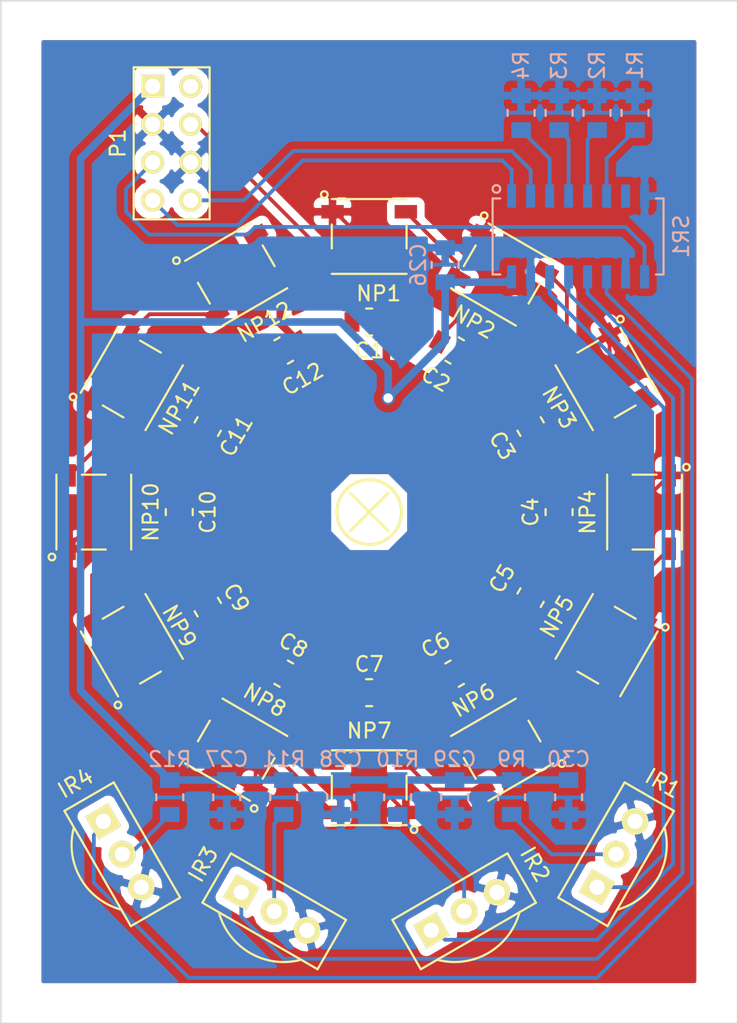
<source format=kicad_pcb>
(kicad_pcb (version 3) (host pcbnew "(22-Jun-2014 BZR 4027)-stable")

  (general
    (links 102)
    (no_connects 0)
    (area 173.431999 142.316999 222.808001 210.775387)
    (thickness 1.6)
    (drawings 8)
    (tracks 202)
    (zones 0)
    (modules 43)
    (nets 30)
  )

  (page A3)
  (layers
    (15 F.Cu signal)
    (0 B.Cu signal)
    (16 B.Adhes user hide)
    (17 F.Adhes user hide)
    (18 B.Paste user hide)
    (19 F.Paste user hide)
    (20 B.SilkS user)
    (21 F.SilkS user)
    (22 B.Mask user hide)
    (23 F.Mask user hide)
    (24 Dwgs.User user hide)
    (25 Cmts.User user hide)
    (26 Eco1.User user hide)
    (27 Eco2.User user hide)
    (28 Edge.Cuts user)
  )

  (setup
    (last_trace_width 0.254)
    (trace_clearance 0.254)
    (zone_clearance 0.508)
    (zone_45_only no)
    (trace_min 0.254)
    (segment_width 0.2)
    (edge_width 0.1)
    (via_size 0.889)
    (via_drill 0.635)
    (via_min_size 0.889)
    (via_min_drill 0.508)
    (uvia_size 0.508)
    (uvia_drill 0.127)
    (uvias_allowed no)
    (uvia_min_size 0.508)
    (uvia_min_drill 0.127)
    (pcb_text_width 0.3)
    (pcb_text_size 1.5 1.5)
    (mod_edge_width 0.15)
    (mod_text_size 1 1)
    (mod_text_width 0.15)
    (pad_size 1.524 1.524)
    (pad_drill 1.016)
    (pad_to_mask_clearance 0)
    (aux_axis_origin 198.12 176.53)
    (visible_elements FFFFFFBF)
    (pcbplotparams
      (layerselection 271613953)
      (usegerberextensions true)
      (excludeedgelayer true)
      (linewidth 0.150000)
      (plotframeref false)
      (viasonmask false)
      (mode 1)
      (useauxorigin false)
      (hpglpennumber 1)
      (hpglpenspeed 20)
      (hpglpendiameter 15)
      (hpglpenoverlay 2)
      (psnegative false)
      (psa4output false)
      (plotreference true)
      (plotvalue true)
      (plotothertext true)
      (plotinvisibletext false)
      (padsonsilk false)
      (subtractmaskfromsilk false)
      (outputformat 1)
      (mirror false)
      (drillshape 0)
      (scaleselection 1)
      (outputdirectory /tmp/sp))
  )

  (net 0 "")
  (net 1 +5V)
  (net 2 GND)
  (net 3 N-000001)
  (net 4 N-0000010)
  (net 5 N-0000011)
  (net 6 N-0000012)
  (net 7 N-0000013)
  (net 8 N-0000014)
  (net 9 N-0000015)
  (net 10 N-0000016)
  (net 11 N-0000017)
  (net 12 N-0000018)
  (net 13 N-000002)
  (net 14 N-0000022)
  (net 15 N-0000023)
  (net 16 N-0000024)
  (net 17 N-0000025)
  (net 18 N-0000026)
  (net 19 N-0000027)
  (net 20 N-0000028)
  (net 21 N-0000029)
  (net 22 N-000003)
  (net 23 N-0000030)
  (net 24 N-0000031)
  (net 25 N-000004)
  (net 26 N-000005)
  (net 27 N-000006)
  (net 28 N-000008)
  (net 29 N-000009)

  (net_class Default "This is the default net class."
    (clearance 0.254)
    (trace_width 0.254)
    (via_dia 0.889)
    (via_drill 0.635)
    (uvia_dia 0.508)
    (uvia_drill 0.127)
    (add_net "")
    (add_net GND)
    (add_net N-000001)
    (add_net N-0000010)
    (add_net N-0000011)
    (add_net N-0000012)
    (add_net N-0000013)
    (add_net N-0000014)
    (add_net N-0000015)
    (add_net N-0000016)
    (add_net N-0000017)
    (add_net N-0000018)
    (add_net N-000002)
    (add_net N-0000022)
    (add_net N-0000023)
    (add_net N-0000024)
    (add_net N-0000025)
    (add_net N-0000026)
    (add_net N-0000027)
    (add_net N-0000028)
    (add_net N-0000029)
    (add_net N-000003)
    (add_net N-0000030)
    (add_net N-0000031)
    (add_net N-000004)
    (add_net N-000005)
    (add_net N-000006)
    (add_net N-000008)
    (add_net N-000009)
  )

  (net_class +5V ""
    (clearance 0.508)
    (trace_width 0.508)
    (via_dia 0.889)
    (via_drill 0.635)
    (uvia_dia 0.508)
    (uvia_drill 0.127)
    (add_net +5V)
  )

  (module Minicast (layer F.Cu) (tedit 56CD38FF) (tstamp 56C6F123)
    (at 181.61 199.39 210)
    (descr Minicast)
    (tags Minicast)
    (path /56C301FA)
    (fp_text reference IR4 (at 0.340295 5.669409 210) (layer F.SilkS)
      (effects (font (size 1 1) (thickness 0.15)))
    )
    (fp_text value TSOP38438 (at 0.3 -5.4 210) (layer F.SilkS) hide
      (effects (font (size 1 1) (thickness 0.15)))
    )
    (fp_line (start 1.905 -4.445) (end 1.905 4.445) (layer F.SilkS) (width 0.15))
    (fp_line (start -1.905 -4.445) (end -1.905 4.445) (layer F.SilkS) (width 0.15))
    (fp_arc (start -1.27 0) (end 1.905 -3.175) (angle 90) (layer F.SilkS) (width 0.15))
    (fp_line (start -1.905 -4.445) (end 1.905 -4.445) (layer F.SilkS) (width 0.15))
    (fp_line (start 1.905 4.445) (end -1.905 4.445) (layer F.SilkS) (width 0.15))
    (pad 2 thru_hole circle (at 0 -2.54 210) (size 1.778 1.778) (drill 1.016)
      (layers *.Cu *.Mask F.SilkS)
      (net 2 GND)
    )
    (pad 3 thru_hole circle (at 0 0 210) (size 1.778 1.778) (drill 1.016)
      (layers *.Cu *.Mask F.SilkS)
      (net 23 N-0000030)
    )
    (pad 1 thru_hole rect (at 0 2.54 210) (size 1.778 1.778) (drill 1.016)
      (layers *.Cu *.Mask F.SilkS)
      (net 16 N-0000024)
    )
  )

  (module Minicast (layer F.Cu) (tedit 56CD38F8) (tstamp 56C8405A)
    (at 191.77 203.2 240)
    (descr Minicast)
    (tags Minicast)
    (path /56C301EB)
    (fp_text reference IR3 (at -0.340295 5.669409 240) (layer F.SilkS)
      (effects (font (size 1 1) (thickness 0.15)))
    )
    (fp_text value TSOP38438 (at 0.3 -5.4 240) (layer F.SilkS) hide
      (effects (font (size 1 1) (thickness 0.15)))
    )
    (fp_line (start 1.905 -4.445) (end 1.905 4.445) (layer F.SilkS) (width 0.15))
    (fp_line (start -1.905 -4.445) (end -1.905 4.445) (layer F.SilkS) (width 0.15))
    (fp_arc (start -1.27 0) (end 1.905 -3.175) (angle 90) (layer F.SilkS) (width 0.15))
    (fp_line (start -1.905 -4.445) (end 1.905 -4.445) (layer F.SilkS) (width 0.15))
    (fp_line (start 1.905 4.445) (end -1.905 4.445) (layer F.SilkS) (width 0.15))
    (pad 2 thru_hole circle (at 0 -2.54 240) (size 1.778 1.778) (drill 1.016)
      (layers *.Cu *.Mask F.SilkS)
      (net 2 GND)
    )
    (pad 3 thru_hole circle (at 0 0 240) (size 1.778 1.778) (drill 1.016)
      (layers *.Cu *.Mask F.SilkS)
      (net 20 N-0000028)
    )
    (pad 1 thru_hole rect (at 0 2.54 240) (size 1.778 1.778) (drill 1.016)
      (layers *.Cu *.Mask F.SilkS)
      (net 17 N-0000025)
    )
  )

  (module Minicast (layer F.Cu) (tedit 56CD38FD) (tstamp 56CD20D4)
    (at 204.47 203.2 300)
    (descr Minicast)
    (tags Minicast)
    (path /56C301DC)
    (fp_text reference IR2 (at -0.340295 -5.669409 300) (layer F.SilkS)
      (effects (font (size 1 1) (thickness 0.15)))
    )
    (fp_text value TSOP38438 (at 0.3 -5.4 300) (layer F.SilkS) hide
      (effects (font (size 1 1) (thickness 0.15)))
    )
    (fp_line (start 1.905 -4.445) (end 1.905 4.445) (layer F.SilkS) (width 0.15))
    (fp_line (start -1.905 -4.445) (end -1.905 4.445) (layer F.SilkS) (width 0.15))
    (fp_arc (start -1.27 0) (end 1.905 -3.175) (angle 90) (layer F.SilkS) (width 0.15))
    (fp_line (start -1.905 -4.445) (end 1.905 -4.445) (layer F.SilkS) (width 0.15))
    (fp_line (start 1.905 4.445) (end -1.905 4.445) (layer F.SilkS) (width 0.15))
    (pad 2 thru_hole circle (at 0 -2.54 300) (size 1.778 1.778) (drill 1.016)
      (layers *.Cu *.Mask F.SilkS)
      (net 2 GND)
    )
    (pad 3 thru_hole circle (at 0 0 300) (size 1.778 1.778) (drill 1.016)
      (layers *.Cu *.Mask F.SilkS)
      (net 21 N-0000029)
    )
    (pad 1 thru_hole rect (at 0 2.54 300) (size 1.778 1.778) (drill 1.016)
      (layers *.Cu *.Mask F.SilkS)
      (net 18 N-0000026)
    )
  )

  (module Minicast (layer F.Cu) (tedit 56CD3902) (tstamp 56CF8DCD)
    (at 214.63 199.39 330)
    (descr Minicast)
    (tags Minicast)
    (path /56C301CD)
    (fp_text reference IR1 (at 0.340295 -5.669409 330) (layer F.SilkS)
      (effects (font (size 1 1) (thickness 0.15)))
    )
    (fp_text value TSOP38438 (at 0.3 -5.4 330) (layer F.SilkS) hide
      (effects (font (size 1 1) (thickness 0.15)))
    )
    (fp_line (start 1.905 -4.445) (end 1.905 4.445) (layer F.SilkS) (width 0.15))
    (fp_line (start -1.905 -4.445) (end -1.905 4.445) (layer F.SilkS) (width 0.15))
    (fp_arc (start -1.27 0) (end 1.905 -3.175) (angle 90) (layer F.SilkS) (width 0.15))
    (fp_line (start -1.905 -4.445) (end 1.905 -4.445) (layer F.SilkS) (width 0.15))
    (fp_line (start 1.905 4.445) (end -1.905 4.445) (layer F.SilkS) (width 0.15))
    (pad 2 thru_hole circle (at 0 -2.54 330) (size 1.778 1.778) (drill 1.016)
      (layers *.Cu *.Mask F.SilkS)
      (net 2 GND)
    )
    (pad 3 thru_hole circle (at 0 0 330) (size 1.778 1.778) (drill 1.016)
      (layers *.Cu *.Mask F.SilkS)
      (net 24 N-0000031)
    )
    (pad 1 thru_hole rect (at 0 2.54 330) (size 1.778 1.778) (drill 1.016)
      (layers *.Cu *.Mask F.SilkS)
      (net 19 N-0000027)
    )
  )

  (module 5050 (layer F.Cu) (tedit 56CFAB9B) (tstamp 56C6F299)
    (at 189.23 160.655 210)
    (path /56BF1123)
    (fp_text reference NP12 (at -0.062278 -3.702131 210) (layer F.SilkS)
      (effects (font (size 1 1) (thickness 0.15)))
    )
    (fp_text value WS2812B (at 0 -3.4 210) (layer F.SilkS) hide
      (effects (font (size 1 1) (thickness 0.15)))
    )
    (fp_circle (center 3 2.8) (end 3.2 2.9) (layer F.SilkS) (width 0.15))
    (fp_line (start -2.5 2.5) (end 2.5 2.5) (layer F.SilkS) (width 0.15))
    (fp_line (start -2.5 -2.5) (end 2.5 -2.5) (layer F.SilkS) (width 0.15))
    (fp_line (start 2.5 -0.8) (end 2.5 0.8) (layer F.SilkS) (width 0.15))
    (fp_line (start -2.5 -0.8) (end -2.5 0.8) (layer F.SilkS) (width 0.15))
    (pad 1 smd rect (at -2.45 -1.65 210) (size 1.5 0.9)
      (layers F.Cu F.Paste F.Mask)
      (net 1 +5V)
    )
    (pad 2 smd rect (at -2.45 1.65 210) (size 1.5 0.9)
      (layers F.Cu F.Paste F.Mask)
    )
    (pad 3 smd rect (at 2.45 1.65 210) (size 1.5 0.9)
      (layers F.Cu F.Paste F.Mask)
      (net 2 GND)
    )
    (pad 4 smd rect (at 2.45 -1.65 210) (size 1.5 0.9)
      (layers F.Cu F.Paste F.Mask)
      (net 29 N-000009)
    )
  )

  (module 5050 (layer F.Cu) (tedit 56CFAB8B) (tstamp 56C6F28C)
    (at 182.245 167.64 240)
    (path /56BF1113)
    (fp_text reference NP11 (at 0.062278 -3.702131 240) (layer F.SilkS)
      (effects (font (size 1 1) (thickness 0.15)))
    )
    (fp_text value WS2812B (at 0 -3.4 240) (layer F.SilkS) hide
      (effects (font (size 1 1) (thickness 0.15)))
    )
    (fp_circle (center 3 2.8) (end 3.2 2.9) (layer F.SilkS) (width 0.15))
    (fp_line (start -2.5 2.5) (end 2.5 2.5) (layer F.SilkS) (width 0.15))
    (fp_line (start -2.5 -2.5) (end 2.5 -2.5) (layer F.SilkS) (width 0.15))
    (fp_line (start 2.5 -0.8) (end 2.5 0.8) (layer F.SilkS) (width 0.15))
    (fp_line (start -2.5 -0.8) (end -2.5 0.8) (layer F.SilkS) (width 0.15))
    (pad 1 smd rect (at -2.45 -1.65 240) (size 1.5 0.9)
      (layers F.Cu F.Paste F.Mask)
      (net 1 +5V)
    )
    (pad 2 smd rect (at -2.45 1.65 240) (size 1.5 0.9)
      (layers F.Cu F.Paste F.Mask)
      (net 29 N-000009)
    )
    (pad 3 smd rect (at 2.45 1.65 240) (size 1.5 0.9)
      (layers F.Cu F.Paste F.Mask)
      (net 2 GND)
    )
    (pad 4 smd rect (at 2.45 -1.65 240) (size 1.5 0.9)
      (layers F.Cu F.Paste F.Mask)
      (net 28 N-000008)
    )
  )

  (module 5050 (layer F.Cu) (tedit 56CFAB80) (tstamp 56C6F272)
    (at 182.245 185.42 300)
    (path /56BF10D7)
    (fp_text reference NP9 (at 0.487648 -3.384631 300) (layer F.SilkS)
      (effects (font (size 1 1) (thickness 0.15)))
    )
    (fp_text value WS2812B (at 0 -3.4 300) (layer F.SilkS) hide
      (effects (font (size 1 1) (thickness 0.15)))
    )
    (fp_circle (center 3 2.8) (end 3.2 2.9) (layer F.SilkS) (width 0.15))
    (fp_line (start -2.5 2.5) (end 2.5 2.5) (layer F.SilkS) (width 0.15))
    (fp_line (start -2.5 -2.5) (end 2.5 -2.5) (layer F.SilkS) (width 0.15))
    (fp_line (start 2.5 -0.8) (end 2.5 0.8) (layer F.SilkS) (width 0.15))
    (fp_line (start -2.5 -0.8) (end -2.5 0.8) (layer F.SilkS) (width 0.15))
    (pad 1 smd rect (at -2.45 -1.65 300) (size 1.5 0.9)
      (layers F.Cu F.Paste F.Mask)
      (net 1 +5V)
    )
    (pad 2 smd rect (at -2.45 1.65 300) (size 1.5 0.9)
      (layers F.Cu F.Paste F.Mask)
      (net 4 N-0000010)
    )
    (pad 3 smd rect (at 2.45 1.65 300) (size 1.5 0.9)
      (layers F.Cu F.Paste F.Mask)
      (net 2 GND)
    )
    (pad 4 smd rect (at 2.45 -1.65 300) (size 1.5 0.9)
      (layers F.Cu F.Paste F.Mask)
      (net 5 N-0000011)
    )
  )

  (module 5050 (layer F.Cu) (tedit 56CBD027) (tstamp 56C6F265)
    (at 189.23 192.405 330)
    (path /56BF10C8)
    (fp_text reference NP8 (at 0 -3.81 330) (layer F.SilkS)
      (effects (font (size 1 1) (thickness 0.15)))
    )
    (fp_text value WS2812B (at 0 -3.4 330) (layer F.SilkS) hide
      (effects (font (size 1 1) (thickness 0.15)))
    )
    (fp_circle (center 3 2.8) (end 3.2 2.9) (layer F.SilkS) (width 0.15))
    (fp_line (start -2.5 2.5) (end 2.5 2.5) (layer F.SilkS) (width 0.15))
    (fp_line (start -2.5 -2.5) (end 2.5 -2.5) (layer F.SilkS) (width 0.15))
    (fp_line (start 2.5 -0.8) (end 2.5 0.8) (layer F.SilkS) (width 0.15))
    (fp_line (start -2.5 -0.8) (end -2.5 0.8) (layer F.SilkS) (width 0.15))
    (pad 1 smd rect (at -2.45 -1.65 330) (size 1.5 0.9)
      (layers F.Cu F.Paste F.Mask)
      (net 1 +5V)
    )
    (pad 2 smd rect (at -2.45 1.65 330) (size 1.5 0.9)
      (layers F.Cu F.Paste F.Mask)
      (net 5 N-0000011)
    )
    (pad 3 smd rect (at 2.45 1.65 330) (size 1.5 0.9)
      (layers F.Cu F.Paste F.Mask)
      (net 2 GND)
    )
    (pad 4 smd rect (at 2.45 -1.65 330) (size 1.5 0.9)
      (layers F.Cu F.Paste F.Mask)
      (net 6 N-0000012)
    )
  )

  (module 5050 (layer F.Cu) (tedit 56CBD024) (tstamp 56C6F258)
    (at 198.12 194.945)
    (path /56BF10B9)
    (fp_text reference NP7 (at 0 -3.81) (layer F.SilkS)
      (effects (font (size 1 1) (thickness 0.15)))
    )
    (fp_text value WS2812B (at 0 -3.4) (layer F.SilkS) hide
      (effects (font (size 1 1) (thickness 0.15)))
    )
    (fp_circle (center 3 2.8) (end 3.2 2.9) (layer F.SilkS) (width 0.15))
    (fp_line (start -2.5 2.5) (end 2.5 2.5) (layer F.SilkS) (width 0.15))
    (fp_line (start -2.5 -2.5) (end 2.5 -2.5) (layer F.SilkS) (width 0.15))
    (fp_line (start 2.5 -0.8) (end 2.5 0.8) (layer F.SilkS) (width 0.15))
    (fp_line (start -2.5 -0.8) (end -2.5 0.8) (layer F.SilkS) (width 0.15))
    (pad 1 smd rect (at -2.45 -1.65) (size 1.5 0.9)
      (layers F.Cu F.Paste F.Mask)
      (net 1 +5V)
    )
    (pad 2 smd rect (at -2.45 1.65) (size 1.5 0.9)
      (layers F.Cu F.Paste F.Mask)
      (net 6 N-0000012)
    )
    (pad 3 smd rect (at 2.45 1.65) (size 1.5 0.9)
      (layers F.Cu F.Paste F.Mask)
      (net 2 GND)
    )
    (pad 4 smd rect (at 2.45 -1.65) (size 1.5 0.9)
      (layers F.Cu F.Paste F.Mask)
      (net 13 N-000002)
    )
  )

  (module 5050 (layer F.Cu) (tedit 56CBD022) (tstamp 56C6F24B)
    (at 207.01 192.405 30)
    (path /56BF10AA)
    (fp_text reference NP6 (at 0 -3.81 30) (layer F.SilkS)
      (effects (font (size 1 1) (thickness 0.15)))
    )
    (fp_text value WS2812B (at 0 -3.4 30) (layer F.SilkS) hide
      (effects (font (size 1 1) (thickness 0.15)))
    )
    (fp_circle (center 3 2.8) (end 3.2 2.9) (layer F.SilkS) (width 0.15))
    (fp_line (start -2.5 2.5) (end 2.5 2.5) (layer F.SilkS) (width 0.15))
    (fp_line (start -2.5 -2.5) (end 2.5 -2.5) (layer F.SilkS) (width 0.15))
    (fp_line (start 2.5 -0.8) (end 2.5 0.8) (layer F.SilkS) (width 0.15))
    (fp_line (start -2.5 -0.8) (end -2.5 0.8) (layer F.SilkS) (width 0.15))
    (pad 1 smd rect (at -2.45 -1.65 30) (size 1.5 0.9)
      (layers F.Cu F.Paste F.Mask)
      (net 1 +5V)
    )
    (pad 2 smd rect (at -2.45 1.65 30) (size 1.5 0.9)
      (layers F.Cu F.Paste F.Mask)
      (net 13 N-000002)
    )
    (pad 3 smd rect (at 2.45 1.65 30) (size 1.5 0.9)
      (layers F.Cu F.Paste F.Mask)
      (net 2 GND)
    )
    (pad 4 smd rect (at 2.45 -1.65 30) (size 1.5 0.9)
      (layers F.Cu F.Paste F.Mask)
      (net 22 N-000003)
    )
  )

  (module 5050 (layer F.Cu) (tedit 56CBD020) (tstamp 56C70380)
    (at 213.995 185.42 60)
    (path /56BF1091)
    (fp_text reference NP5 (at 0 -3.81 60) (layer F.SilkS)
      (effects (font (size 1 1) (thickness 0.15)))
    )
    (fp_text value WS2812B (at 0 -3.4 60) (layer F.SilkS) hide
      (effects (font (size 1 1) (thickness 0.15)))
    )
    (fp_circle (center 3 2.8) (end 3.2 2.9) (layer F.SilkS) (width 0.15))
    (fp_line (start -2.5 2.5) (end 2.5 2.5) (layer F.SilkS) (width 0.15))
    (fp_line (start -2.5 -2.5) (end 2.5 -2.5) (layer F.SilkS) (width 0.15))
    (fp_line (start 2.5 -0.8) (end 2.5 0.8) (layer F.SilkS) (width 0.15))
    (fp_line (start -2.5 -0.8) (end -2.5 0.8) (layer F.SilkS) (width 0.15))
    (pad 1 smd rect (at -2.45 -1.65 60) (size 1.5 0.9)
      (layers F.Cu F.Paste F.Mask)
      (net 1 +5V)
    )
    (pad 2 smd rect (at -2.45 1.65 60) (size 1.5 0.9)
      (layers F.Cu F.Paste F.Mask)
      (net 22 N-000003)
    )
    (pad 3 smd rect (at 2.45 1.65 60) (size 1.5 0.9)
      (layers F.Cu F.Paste F.Mask)
      (net 2 GND)
    )
    (pad 4 smd rect (at 2.45 -1.65 60) (size 1.5 0.9)
      (layers F.Cu F.Paste F.Mask)
      (net 25 N-000004)
    )
  )

  (module 5050 (layer F.Cu) (tedit 56CFAB85) (tstamp 56C6F231)
    (at 216.535 176.53 90)
    (path /56BF1078)
    (fp_text reference NP4 (at 0 -3.81 90) (layer F.SilkS)
      (effects (font (size 1 1) (thickness 0.15)))
    )
    (fp_text value WS2812B (at 0 -3.4 90) (layer F.SilkS) hide
      (effects (font (size 1 1) (thickness 0.15)))
    )
    (fp_circle (center 3 2.8) (end 3.2 2.9) (layer F.SilkS) (width 0.15))
    (fp_line (start -2.5 2.5) (end 2.5 2.5) (layer F.SilkS) (width 0.15))
    (fp_line (start -2.5 -2.5) (end 2.5 -2.5) (layer F.SilkS) (width 0.15))
    (fp_line (start 2.5 -0.8) (end 2.5 0.8) (layer F.SilkS) (width 0.15))
    (fp_line (start -2.5 -0.8) (end -2.5 0.8) (layer F.SilkS) (width 0.15))
    (pad 1 smd rect (at -2.45 -1.65 90) (size 1.5 0.9)
      (layers F.Cu F.Paste F.Mask)
      (net 1 +5V)
    )
    (pad 2 smd rect (at -2.45 1.65 90) (size 1.5 0.9)
      (layers F.Cu F.Paste F.Mask)
      (net 25 N-000004)
    )
    (pad 3 smd rect (at 2.45 1.65 90) (size 1.5 0.9)
      (layers F.Cu F.Paste F.Mask)
      (net 2 GND)
    )
    (pad 4 smd rect (at 2.45 -1.65 90) (size 1.5 0.9)
      (layers F.Cu F.Paste F.Mask)
      (net 26 N-000005)
    )
  )

  (module 5050 (layer F.Cu) (tedit 56CFAB8F) (tstamp 56C6F224)
    (at 213.995 167.64 120)
    (path /56BF0F42)
    (fp_text reference NP3 (at -0.062278 -3.702131 120) (layer F.SilkS)
      (effects (font (size 1 1) (thickness 0.15)))
    )
    (fp_text value WS2812B (at 0 -3.4 120) (layer F.SilkS) hide
      (effects (font (size 1 1) (thickness 0.15)))
    )
    (fp_circle (center 3 2.8) (end 3.2 2.9) (layer F.SilkS) (width 0.15))
    (fp_line (start -2.5 2.5) (end 2.5 2.5) (layer F.SilkS) (width 0.15))
    (fp_line (start -2.5 -2.5) (end 2.5 -2.5) (layer F.SilkS) (width 0.15))
    (fp_line (start 2.5 -0.8) (end 2.5 0.8) (layer F.SilkS) (width 0.15))
    (fp_line (start -2.5 -0.8) (end -2.5 0.8) (layer F.SilkS) (width 0.15))
    (pad 1 smd rect (at -2.45 -1.65 120) (size 1.5 0.9)
      (layers F.Cu F.Paste F.Mask)
      (net 1 +5V)
    )
    (pad 2 smd rect (at -2.45 1.65 120) (size 1.5 0.9)
      (layers F.Cu F.Paste F.Mask)
      (net 26 N-000005)
    )
    (pad 3 smd rect (at 2.45 1.65 120) (size 1.5 0.9)
      (layers F.Cu F.Paste F.Mask)
      (net 2 GND)
    )
    (pad 4 smd rect (at 2.45 -1.65 120) (size 1.5 0.9)
      (layers F.Cu F.Paste F.Mask)
      (net 3 N-000001)
    )
  )

  (module 5050 (layer F.Cu) (tedit 56CFAB95) (tstamp 56C6F217)
    (at 198.12 158.115 180)
    (path /56BF0F24)
    (fp_text reference NP1 (at -0.635 -3.81 180) (layer F.SilkS)
      (effects (font (size 1 1) (thickness 0.15)))
    )
    (fp_text value WS2812B (at 0 -3.4 180) (layer F.SilkS) hide
      (effects (font (size 1 1) (thickness 0.15)))
    )
    (fp_circle (center 3 2.8) (end 3.2 2.9) (layer F.SilkS) (width 0.15))
    (fp_line (start -2.5 2.5) (end 2.5 2.5) (layer F.SilkS) (width 0.15))
    (fp_line (start -2.5 -2.5) (end 2.5 -2.5) (layer F.SilkS) (width 0.15))
    (fp_line (start 2.5 -0.8) (end 2.5 0.8) (layer F.SilkS) (width 0.15))
    (fp_line (start -2.5 -0.8) (end -2.5 0.8) (layer F.SilkS) (width 0.15))
    (pad 1 smd rect (at -2.45 -1.65 180) (size 1.5 0.9)
      (layers F.Cu F.Paste F.Mask)
      (net 1 +5V)
    )
    (pad 2 smd rect (at -2.45 1.65 180) (size 1.5 0.9)
      (layers F.Cu F.Paste F.Mask)
      (net 27 N-000006)
    )
    (pad 3 smd rect (at 2.45 1.65 180) (size 1.5 0.9)
      (layers F.Cu F.Paste F.Mask)
      (net 2 GND)
    )
    (pad 4 smd rect (at 2.45 -1.65 180) (size 1.5 0.9)
      (layers F.Cu F.Paste F.Mask)
      (net 14 N-0000022)
    )
  )

  (module 5050 (layer F.Cu) (tedit 56CFAB88) (tstamp 56C6F20A)
    (at 179.705 176.53 270)
    (path /56BF1104)
    (fp_text reference NP10 (at 0 -3.81 270) (layer F.SilkS)
      (effects (font (size 1 1) (thickness 0.15)))
    )
    (fp_text value WS2812B (at 0 -3.4 270) (layer F.SilkS) hide
      (effects (font (size 1 1) (thickness 0.15)))
    )
    (fp_circle (center 3 2.8) (end 3.2 2.9) (layer F.SilkS) (width 0.15))
    (fp_line (start -2.5 2.5) (end 2.5 2.5) (layer F.SilkS) (width 0.15))
    (fp_line (start -2.5 -2.5) (end 2.5 -2.5) (layer F.SilkS) (width 0.15))
    (fp_line (start 2.5 -0.8) (end 2.5 0.8) (layer F.SilkS) (width 0.15))
    (fp_line (start -2.5 -0.8) (end -2.5 0.8) (layer F.SilkS) (width 0.15))
    (pad 1 smd rect (at -2.45 -1.65 270) (size 1.5 0.9)
      (layers F.Cu F.Paste F.Mask)
      (net 1 +5V)
    )
    (pad 2 smd rect (at -2.45 1.65 270) (size 1.5 0.9)
      (layers F.Cu F.Paste F.Mask)
      (net 28 N-000008)
    )
    (pad 3 smd rect (at 2.45 1.65 270) (size 1.5 0.9)
      (layers F.Cu F.Paste F.Mask)
      (net 2 GND)
    )
    (pad 4 smd rect (at 2.45 -1.65 270) (size 1.5 0.9)
      (layers F.Cu F.Paste F.Mask)
      (net 4 N-0000010)
    )
  )

  (module 5050 (layer F.Cu) (tedit 56CFAB98) (tstamp 56C6F1FD)
    (at 207.01 160.655 150)
    (path /56BF0F33)
    (fp_text reference NP2 (at 0.062278 -3.702131 150) (layer F.SilkS)
      (effects (font (size 1 1) (thickness 0.15)))
    )
    (fp_text value WS2812B (at 0 -3.4 150) (layer F.SilkS) hide
      (effects (font (size 1 1) (thickness 0.15)))
    )
    (fp_circle (center 3 2.8) (end 3.2 2.9) (layer F.SilkS) (width 0.15))
    (fp_line (start -2.5 2.5) (end 2.5 2.5) (layer F.SilkS) (width 0.15))
    (fp_line (start -2.5 -2.5) (end 2.5 -2.5) (layer F.SilkS) (width 0.15))
    (fp_line (start 2.5 -0.8) (end 2.5 0.8) (layer F.SilkS) (width 0.15))
    (fp_line (start -2.5 -0.8) (end -2.5 0.8) (layer F.SilkS) (width 0.15))
    (pad 1 smd rect (at -2.45 -1.65 150) (size 1.5 0.9)
      (layers F.Cu F.Paste F.Mask)
      (net 1 +5V)
    )
    (pad 2 smd rect (at -2.45 1.65 150) (size 1.5 0.9)
      (layers F.Cu F.Paste F.Mask)
      (net 3 N-000001)
    )
    (pad 3 smd rect (at 2.45 1.65 150) (size 1.5 0.9)
      (layers F.Cu F.Paste F.Mask)
      (net 2 GND)
    )
    (pad 4 smd rect (at 2.45 -1.65 150) (size 1.5 0.9)
      (layers F.Cu F.Paste F.Mask)
      (net 27 N-000006)
    )
  )

  (module 0805 (layer F.Cu) (tedit 56CFACB0) (tstamp 56C6F419)
    (at 185.42 176.53 270)
    (path /56BF15FD)
    (attr smd)
    (fp_text reference C10 (at 0 -1.905 270) (layer F.SilkS)
      (effects (font (size 1 1) (thickness 0.15)))
    )
    (fp_text value GENERIC_CAPACITOR (at 0 -1.8 270) (layer F.SilkS) hide
      (effects (font (size 1 1) (thickness 0.15)))
    )
    (fp_line (start -0.2 0.9) (end 0.2 0.9) (layer F.SilkS) (width 0.15))
    (fp_line (start -0.2 -0.9) (end 0.2 -0.9) (layer F.SilkS) (width 0.15))
    (pad 1 smd rect (at -1.15 0 270) (size 1.05 1.3)
      (layers F.Cu F.Paste F.Mask)
      (net 1 +5V)
    )
    (pad 2 smd rect (at 1.15 0 270) (size 1 1.3)
      (layers F.Cu F.Paste F.Mask)
      (net 2 GND)
    )
    (model smd/chip_cms.wrl
      (at (xyz 0 0 0))
      (scale (xyz 0.1 0.1 0.1))
      (rotate (xyz 0 0 0))
    )
  )

  (module 0805 (layer F.Cu) (tedit 56CFACA6) (tstamp 56C6F411)
    (at 187.325 182.88 300)
    (path /56BF15EE)
    (attr smd)
    (fp_text reference C9 (at 0.402574 -1.967278 300) (layer F.SilkS)
      (effects (font (size 1 1) (thickness 0.15)))
    )
    (fp_text value GENERIC_CAPACITOR (at 0 -1.8 300) (layer F.SilkS) hide
      (effects (font (size 1 1) (thickness 0.15)))
    )
    (fp_line (start -0.2 0.9) (end 0.2 0.9) (layer F.SilkS) (width 0.15))
    (fp_line (start -0.2 -0.9) (end 0.2 -0.9) (layer F.SilkS) (width 0.15))
    (pad 1 smd rect (at -1.15 0 300) (size 1.05 1.3)
      (layers F.Cu F.Paste F.Mask)
      (net 1 +5V)
    )
    (pad 2 smd rect (at 1.15 0 300) (size 1 1.3)
      (layers F.Cu F.Paste F.Mask)
      (net 2 GND)
    )
    (model smd/chip_cms.wrl
      (at (xyz 0 0 0))
      (scale (xyz 0.1 0.1 0.1))
      (rotate (xyz 0 0 0))
    )
  )

  (module 0805 (layer F.Cu) (tedit 56CFAC94) (tstamp 56C6F409)
    (at 192.405 187.325 330)
    (path /56BF15DF)
    (attr smd)
    (fp_text reference C8 (at -0.402574 -1.967278 330) (layer F.SilkS)
      (effects (font (size 1 1) (thickness 0.15)))
    )
    (fp_text value GENERIC_CAPACITOR (at 0 -1.8 330) (layer F.SilkS) hide
      (effects (font (size 1 1) (thickness 0.15)))
    )
    (fp_line (start -0.2 0.9) (end 0.2 0.9) (layer F.SilkS) (width 0.15))
    (fp_line (start -0.2 -0.9) (end 0.2 -0.9) (layer F.SilkS) (width 0.15))
    (pad 1 smd rect (at -1.15 0 330) (size 1.05 1.3)
      (layers F.Cu F.Paste F.Mask)
      (net 1 +5V)
    )
    (pad 2 smd rect (at 1.15 0 330) (size 1 1.3)
      (layers F.Cu F.Paste F.Mask)
      (net 2 GND)
    )
    (model smd/chip_cms.wrl
      (at (xyz 0 0 0))
      (scale (xyz 0.1 0.1 0.1))
      (rotate (xyz 0 0 0))
    )
  )

  (module 0805 (layer F.Cu) (tedit 56CFAC7F) (tstamp 56C6F401)
    (at 198.12 188.595)
    (path /56BF15D0)
    (attr smd)
    (fp_text reference C7 (at 0 -1.905) (layer F.SilkS)
      (effects (font (size 1 1) (thickness 0.15)))
    )
    (fp_text value GENERIC_CAPACITOR (at 0 -1.8) (layer F.SilkS) hide
      (effects (font (size 1 1) (thickness 0.15)))
    )
    (fp_line (start -0.2 0.9) (end 0.2 0.9) (layer F.SilkS) (width 0.15))
    (fp_line (start -0.2 -0.9) (end 0.2 -0.9) (layer F.SilkS) (width 0.15))
    (pad 1 smd rect (at -1.15 0) (size 1.05 1.3)
      (layers F.Cu F.Paste F.Mask)
      (net 1 +5V)
    )
    (pad 2 smd rect (at 1.15 0) (size 1 1.3)
      (layers F.Cu F.Paste F.Mask)
      (net 2 GND)
    )
    (model smd/chip_cms.wrl
      (at (xyz 0 0 0))
      (scale (xyz 0.1 0.1 0.1))
      (rotate (xyz 0 0 0))
    )
  )

  (module 0805 (layer F.Cu) (tedit 56CFAC57) (tstamp 56C6F3F9)
    (at 203.835 187.325 30)
    (path /56BF15C1)
    (attr smd)
    (fp_text reference C6 (at -0.147352 -2.284778 30) (layer F.SilkS)
      (effects (font (size 1 1) (thickness 0.15)))
    )
    (fp_text value GENERIC_CAPACITOR (at 0 -1.8 30) (layer F.SilkS) hide
      (effects (font (size 1 1) (thickness 0.15)))
    )
    (fp_line (start -0.2 0.9) (end 0.2 0.9) (layer F.SilkS) (width 0.15))
    (fp_line (start -0.2 -0.9) (end 0.2 -0.9) (layer F.SilkS) (width 0.15))
    (pad 1 smd rect (at -1.15 0 30) (size 1.05 1.3)
      (layers F.Cu F.Paste F.Mask)
      (net 1 +5V)
    )
    (pad 2 smd rect (at 1.15 0 30) (size 1 1.3)
      (layers F.Cu F.Paste F.Mask)
      (net 2 GND)
    )
    (model smd/chip_cms.wrl
      (at (xyz 0 0 0))
      (scale (xyz 0.1 0.1 0.1))
      (rotate (xyz 0 0 0))
    )
  )

  (module 0805 (layer F.Cu) (tedit 56CFAC60) (tstamp 56C6F3F1)
    (at 208.915 182.245 60)
    (path /56BF15B2)
    (attr smd)
    (fp_text reference C5 (at 0.147352 -2.284778 60) (layer F.SilkS)
      (effects (font (size 1 1) (thickness 0.15)))
    )
    (fp_text value GENERIC_CAPACITOR (at 0 -1.8 60) (layer F.SilkS) hide
      (effects (font (size 1 1) (thickness 0.15)))
    )
    (fp_line (start -0.2 0.9) (end 0.2 0.9) (layer F.SilkS) (width 0.15))
    (fp_line (start -0.2 -0.9) (end 0.2 -0.9) (layer F.SilkS) (width 0.15))
    (pad 1 smd rect (at -1.15 0 60) (size 1.05 1.3)
      (layers F.Cu F.Paste F.Mask)
      (net 1 +5V)
    )
    (pad 2 smd rect (at 1.15 0 60) (size 1 1.3)
      (layers F.Cu F.Paste F.Mask)
      (net 2 GND)
    )
    (model smd/chip_cms.wrl
      (at (xyz 0 0 0))
      (scale (xyz 0.1 0.1 0.1))
      (rotate (xyz 0 0 0))
    )
  )

  (module 0805 (layer F.Cu) (tedit 56CFAC18) (tstamp 56C6F3E9)
    (at 210.82 176.53 90)
    (path /56BF15A3)
    (attr smd)
    (fp_text reference C4 (at 0 -1.905 90) (layer F.SilkS)
      (effects (font (size 1 1) (thickness 0.15)))
    )
    (fp_text value GENERIC_CAPACITOR (at 0 -1.8 90) (layer F.SilkS) hide
      (effects (font (size 1 1) (thickness 0.15)))
    )
    (fp_line (start -0.2 0.9) (end 0.2 0.9) (layer F.SilkS) (width 0.15))
    (fp_line (start -0.2 -0.9) (end 0.2 -0.9) (layer F.SilkS) (width 0.15))
    (pad 1 smd rect (at -1.15 0 90) (size 1.05 1.3)
      (layers F.Cu F.Paste F.Mask)
      (net 1 +5V)
    )
    (pad 2 smd rect (at 1.15 0 90) (size 1 1.3)
      (layers F.Cu F.Paste F.Mask)
      (net 2 GND)
    )
    (model smd/chip_cms.wrl
      (at (xyz 0 0 0))
      (scale (xyz 0.1 0.1 0.1))
      (rotate (xyz 0 0 0))
    )
  )

  (module 0805 (layer F.Cu) (tedit 56CFAC02) (tstamp 56C6F3E1)
    (at 208.915 170.815 120)
    (path /56BF1594)
    (attr smd)
    (fp_text reference C3 (at -0.147352 -2.284778 120) (layer F.SilkS)
      (effects (font (size 1 1) (thickness 0.15)))
    )
    (fp_text value GENERIC_CAPACITOR (at 0 -1.8 120) (layer F.SilkS) hide
      (effects (font (size 1 1) (thickness 0.15)))
    )
    (fp_line (start -0.2 0.9) (end 0.2 0.9) (layer F.SilkS) (width 0.15))
    (fp_line (start -0.2 -0.9) (end 0.2 -0.9) (layer F.SilkS) (width 0.15))
    (pad 1 smd rect (at -1.15 0 120) (size 1.05 1.3)
      (layers F.Cu F.Paste F.Mask)
      (net 1 +5V)
    )
    (pad 2 smd rect (at 1.15 0 120) (size 1 1.3)
      (layers F.Cu F.Paste F.Mask)
      (net 2 GND)
    )
    (model smd/chip_cms.wrl
      (at (xyz 0 0 0))
      (scale (xyz 0.1 0.1 0.1))
      (rotate (xyz 0 0 0))
    )
  )

  (module 0805 (layer B.Cu) (tedit 56CFBEFC) (tstamp 56C6F3D1)
    (at 215.9 149.86 90)
    (path /56C30146)
    (attr smd)
    (fp_text reference R1 (at 3.175 0 90) (layer B.SilkS)
      (effects (font (size 1 1) (thickness 0.15)) (justify mirror))
    )
    (fp_text value GENERIC_RESISTOR (at 0 1.8 90) (layer B.SilkS) hide
      (effects (font (size 1 1) (thickness 0.15)) (justify mirror))
    )
    (fp_line (start -0.2 -0.9) (end 0.2 -0.9) (layer B.SilkS) (width 0.15))
    (fp_line (start -0.2 0.9) (end 0.2 0.9) (layer B.SilkS) (width 0.15))
    (pad 1 smd rect (at -1.15 0 90) (size 1.05 1.3)
      (layers B.Cu B.Paste B.Mask)
      (net 10 N-0000016)
    )
    (pad 2 smd rect (at 1.15 0 90) (size 1 1.3)
      (layers B.Cu B.Paste B.Mask)
      (net 2 GND)
    )
    (model smd/chip_cms.wrl
      (at (xyz 0 0 0))
      (scale (xyz 0.1 0.1 0.1))
      (rotate (xyz 0 0 0))
    )
  )

  (module 0805 (layer F.Cu) (tedit 56CFABE4) (tstamp 56C70303)
    (at 203.835 165.735 150)
    (path /56BF1585)
    (attr smd)
    (fp_text reference C2 (at 0.147352 -2.284778 150) (layer F.SilkS)
      (effects (font (size 1 1) (thickness 0.15)))
    )
    (fp_text value GENERIC_CAPACITOR (at 0 -1.8 150) (layer F.SilkS) hide
      (effects (font (size 1 1) (thickness 0.15)))
    )
    (fp_line (start -0.2 0.9) (end 0.2 0.9) (layer F.SilkS) (width 0.15))
    (fp_line (start -0.2 -0.9) (end 0.2 -0.9) (layer F.SilkS) (width 0.15))
    (pad 1 smd rect (at -1.15 0 150) (size 1.05 1.3)
      (layers F.Cu F.Paste F.Mask)
      (net 1 +5V)
    )
    (pad 2 smd rect (at 1.15 0 150) (size 1 1.3)
      (layers F.Cu F.Paste F.Mask)
      (net 2 GND)
    )
    (model smd/chip_cms.wrl
      (at (xyz 0 0 0))
      (scale (xyz 0.1 0.1 0.1))
      (rotate (xyz 0 0 0))
    )
  )

  (module 0805 (layer B.Cu) (tedit 56C6F466) (tstamp 56C6F361)
    (at 203.2 160.02 90)
    (path /56C300CE)
    (attr smd)
    (fp_text reference C26 (at 0 -1.8 90) (layer B.SilkS)
      (effects (font (size 1 1) (thickness 0.15)) (justify mirror))
    )
    (fp_text value GENERIC_CAPACITOR (at 0 1.8 90) (layer B.SilkS) hide
      (effects (font (size 1 1) (thickness 0.15)) (justify mirror))
    )
    (fp_line (start -0.2 -0.9) (end 0.2 -0.9) (layer B.SilkS) (width 0.15))
    (fp_line (start -0.2 0.9) (end 0.2 0.9) (layer B.SilkS) (width 0.15))
    (pad 1 smd rect (at -1.15 0 90) (size 1.05 1.3)
      (layers B.Cu B.Paste B.Mask)
      (net 1 +5V)
    )
    (pad 2 smd rect (at 1.15 0 90) (size 1 1.3)
      (layers B.Cu B.Paste B.Mask)
      (net 2 GND)
    )
    (model smd/chip_cms.wrl
      (at (xyz 0 0 0))
      (scale (xyz 0.1 0.1 0.1))
      (rotate (xyz 0 0 0))
    )
  )

  (module 0805 (layer F.Cu) (tedit 56CFACDB) (tstamp 56C6F359)
    (at 192.405 165.735 210)
    (path /56BF161B)
    (attr smd)
    (fp_text reference C12 (at -0.147352 -2.284778 210) (layer F.SilkS)
      (effects (font (size 1 1) (thickness 0.15)))
    )
    (fp_text value GENERIC_CAPACITOR (at 0 -1.8 210) (layer F.SilkS) hide
      (effects (font (size 1 1) (thickness 0.15)))
    )
    (fp_line (start -0.2 0.9) (end 0.2 0.9) (layer F.SilkS) (width 0.15))
    (fp_line (start -0.2 -0.9) (end 0.2 -0.9) (layer F.SilkS) (width 0.15))
    (pad 1 smd rect (at -1.15 0 210) (size 1.05 1.3)
      (layers F.Cu F.Paste F.Mask)
      (net 1 +5V)
    )
    (pad 2 smd rect (at 1.15 0 210) (size 1 1.3)
      (layers F.Cu F.Paste F.Mask)
      (net 2 GND)
    )
    (model smd/chip_cms.wrl
      (at (xyz 0 0 0))
      (scale (xyz 0.1 0.1 0.1))
      (rotate (xyz 0 0 0))
    )
  )

  (module 0805 (layer F.Cu) (tedit 56CFACC9) (tstamp 56C6F349)
    (at 187.325 170.815 240)
    (path /56BF160C)
    (attr smd)
    (fp_text reference C11 (at -0.402574 -1.967278 240) (layer F.SilkS)
      (effects (font (size 1 1) (thickness 0.15)))
    )
    (fp_text value GENERIC_CAPACITOR (at 0 -1.8 240) (layer F.SilkS) hide
      (effects (font (size 1 1) (thickness 0.15)))
    )
    (fp_line (start -0.2 0.9) (end 0.2 0.9) (layer F.SilkS) (width 0.15))
    (fp_line (start -0.2 -0.9) (end 0.2 -0.9) (layer F.SilkS) (width 0.15))
    (pad 1 smd rect (at -1.15 0 240) (size 1.05 1.3)
      (layers F.Cu F.Paste F.Mask)
      (net 1 +5V)
    )
    (pad 2 smd rect (at 1.15 0 240) (size 1 1.3)
      (layers F.Cu F.Paste F.Mask)
      (net 2 GND)
    )
    (model smd/chip_cms.wrl
      (at (xyz 0 0 0))
      (scale (xyz 0.1 0.1 0.1))
      (rotate (xyz 0 0 0))
    )
  )

  (module 0805 (layer F.Cu) (tedit 56CFABC1) (tstamp 56C6F341)
    (at 198.12 163.83 180)
    (path /56BF0FF4)
    (attr smd)
    (fp_text reference C1 (at 0 -1.905 180) (layer F.SilkS)
      (effects (font (size 1 1) (thickness 0.15)))
    )
    (fp_text value GENERIC_CAPACITOR (at 0 -1.8 180) (layer F.SilkS) hide
      (effects (font (size 1 1) (thickness 0.15)))
    )
    (fp_line (start -0.2 0.9) (end 0.2 0.9) (layer F.SilkS) (width 0.15))
    (fp_line (start -0.2 -0.9) (end 0.2 -0.9) (layer F.SilkS) (width 0.15))
    (pad 1 smd rect (at -1.15 0 180) (size 1.05 1.3)
      (layers F.Cu F.Paste F.Mask)
      (net 1 +5V)
    )
    (pad 2 smd rect (at 1.15 0 180) (size 1 1.3)
      (layers F.Cu F.Paste F.Mask)
      (net 2 GND)
    )
    (model smd/chip_cms.wrl
      (at (xyz 0 0 0))
      (scale (xyz 0.1 0.1 0.1))
      (rotate (xyz 0 0 0))
    )
  )

  (module 0805 (layer B.Cu) (tedit 56CFBEFE) (tstamp 56C6F331)
    (at 213.36 149.86 90)
    (path /56C32944)
    (attr smd)
    (fp_text reference R2 (at 3.175 0 90) (layer B.SilkS)
      (effects (font (size 1 1) (thickness 0.15)) (justify mirror))
    )
    (fp_text value GENERIC_RESISTOR (at 0 1.8 90) (layer B.SilkS) hide
      (effects (font (size 1 1) (thickness 0.15)) (justify mirror))
    )
    (fp_line (start -0.2 -0.9) (end 0.2 -0.9) (layer B.SilkS) (width 0.15))
    (fp_line (start -0.2 0.9) (end 0.2 0.9) (layer B.SilkS) (width 0.15))
    (pad 1 smd rect (at -1.15 0 90) (size 1.05 1.3)
      (layers B.Cu B.Paste B.Mask)
      (net 9 N-0000015)
    )
    (pad 2 smd rect (at 1.15 0 90) (size 1 1.3)
      (layers B.Cu B.Paste B.Mask)
      (net 2 GND)
    )
    (model smd/chip_cms.wrl
      (at (xyz 0 0 0))
      (scale (xyz 0.1 0.1 0.1))
      (rotate (xyz 0 0 0))
    )
  )

  (module 0805 (layer B.Cu) (tedit 56CF8D9A) (tstamp 56CBE6FA)
    (at 207.645 195.58 270)
    (path /56C3292A)
    (attr smd)
    (fp_text reference R9 (at -2.54 0 360) (layer B.SilkS)
      (effects (font (size 1 1) (thickness 0.15)) (justify mirror))
    )
    (fp_text value GENERIC_RESISTOR (at 0 1.8 270) (layer B.SilkS) hide
      (effects (font (size 1 1) (thickness 0.15)) (justify mirror))
    )
    (fp_line (start -0.2 -0.9) (end 0.2 -0.9) (layer B.SilkS) (width 0.15))
    (fp_line (start -0.2 0.9) (end 0.2 0.9) (layer B.SilkS) (width 0.15))
    (pad 1 smd rect (at -1.15 0 270) (size 1.05 1.3)
      (layers B.Cu B.Paste B.Mask)
      (net 1 +5V)
    )
    (pad 2 smd rect (at 1.15 0 270) (size 1 1.3)
      (layers B.Cu B.Paste B.Mask)
      (net 24 N-0000031)
    )
    (model smd/chip_cms.wrl
      (at (xyz 0 0 0))
      (scale (xyz 0.1 0.1 0.1))
      (rotate (xyz 0 0 0))
    )
  )

  (module 0805 (layer B.Cu) (tedit 56CF8D81) (tstamp 56C6F321)
    (at 188.595 195.58 270)
    (path /56C32923)
    (attr smd)
    (fp_text reference C27 (at -2.54 0 360) (layer B.SilkS)
      (effects (font (size 1 1) (thickness 0.15)) (justify mirror))
    )
    (fp_text value GENERIC_CAPACITOR (at 0 1.8 270) (layer B.SilkS) hide
      (effects (font (size 1 1) (thickness 0.15)) (justify mirror))
    )
    (fp_line (start -0.2 -0.9) (end 0.2 -0.9) (layer B.SilkS) (width 0.15))
    (fp_line (start -0.2 0.9) (end 0.2 0.9) (layer B.SilkS) (width 0.15))
    (pad 1 smd rect (at -1.15 0 270) (size 1.05 1.3)
      (layers B.Cu B.Paste B.Mask)
      (net 1 +5V)
    )
    (pad 2 smd rect (at 1.15 0 270) (size 1 1.3)
      (layers B.Cu B.Paste B.Mask)
      (net 2 GND)
    )
    (model smd/chip_cms.wrl
      (at (xyz 0 0 0))
      (scale (xyz 0.1 0.1 0.1))
      (rotate (xyz 0 0 0))
    )
  )

  (module 0805 (layer B.Cu) (tedit 56CFBF00) (tstamp 56C6F319)
    (at 210.82 149.86 90)
    (path /56C3291A)
    (attr smd)
    (fp_text reference R3 (at 3.175 0 90) (layer B.SilkS)
      (effects (font (size 1 1) (thickness 0.15)) (justify mirror))
    )
    (fp_text value GENERIC_RESISTOR (at 0 1.8 90) (layer B.SilkS) hide
      (effects (font (size 1 1) (thickness 0.15)) (justify mirror))
    )
    (fp_line (start -0.2 -0.9) (end 0.2 -0.9) (layer B.SilkS) (width 0.15))
    (fp_line (start -0.2 0.9) (end 0.2 0.9) (layer B.SilkS) (width 0.15))
    (pad 1 smd rect (at -1.15 0 90) (size 1.05 1.3)
      (layers B.Cu B.Paste B.Mask)
      (net 8 N-0000014)
    )
    (pad 2 smd rect (at 1.15 0 90) (size 1 1.3)
      (layers B.Cu B.Paste B.Mask)
      (net 2 GND)
    )
    (model smd/chip_cms.wrl
      (at (xyz 0 0 0))
      (scale (xyz 0.1 0.1 0.1))
      (rotate (xyz 0 0 0))
    )
  )

  (module 0805 (layer B.Cu) (tedit 56CF8D94) (tstamp 56C6F311)
    (at 200.025 195.58 270)
    (path /56C32900)
    (attr smd)
    (fp_text reference R10 (at -2.54 0 360) (layer B.SilkS)
      (effects (font (size 1 1) (thickness 0.15)) (justify mirror))
    )
    (fp_text value GENERIC_RESISTOR (at 0 1.8 270) (layer B.SilkS) hide
      (effects (font (size 1 1) (thickness 0.15)) (justify mirror))
    )
    (fp_line (start -0.2 -0.9) (end 0.2 -0.9) (layer B.SilkS) (width 0.15))
    (fp_line (start -0.2 0.9) (end 0.2 0.9) (layer B.SilkS) (width 0.15))
    (pad 1 smd rect (at -1.15 0 270) (size 1.05 1.3)
      (layers B.Cu B.Paste B.Mask)
      (net 1 +5V)
    )
    (pad 2 smd rect (at 1.15 0 270) (size 1 1.3)
      (layers B.Cu B.Paste B.Mask)
      (net 21 N-0000029)
    )
    (model smd/chip_cms.wrl
      (at (xyz 0 0 0))
      (scale (xyz 0.1 0.1 0.1))
      (rotate (xyz 0 0 0))
    )
  )

  (module 0805 (layer B.Cu) (tedit 56CF8D8E) (tstamp 56C6F309)
    (at 196.215 195.58 270)
    (path /56C328F9)
    (attr smd)
    (fp_text reference C28 (at -2.54 0 360) (layer B.SilkS)
      (effects (font (size 1 1) (thickness 0.15)) (justify mirror))
    )
    (fp_text value GENERIC_CAPACITOR (at 0 1.8 270) (layer B.SilkS) hide
      (effects (font (size 1 1) (thickness 0.15)) (justify mirror))
    )
    (fp_line (start -0.2 -0.9) (end 0.2 -0.9) (layer B.SilkS) (width 0.15))
    (fp_line (start -0.2 0.9) (end 0.2 0.9) (layer B.SilkS) (width 0.15))
    (pad 1 smd rect (at -1.15 0 270) (size 1.05 1.3)
      (layers B.Cu B.Paste B.Mask)
      (net 1 +5V)
    )
    (pad 2 smd rect (at 1.15 0 270) (size 1 1.3)
      (layers B.Cu B.Paste B.Mask)
      (net 2 GND)
    )
    (model smd/chip_cms.wrl
      (at (xyz 0 0 0))
      (scale (xyz 0.1 0.1 0.1))
      (rotate (xyz 0 0 0))
    )
  )

  (module 0805 (layer B.Cu) (tedit 56CF8D8B) (tstamp 56C6F2F9)
    (at 192.405 195.58 270)
    (path /56C328D6)
    (attr smd)
    (fp_text reference R11 (at -2.54 0 360) (layer B.SilkS)
      (effects (font (size 1 1) (thickness 0.15)) (justify mirror))
    )
    (fp_text value GENERIC_RESISTOR (at 0 1.8 270) (layer B.SilkS) hide
      (effects (font (size 1 1) (thickness 0.15)) (justify mirror))
    )
    (fp_line (start -0.2 -0.9) (end 0.2 -0.9) (layer B.SilkS) (width 0.15))
    (fp_line (start -0.2 0.9) (end 0.2 0.9) (layer B.SilkS) (width 0.15))
    (pad 1 smd rect (at -1.15 0 270) (size 1.05 1.3)
      (layers B.Cu B.Paste B.Mask)
      (net 1 +5V)
    )
    (pad 2 smd rect (at 1.15 0 270) (size 1 1.3)
      (layers B.Cu B.Paste B.Mask)
      (net 20 N-0000028)
    )
    (model smd/chip_cms.wrl
      (at (xyz 0 0 0))
      (scale (xyz 0.1 0.1 0.1))
      (rotate (xyz 0 0 0))
    )
  )

  (module 0805 (layer B.Cu) (tedit 56CF8D9C) (tstamp 56C6F2F1)
    (at 203.835 195.58 270)
    (path /56C328CF)
    (attr smd)
    (fp_text reference C29 (at -2.54 0 360) (layer B.SilkS)
      (effects (font (size 1 1) (thickness 0.15)) (justify mirror))
    )
    (fp_text value GENERIC_CAPACITOR (at 0 1.8 270) (layer B.SilkS) hide
      (effects (font (size 1 1) (thickness 0.15)) (justify mirror))
    )
    (fp_line (start -0.2 -0.9) (end 0.2 -0.9) (layer B.SilkS) (width 0.15))
    (fp_line (start -0.2 0.9) (end 0.2 0.9) (layer B.SilkS) (width 0.15))
    (pad 1 smd rect (at -1.15 0 270) (size 1.05 1.3)
      (layers B.Cu B.Paste B.Mask)
      (net 1 +5V)
    )
    (pad 2 smd rect (at 1.15 0 270) (size 1 1.3)
      (layers B.Cu B.Paste B.Mask)
      (net 2 GND)
    )
    (model smd/chip_cms.wrl
      (at (xyz 0 0 0))
      (scale (xyz 0.1 0.1 0.1))
      (rotate (xyz 0 0 0))
    )
  )

  (module 0805 (layer B.Cu) (tedit 56CF8D7E) (tstamp 56C6F2E1)
    (at 184.785 195.58 270)
    (path /56C328AC)
    (attr smd)
    (fp_text reference R12 (at -2.54 0 360) (layer B.SilkS)
      (effects (font (size 1 1) (thickness 0.15)) (justify mirror))
    )
    (fp_text value GENERIC_RESISTOR (at 0 1.8 270) (layer B.SilkS) hide
      (effects (font (size 1 1) (thickness 0.15)) (justify mirror))
    )
    (fp_line (start -0.2 -0.9) (end 0.2 -0.9) (layer B.SilkS) (width 0.15))
    (fp_line (start -0.2 0.9) (end 0.2 0.9) (layer B.SilkS) (width 0.15))
    (pad 1 smd rect (at -1.15 0 270) (size 1.05 1.3)
      (layers B.Cu B.Paste B.Mask)
      (net 1 +5V)
    )
    (pad 2 smd rect (at 1.15 0 270) (size 1 1.3)
      (layers B.Cu B.Paste B.Mask)
      (net 23 N-0000030)
    )
    (model smd/chip_cms.wrl
      (at (xyz 0 0 0))
      (scale (xyz 0.1 0.1 0.1))
      (rotate (xyz 0 0 0))
    )
  )

  (module 0805 (layer B.Cu) (tedit 56CF8DC1) (tstamp 56C6F2D9)
    (at 211.455 195.58 270)
    (path /56C328A5)
    (attr smd)
    (fp_text reference C30 (at -2.54 0 360) (layer B.SilkS)
      (effects (font (size 1 1) (thickness 0.15)) (justify mirror))
    )
    (fp_text value GENERIC_CAPACITOR (at 0 1.8 270) (layer B.SilkS) hide
      (effects (font (size 1 1) (thickness 0.15)) (justify mirror))
    )
    (fp_line (start -0.2 -0.9) (end 0.2 -0.9) (layer B.SilkS) (width 0.15))
    (fp_line (start -0.2 0.9) (end 0.2 0.9) (layer B.SilkS) (width 0.15))
    (pad 1 smd rect (at -1.15 0 270) (size 1.05 1.3)
      (layers B.Cu B.Paste B.Mask)
      (net 1 +5V)
    )
    (pad 2 smd rect (at 1.15 0 270) (size 1 1.3)
      (layers B.Cu B.Paste B.Mask)
      (net 2 GND)
    )
    (model smd/chip_cms.wrl
      (at (xyz 0 0 0))
      (scale (xyz 0.1 0.1 0.1))
      (rotate (xyz 0 0 0))
    )
  )

  (module 0805 (layer B.Cu) (tedit 56CFBF37) (tstamp 56C6F2A1)
    (at 208.28 149.86 90)
    (path /56C328F0)
    (attr smd)
    (fp_text reference R4 (at 3.175 0 90) (layer B.SilkS)
      (effects (font (size 1 1) (thickness 0.15)) (justify mirror))
    )
    (fp_text value GENERIC_RESISTOR (at 0 1.8 90) (layer B.SilkS) hide
      (effects (font (size 1 1) (thickness 0.15)) (justify mirror))
    )
    (fp_line (start -0.2 -0.9) (end 0.2 -0.9) (layer B.SilkS) (width 0.15))
    (fp_line (start -0.2 0.9) (end 0.2 0.9) (layer B.SilkS) (width 0.15))
    (pad 1 smd rect (at -1.15 0 90) (size 1.05 1.3)
      (layers B.Cu B.Paste B.Mask)
      (net 7 N-0000013)
    )
    (pad 2 smd rect (at 1.15 0 90) (size 1 1.3)
      (layers B.Cu B.Paste B.Mask)
      (net 2 GND)
    )
    (model smd/chip_cms.wrl
      (at (xyz 0 0 0))
      (scale (xyz 0.1 0.1 0.1))
      (rotate (xyz 0 0 0))
    )
  )

  (module Header_4x2 (layer F.Cu) (tedit 56C6F51B) (tstamp 56C6F157)
    (at 184.912 151.892 270)
    (tags Header)
    (path /56C54533)
    (fp_text reference P1 (at 0 3.6 270) (layer F.SilkS)
      (effects (font (size 1 1) (thickness 0.15)))
    )
    (fp_text value "HEADER_(8_WAY)" (at 0 -3.5 270) (layer F.SilkS) hide
      (effects (font (size 1 1) (thickness 0.15)))
    )
    (fp_line (start -5.08 -2.54) (end 5.08 -2.54) (layer F.SilkS) (width 0.15))
    (fp_line (start 5.08 -2.54) (end 5.08 2.54) (layer F.SilkS) (width 0.15))
    (fp_line (start 5.08 2.54) (end -5.08 2.54) (layer F.SilkS) (width 0.15))
    (fp_line (start -5.08 2.54) (end -5.08 -2.54) (layer F.SilkS) (width 0.15))
    (pad 1 thru_hole rect (at -3.81 1.27 270) (size 1.524 1.524) (drill 1.016)
      (layers *.Cu *.Mask F.SilkS)
      (net 1 +5V)
    )
    (pad 2 thru_hole circle (at -3.81 -1.27 270) (size 1.524 1.524) (drill 1.016)
      (layers *.Cu *.Mask F.SilkS)
    )
    (pad 3 thru_hole circle (at -1.27 1.27 270) (size 1.524 1.524) (drill 1.016)
      (layers *.Cu *.Mask F.SilkS)
      (net 2 GND)
    )
    (pad 4 thru_hole circle (at -1.27 -1.27 270) (size 1.524 1.524) (drill 1.016)
      (layers *.Cu *.Mask F.SilkS)
      (net 14 N-0000022)
    )
    (pad 5 thru_hole circle (at 1.27 1.27 270) (size 1.524 1.524) (drill 1.016)
      (layers *.Cu *.Mask F.SilkS)
      (net 11 N-0000017)
    )
    (pad 6 thru_hole circle (at 1.27 -1.27 270) (size 1.524 1.524) (drill 1.016)
      (layers *.Cu *.Mask F.SilkS)
      (net 2 GND)
    )
    (pad 7 thru_hole circle (at 3.81 1.27 270) (size 1.524 1.524) (drill 1.016)
      (layers *.Cu *.Mask F.SilkS)
      (net 12 N-0000018)
    )
    (pad 8 thru_hole circle (at 3.81 -1.27 270) (size 1.524 1.524) (drill 1.016)
      (layers *.Cu *.Mask F.SilkS)
      (net 15 N-0000023)
    )
    (model pin_array/pins_array_4x2.wrl
      (at (xyz 0 0 0))
      (scale (xyz 1 1 1))
      (rotate (xyz 0 0 0))
    )
  )

  (module SOIC-16 (layer B.Cu) (tedit 56C6F55F) (tstamp 56C6F0E7)
    (at 212.09 158.115)
    (path /56C301BE)
    (fp_text reference SR1 (at 6.9 0 270) (layer B.SilkS)
      (effects (font (size 1 1) (thickness 0.15)) (justify mirror))
    )
    (fp_text value SN74HC165 (at 0 4.6) (layer B.SilkS) hide
      (effects (font (size 1 1) (thickness 0.15)) (justify mirror))
    )
    (fp_circle (center -5.461 -3.175) (end -5.207 -3.175) (layer B.SilkS) (width 0.15))
    (fp_line (start 5.715 -2.54) (end 5.207 -2.54) (layer B.SilkS) (width 0.15))
    (fp_line (start 5.715 2.54) (end 5.207 2.54) (layer B.SilkS) (width 0.15))
    (fp_line (start -5.715 -2.54) (end -5.207 -2.54) (layer B.SilkS) (width 0.15))
    (fp_line (start -5.715 2.54) (end -5.207 2.54) (layer B.SilkS) (width 0.15))
    (fp_line (start 5.715 2.54) (end 5.715 -2.54) (layer B.SilkS) (width 0.15))
    (fp_line (start -5.715 2.54) (end -5.715 -2.54) (layer B.SilkS) (width 0.15))
    (pad 1 smd rect (at -4.445 -2.7) (size 0.6 1.55)
      (layers B.Cu B.Paste B.Mask)
      (net 12 N-0000018)
    )
    (pad 2 smd rect (at -3.175 -2.7) (size 0.6 1.55)
      (layers B.Cu B.Paste B.Mask)
      (net 15 N-0000023)
    )
    (pad 3 smd rect (at -1.905 -2.7) (size 0.6 1.55)
      (layers B.Cu B.Paste B.Mask)
      (net 7 N-0000013)
    )
    (pad 4 smd rect (at -0.635 -2.7) (size 0.6 1.55)
      (layers B.Cu B.Paste B.Mask)
      (net 8 N-0000014)
    )
    (pad 5 smd rect (at 0.635 -2.7) (size 0.6 1.55)
      (layers B.Cu B.Paste B.Mask)
      (net 9 N-0000015)
    )
    (pad 6 smd rect (at 1.905 -2.7) (size 0.6 1.55)
      (layers B.Cu B.Paste B.Mask)
      (net 10 N-0000016)
    )
    (pad 7 smd rect (at 3.175 -2.7) (size 0.6 1.55)
      (layers B.Cu B.Paste B.Mask)
    )
    (pad 8 smd rect (at 4.445 -2.7) (size 0.6 1.55)
      (layers B.Cu B.Paste B.Mask)
      (net 2 GND)
    )
    (pad 9 smd rect (at 4.445 2.7) (size 0.6 1.55)
      (layers B.Cu B.Paste B.Mask)
      (net 11 N-0000017)
    )
    (pad 10 smd rect (at 3.175 2.7) (size 0.6 1.55)
      (layers B.Cu B.Paste B.Mask)
      (net 2 GND)
    )
    (pad 11 smd rect (at 1.905 2.7) (size 0.6 1.55)
      (layers B.Cu B.Paste B.Mask)
      (net 16 N-0000024)
    )
    (pad 12 smd rect (at 0.635 2.7) (size 0.6 1.55)
      (layers B.Cu B.Paste B.Mask)
      (net 17 N-0000025)
    )
    (pad 13 smd rect (at -0.635 2.7) (size 0.6 1.55)
      (layers B.Cu B.Paste B.Mask)
      (net 18 N-0000026)
    )
    (pad 14 smd rect (at -1.905 2.7) (size 0.6 1.55)
      (layers B.Cu B.Paste B.Mask)
      (net 19 N-0000027)
    )
    (pad 15 smd rect (at -3.175 2.7) (size 0.6 1.55)
      (layers B.Cu B.Paste B.Mask)
      (net 2 GND)
    )
    (pad 16 smd rect (at -4.445 2.7) (size 0.6 1.55)
      (layers B.Cu B.Paste B.Mask)
      (net 1 +5V)
    )
  )

  (gr_circle (center 198.12 176.53) (end 209.55 177.8) (layer B.Paste) (width 0.2))
  (gr_line (start 196.85 177.8) (end 199.39 175.26) (angle 90) (layer F.SilkS) (width 0.2))
  (gr_line (start 196.85 175.26) (end 199.39 177.8) (angle 90) (layer F.SilkS) (width 0.2))
  (gr_circle (center 198.12 176.53) (end 200.279 176.53) (layer F.SilkS) (width 0.2))
  (gr_line (start 173.482 142.367) (end 173.482 210.693) (angle 90) (layer Edge.Cuts) (width 0.1))
  (gr_line (start 222.758 142.367) (end 173.482 142.367) (angle 90) (layer Edge.Cuts) (width 0.1))
  (gr_line (start 222.758 210.693) (end 222.758 142.367) (angle 90) (layer Edge.Cuts) (width 0.1))
  (gr_line (start 173.482 210.693) (end 222.758 210.693) (angle 90) (layer Edge.Cuts) (width 0.1))

  (segment (start 181.356 163.83) (end 178.816 163.83) (width 0.508) (layer B.Cu) (net 1))
  (segment (start 180.34 151.384) (end 178.816 152.908) (width 0.508) (layer B.Cu) (net 1))
  (segment (start 178.816 152.908) (end 178.816 163.83) (width 0.508) (layer B.Cu) (net 1) (tstamp 56D633CB))
  (segment (start 178.816 188.461) (end 180.34 189.985) (width 0.508) (layer B.Cu) (net 1) (tstamp 56D633CD))
  (segment (start 178.816 163.83) (end 178.816 188.461) (width 0.508) (layer B.Cu) (net 1) (tstamp 56D633E2))
  (segment (start 183.642 148.082) (end 180.34 151.384) (width 0.508) (layer B.Cu) (net 1))
  (segment (start 203.2 161.17) (end 207.29 161.17) (width 0.508) (layer B.Cu) (net 1))
  (segment (start 207.29 161.17) (end 207.645 160.815) (width 0.508) (layer B.Cu) (net 1) (tstamp 56D63277))
  (segment (start 203.2 161.17) (end 203.2 165.1) (width 0.508) (layer B.Cu) (net 1))
  (segment (start 203.2 165.1) (end 199.39 168.91) (width 0.508) (layer B.Cu) (net 1) (tstamp 56D6326C))
  (segment (start 199.39 168.91) (end 199.39 167.005) (width 0.508) (layer B.Cu) (net 1))
  (segment (start 199.39 167.005) (end 196.215 163.83) (width 0.508) (layer B.Cu) (net 1) (tstamp 56D63258))
  (segment (start 192.176762 160.858942) (end 192.176762 163.935833) (width 0.508) (layer F.Cu) (net 1))
  (segment (start 192.176762 163.935833) (end 193.400929 165.16) (width 0.508) (layer F.Cu) (net 1) (tstamp 56CFB2C3))
  (segment (start 184.898942 166.343238) (end 184.898942 166.818013) (width 0.508) (layer F.Cu) (net 1))
  (segment (start 184.898942 166.818013) (end 187.9 169.819071) (width 0.508) (layer F.Cu) (net 1) (tstamp 56CFB2BE))
  (segment (start 181.355 174.08) (end 184.12 174.08) (width 0.508) (layer F.Cu) (net 1))
  (segment (start 184.12 174.08) (end 185.42 175.38) (width 0.508) (layer F.Cu) (net 1) (tstamp 56CFB2BB))
  (segment (start 182.448942 182.473238) (end 186.160833 182.473238) (width 0.508) (layer F.Cu) (net 1))
  (segment (start 186.160833 182.473238) (end 186.75 181.884071) (width 0.508) (layer F.Cu) (net 1) (tstamp 56CFB2B6))
  (segment (start 187.933238 189.751058) (end 188.408013 189.751058) (width 0.508) (layer F.Cu) (net 1))
  (segment (start 188.408013 189.751058) (end 191.409071 186.75) (width 0.508) (layer F.Cu) (net 1) (tstamp 56CFB2B3))
  (segment (start 195.67 193.295) (end 195.67 189.895) (width 0.508) (layer F.Cu) (net 1))
  (segment (start 195.67 189.895) (end 196.97 188.595) (width 0.508) (layer F.Cu) (net 1) (tstamp 56CFB2B0))
  (segment (start 200.57 159.765) (end 200.57 162.53) (width 0.508) (layer F.Cu) (net 1))
  (segment (start 200.57 162.53) (end 199.27 163.83) (width 0.508) (layer F.Cu) (net 1) (tstamp 56CFB28A))
  (segment (start 204.830929 166.31) (end 205.305704 166.31) (width 0.508) (layer F.Cu) (net 1))
  (segment (start 205.305704 166.31) (end 208.306762 163.308942) (width 0.508) (layer F.Cu) (net 1) (tstamp 56CFB276))
  (segment (start 209.49 171.810929) (end 212.566891 171.810929) (width 0.508) (layer F.Cu) (net 1))
  (segment (start 212.566891 171.810929) (end 213.791058 170.586762) (width 0.508) (layer F.Cu) (net 1) (tstamp 56CFB268))
  (segment (start 210.82 177.68) (end 213.585 177.68) (width 0.508) (layer F.Cu) (net 1))
  (segment (start 213.585 177.68) (end 214.885 178.98) (width 0.508) (layer F.Cu) (net 1) (tstamp 56CFB257))
  (segment (start 208.34 183.240929) (end 208.34 183.715704) (width 0.508) (layer F.Cu) (net 1))
  (segment (start 208.34 183.715704) (end 211.341058 186.716762) (width 0.508) (layer F.Cu) (net 1) (tstamp 56CFB249))
  (segment (start 202.839071 187.9) (end 202.839071 190.976891) (width 0.508) (layer F.Cu) (net 1))
  (segment (start 202.839071 190.976891) (end 204.063238 192.201058) (width 0.508) (layer F.Cu) (net 1) (tstamp 56CFB232))
  (segment (start 196.97 188.595) (end 196.97 181.095) (width 0.508) (layer F.Cu) (net 1))
  (segment (start 196.97 181.095) (end 192.0875 176.2125) (width 0.508) (layer F.Cu) (net 1) (tstamp 56CFAFC4))
  (segment (start 191.409071 186.75) (end 191.409071 176.890929) (width 0.508) (layer F.Cu) (net 1))
  (segment (start 201.93 179.07) (end 201.93 186.990929) (width 0.508) (layer F.Cu) (net 1))
  (segment (start 201.93 186.990929) (end 202.839071 187.9) (width 0.508) (layer F.Cu) (net 1) (tstamp 56CFAFB8))
  (segment (start 208.34 183.240929) (end 206.100929 183.240929) (width 0.508) (layer F.Cu) (net 1))
  (segment (start 201.93 171.45) (end 199.39 168.91) (width 0.508) (layer F.Cu) (net 1) (tstamp 56CFAFAC))
  (segment (start 201.93 179.07) (end 201.93 171.45) (width 0.508) (layer F.Cu) (net 1) (tstamp 56CFAFAA))
  (segment (start 206.100929 183.240929) (end 201.93 179.07) (width 0.508) (layer F.Cu) (net 1) (tstamp 56CFAF9F))
  (segment (start 186.75 181.884071) (end 186.75 181.55) (width 0.508) (layer F.Cu) (net 1))
  (segment (start 186.75 181.55) (end 191.409071 176.890929) (width 0.508) (layer F.Cu) (net 1) (tstamp 56CFAF9A))
  (segment (start 191.409071 176.890929) (end 192.0875 176.2125) (width 0.508) (layer F.Cu) (net 1) (tstamp 56CFAFC2))
  (segment (start 192.0875 176.2125) (end 199.39 168.91) (width 0.508) (layer F.Cu) (net 1) (tstamp 56CFAFCA))
  (segment (start 185.42 175.38) (end 192.92 175.38) (width 0.508) (layer F.Cu) (net 1))
  (segment (start 192.92 175.38) (end 199.39 168.91) (width 0.508) (layer F.Cu) (net 1) (tstamp 56CFAF94))
  (segment (start 210.82 177.68) (end 208.16 177.68) (width 0.508) (layer F.Cu) (net 1))
  (segment (start 208.16 177.68) (end 199.39 168.91) (width 0.508) (layer F.Cu) (net 1) (tstamp 56CFAF8F))
  (segment (start 187.9 169.819071) (end 198.480929 169.819071) (width 0.508) (layer F.Cu) (net 1))
  (segment (start 198.480929 169.819071) (end 199.39 168.91) (width 0.508) (layer F.Cu) (net 1) (tstamp 56CFADD9))
  (segment (start 209.49 171.810929) (end 202.290929 171.810929) (width 0.508) (layer F.Cu) (net 1))
  (segment (start 202.290929 171.810929) (end 199.39 168.91) (width 0.508) (layer F.Cu) (net 1) (tstamp 56CFADD6))
  (segment (start 199.39 168.91) (end 202.230929 168.91) (width 0.508) (layer F.Cu) (net 1))
  (segment (start 202.230929 168.91) (end 204.830929 166.31) (width 0.508) (layer F.Cu) (net 1) (tstamp 56CFADD2))
  (segment (start 199.39 168.91) (end 197.150929 168.91) (width 0.508) (layer F.Cu) (net 1))
  (segment (start 197.150929 168.91) (end 193.400929 165.16) (width 0.508) (layer F.Cu) (net 1) (tstamp 56CFADCF))
  (segment (start 199.27 163.83) (end 199.27 168.79) (width 0.508) (layer F.Cu) (net 1))
  (segment (start 199.27 168.79) (end 199.39 168.91) (width 0.508) (layer F.Cu) (net 1) (tstamp 56CFADC8))
  (via (at 199.39 168.91) (size 0.889) (layers F.Cu B.Cu) (net 1))
  (segment (start 180.34 189.985) (end 184.785 194.43) (width 0.508) (layer B.Cu) (net 1) (tstamp 56D633B2))
  (segment (start 181.356 163.83) (end 196.215 163.83) (width 0.508) (layer B.Cu) (net 1) (tstamp 56D633DE))
  (segment (start 184.785 194.43) (end 188.595 194.43) (width 0.508) (layer B.Cu) (net 1))
  (segment (start 188.595 194.43) (end 192.405 194.43) (width 0.508) (layer B.Cu) (net 1) (tstamp 56CF8A1A))
  (segment (start 192.405 194.43) (end 196.215 194.43) (width 0.508) (layer B.Cu) (net 1) (tstamp 56CF8A1B))
  (segment (start 196.215 194.43) (end 200.025 194.43) (width 0.508) (layer B.Cu) (net 1) (tstamp 56CF8A1C))
  (segment (start 200.025 194.43) (end 203.835 194.43) (width 0.508) (layer B.Cu) (net 1) (tstamp 56CF8A1D))
  (segment (start 203.835 194.43) (end 207.645 194.43) (width 0.508) (layer B.Cu) (net 1) (tstamp 56CF8A1E))
  (segment (start 207.645 194.43) (end 211.455 194.43) (width 0.508) (layer B.Cu) (net 1) (tstamp 56CF8A1F))
  (segment (start 186.283238 160.451058) (end 188.391058 160.451058) (width 0.254) (layer F.Cu) (net 2))
  (segment (start 189.865 164.765929) (end 191.409071 166.31) (width 0.254) (layer F.Cu) (net 2) (tstamp 56CFB2F4))
  (segment (start 189.865 161.925) (end 189.865 164.765929) (width 0.254) (layer F.Cu) (net 2) (tstamp 56CFB2EF))
  (segment (start 188.391058 160.451058) (end 189.865 161.925) (width 0.254) (layer F.Cu) (net 2) (tstamp 56CFB2EE))
  (segment (start 179.591058 168.936762) (end 183.488238 168.936762) (width 0.254) (layer F.Cu) (net 2))
  (segment (start 186.362405 171.810929) (end 186.75 171.810929) (width 0.254) (layer F.Cu) (net 2) (tstamp 56CFB2E8))
  (segment (start 183.488238 168.936762) (end 186.362405 171.810929) (width 0.254) (layer F.Cu) (net 2) (tstamp 56CFB2E6))
  (segment (start 178.055 178.98) (end 178.055 178.815) (width 0.254) (layer F.Cu) (net 2))
  (segment (start 184.905 177.165) (end 185.42 177.68) (width 0.254) (layer F.Cu) (net 2) (tstamp 56CFB2E3))
  (segment (start 179.705 177.165) (end 184.905 177.165) (width 0.254) (layer F.Cu) (net 2) (tstamp 56CFB2E0))
  (segment (start 178.055 178.815) (end 179.705 177.165) (width 0.254) (layer F.Cu) (net 2) (tstamp 56CFB2DF))
  (segment (start 182.041058 188.366762) (end 182.041058 186.893942) (width 0.254) (layer F.Cu) (net 2))
  (segment (start 185.059071 183.875929) (end 187.9 183.875929) (width 0.254) (layer F.Cu) (net 2) (tstamp 56CFB2D9))
  (segment (start 182.041058 186.893942) (end 185.059071 183.875929) (width 0.254) (layer F.Cu) (net 2) (tstamp 56CFB2D8))
  (segment (start 190.526762 195.058942) (end 190.526762 191.161762) (width 0.254) (layer F.Cu) (net 2))
  (segment (start 193.400929 188.287595) (end 193.400929 187.9) (width 0.254) (layer F.Cu) (net 2) (tstamp 56CFB2D3))
  (segment (start 190.526762 191.161762) (end 193.400929 188.287595) (width 0.254) (layer F.Cu) (net 2) (tstamp 56CFB2D2))
  (segment (start 199.27 188.595) (end 199.27 191.255) (width 0.254) (layer F.Cu) (net 2))
  (segment (start 198.755 194.78) (end 200.57 196.595) (width 0.254) (layer F.Cu) (net 2) (tstamp 56CFB2CE))
  (segment (start 198.755 191.77) (end 198.755 194.78) (width 0.254) (layer F.Cu) (net 2) (tstamp 56CFB2CC))
  (segment (start 199.27 191.255) (end 198.755 191.77) (width 0.254) (layer F.Cu) (net 2) (tstamp 56CFB2CA))
  (segment (start 195.67 156.465) (end 195.835 156.465) (width 0.254) (layer F.Cu) (net 2))
  (segment (start 197.485 163.315) (end 196.97 163.83) (width 0.254) (layer F.Cu) (net 2) (tstamp 56CFB292))
  (segment (start 197.485 158.115) (end 197.485 163.315) (width 0.254) (layer F.Cu) (net 2) (tstamp 56CFB28F))
  (segment (start 195.835 156.465) (end 197.485 158.115) (width 0.254) (layer F.Cu) (net 2) (tstamp 56CFB28E))
  (segment (start 202.839071 165.16) (end 202.839071 164.825929) (width 0.254) (layer F.Cu) (net 2))
  (segment (start 205.713238 161.951762) (end 205.713238 158.001058) (width 0.254) (layer F.Cu) (net 2) (tstamp 56CFB27A))
  (segment (start 202.839071 164.825929) (end 205.713238 161.951762) (width 0.254) (layer F.Cu) (net 2) (tstamp 56CFB278))
  (segment (start 208.34 169.819071) (end 211.180929 169.819071) (width 0.254) (layer F.Cu) (net 2))
  (segment (start 214.198942 166.801058) (end 214.198942 164.693238) (width 0.254) (layer F.Cu) (net 2) (tstamp 56CFB26E))
  (segment (start 211.180929 169.819071) (end 214.198942 166.801058) (width 0.254) (layer F.Cu) (net 2) (tstamp 56CFB26B))
  (segment (start 210.82 175.38) (end 212.845 175.38) (width 0.254) (layer F.Cu) (net 2))
  (segment (start 216.37 175.895) (end 218.185 174.08) (width 0.254) (layer F.Cu) (net 2) (tstamp 56CFB25E))
  (segment (start 213.36 175.895) (end 216.37 175.895) (width 0.254) (layer F.Cu) (net 2) (tstamp 56CFB25D))
  (segment (start 212.845 175.38) (end 213.36 175.895) (width 0.254) (layer F.Cu) (net 2) (tstamp 56CFB25A))
  (segment (start 209.49 181.249071) (end 209.49 181.55) (width 0.254) (layer F.Cu) (net 2))
  (segment (start 212.063238 184.123238) (end 216.648942 184.123238) (width 0.254) (layer F.Cu) (net 2) (tstamp 56CFB24E))
  (segment (start 209.49 181.55) (end 212.063238 184.123238) (width 0.254) (layer F.Cu) (net 2) (tstamp 56CFB24C))
  (segment (start 204.830929 186.75) (end 204.830929 189.590929) (width 0.254) (layer F.Cu) (net 2))
  (segment (start 207.848942 192.608942) (end 209.956762 192.608942) (width 0.254) (layer F.Cu) (net 2) (tstamp 56CFB23B))
  (segment (start 204.830929 189.590929) (end 207.848942 192.608942) (width 0.254) (layer F.Cu) (net 2) (tstamp 56CFB237))
  (segment (start 211.341058 166.343238) (end 211.341058 161.835354) (width 0.254) (layer F.Cu) (net 3))
  (segment (start 211.341058 161.835354) (end 209.956762 160.451058) (width 0.254) (layer F.Cu) (net 3) (tstamp 56CFB272))
  (segment (start 179.591058 184.123238) (end 179.591058 180.743942) (width 0.254) (layer F.Cu) (net 4))
  (segment (start 179.591058 180.743942) (end 181.355 178.98) (width 0.254) (layer F.Cu) (net 4) (tstamp 56CFB3A9))
  (segment (start 184.898942 186.716762) (end 184.898942 191.224646) (width 0.254) (layer F.Cu) (net 5))
  (segment (start 184.898942 191.224646) (end 186.283238 192.608942) (width 0.254) (layer F.Cu) (net 5) (tstamp 56CFB3AE))
  (segment (start 192.176762 192.201058) (end 192.176762 193.101762) (width 0.254) (layer F.Cu) (net 6))
  (segment (start 192.176762 193.101762) (end 195.67 196.595) (width 0.254) (layer F.Cu) (net 6) (tstamp 56CFB3B3))
  (segment (start 210.185 155.415) (end 210.185 152.915) (width 0.254) (layer B.Cu) (net 7))
  (segment (start 210.185 152.915) (end 208.28 151.01) (width 0.254) (layer B.Cu) (net 7) (tstamp 56D632AD))
  (segment (start 211.455 155.415) (end 211.455 151.645) (width 0.254) (layer B.Cu) (net 8))
  (segment (start 211.455 151.645) (end 210.82 151.01) (width 0.254) (layer B.Cu) (net 8) (tstamp 56D632AB))
  (segment (start 212.725 155.415) (end 212.725 151.645) (width 0.254) (layer B.Cu) (net 9))
  (segment (start 212.725 151.645) (end 213.36 151.01) (width 0.254) (layer B.Cu) (net 9) (tstamp 56D632A9))
  (segment (start 213.995 155.415) (end 213.995 152.915) (width 0.254) (layer B.Cu) (net 10))
  (segment (start 213.995 152.915) (end 215.9 151.01) (width 0.254) (layer B.Cu) (net 10) (tstamp 56D632A6))
  (segment (start 198.12 157.48) (end 190.5 157.48) (width 0.254) (layer B.Cu) (net 11))
  (segment (start 181.864 154.94) (end 183.642 153.162) (width 0.254) (layer B.Cu) (net 11) (tstamp 56D63391))
  (segment (start 181.864 156.464) (end 181.864 154.94) (width 0.254) (layer B.Cu) (net 11) (tstamp 56D6338F))
  (segment (start 183.388 157.988) (end 181.864 156.464) (width 0.254) (layer B.Cu) (net 11) (tstamp 56D6338A))
  (segment (start 189.992 157.988) (end 183.388 157.988) (width 0.254) (layer B.Cu) (net 11) (tstamp 56D63388))
  (segment (start 190.5 157.48) (end 189.992 157.988) (width 0.254) (layer B.Cu) (net 11) (tstamp 56D63383))
  (segment (start 198.12 157.48) (end 215.265 157.48) (width 0.254) (layer B.Cu) (net 11))
  (segment (start 216.535 158.75) (end 216.535 160.815) (width 0.254) (layer B.Cu) (net 11) (tstamp 56D632E3))
  (segment (start 215.265 157.48) (end 216.535 158.75) (width 0.254) (layer B.Cu) (net 11) (tstamp 56D632E1))
  (segment (start 189.357 157.353) (end 185.293 157.353) (width 0.254) (layer B.Cu) (net 12))
  (segment (start 185.293 157.353) (end 183.642 155.702) (width 0.254) (layer B.Cu) (net 12) (tstamp 56D6337C))
  (segment (start 207.645 153.67) (end 207.645 155.415) (width 0.254) (layer B.Cu) (net 12) (tstamp 56D63311))
  (segment (start 207.01 153.035) (end 207.645 153.67) (width 0.254) (layer B.Cu) (net 12) (tstamp 56D63310))
  (segment (start 193.675 153.035) (end 207.01 153.035) (width 0.254) (layer B.Cu) (net 12) (tstamp 56D6330E))
  (segment (start 189.357 157.353) (end 193.675 153.035) (width 0.254) (layer B.Cu) (net 12) (tstamp 56D6337A))
  (segment (start 205.713238 195.058942) (end 202.333942 195.058942) (width 0.254) (layer F.Cu) (net 13))
  (segment (start 202.333942 195.058942) (end 200.57 193.295) (width 0.254) (layer F.Cu) (net 13) (tstamp 56CFB3B8))
  (segment (start 186.182 150.622) (end 186.527 150.622) (width 0.254) (layer F.Cu) (net 14))
  (segment (start 186.527 150.622) (end 195.67 159.765) (width 0.254) (layer F.Cu) (net 14) (tstamp 56D63417))
  (segment (start 186.182 155.702) (end 189.738 155.702) (width 0.254) (layer B.Cu) (net 15))
  (segment (start 208.915 153.67) (end 208.915 155.415) (width 0.254) (layer B.Cu) (net 15) (tstamp 56D63306))
  (segment (start 207.645 152.4) (end 208.915 153.67) (width 0.254) (layer B.Cu) (net 15) (tstamp 56D63304))
  (segment (start 193.04 152.4) (end 207.645 152.4) (width 0.254) (layer B.Cu) (net 15) (tstamp 56D63302))
  (segment (start 189.738 155.702) (end 193.04 152.4) (width 0.254) (layer B.Cu) (net 15) (tstamp 56D63370))
  (segment (start 213.995 160.815) (end 213.995 161.925) (width 0.254) (layer B.Cu) (net 16))
  (segment (start 213.995 161.925) (end 219.71 167.64) (width 0.254) (layer B.Cu) (net 16) (tstamp 56D6322E))
  (segment (start 180.34 197.190295) (end 180.34 197.485) (width 0.254) (layer B.Cu) (net 16))
  (segment (start 219.71 201.295) (end 219.71 167.64) (width 0.254) (layer B.Cu) (net 16) (tstamp 56CF8A08))
  (segment (start 213.36 207.645) (end 219.71 201.295) (width 0.254) (layer B.Cu) (net 16) (tstamp 56CF8A06))
  (segment (start 186.055 207.645) (end 213.36 207.645) (width 0.254) (layer B.Cu) (net 16) (tstamp 56CF8A04))
  (segment (start 179.705 201.295) (end 186.055 207.645) (width 0.254) (layer B.Cu) (net 16) (tstamp 56CF8A02))
  (segment (start 179.705 198.12) (end 179.705 201.295) (width 0.254) (layer B.Cu) (net 16) (tstamp 56CF8A01))
  (segment (start 180.34 197.485) (end 179.705 198.12) (width 0.254) (layer B.Cu) (net 16) (tstamp 56CF8A00))
  (segment (start 212.725 160.815) (end 212.725 161.925) (width 0.254) (layer B.Cu) (net 17))
  (segment (start 212.725 161.925) (end 219.075 168.275) (width 0.254) (layer B.Cu) (net 17) (tstamp 56D63227))
  (segment (start 189.570295 201.93) (end 189.570295 203.540295) (width 0.254) (layer B.Cu) (net 17))
  (segment (start 219.075 200.66) (end 219.075 168.275) (width 0.254) (layer B.Cu) (net 17) (tstamp 56CF89F9))
  (segment (start 213.36 206.375) (end 219.075 200.66) (width 0.254) (layer B.Cu) (net 17) (tstamp 56CF89F7))
  (segment (start 192.405 206.375) (end 213.36 206.375) (width 0.254) (layer B.Cu) (net 17) (tstamp 56CF89F5))
  (segment (start 189.570295 203.540295) (end 192.405 206.375) (width 0.254) (layer B.Cu) (net 17) (tstamp 56CF89F4))
  (segment (start 211.455 160.815) (end 211.455 161.925) (width 0.254) (layer B.Cu) (net 18))
  (segment (start 211.455 161.925) (end 218.44 168.91) (width 0.254) (layer B.Cu) (net 18) (tstamp 56D63216))
  (segment (start 202.270295 204.47) (end 202.565 204.47) (width 0.254) (layer B.Cu) (net 18))
  (segment (start 218.44 200.025) (end 218.44 168.91) (width 0.254) (layer B.Cu) (net 18) (tstamp 56CF89ED))
  (segment (start 213.36 205.105) (end 218.44 200.025) (width 0.254) (layer B.Cu) (net 18) (tstamp 56CF89EB))
  (segment (start 203.2 205.105) (end 213.36 205.105) (width 0.254) (layer B.Cu) (net 18) (tstamp 56CF89EA))
  (segment (start 202.565 204.47) (end 203.2 205.105) (width 0.254) (layer B.Cu) (net 18) (tstamp 56CF89E9))
  (segment (start 210.185 160.815) (end 210.185 161.925) (width 0.254) (layer B.Cu) (net 19))
  (segment (start 210.185 161.925) (end 217.805 169.545) (width 0.254) (layer B.Cu) (net 19) (tstamp 56D63207))
  (segment (start 213.36 201.589705) (end 215.605295 201.589705) (width 0.254) (layer B.Cu) (net 19))
  (segment (start 217.805 199.39) (end 217.805 169.545) (width 0.254) (layer B.Cu) (net 19) (tstamp 56CF89E2))
  (segment (start 215.605295 201.589705) (end 217.805 199.39) (width 0.254) (layer B.Cu) (net 19) (tstamp 56CF89E1))
  (segment (start 191.77 203.2) (end 191.77 197.365) (width 0.254) (layer B.Cu) (net 20))
  (segment (start 191.77 197.365) (end 192.405 196.73) (width 0.254) (layer B.Cu) (net 20) (tstamp 56CF8A16))
  (segment (start 204.47 203.2) (end 204.47 201.175) (width 0.254) (layer B.Cu) (net 21))
  (segment (start 204.47 201.175) (end 200.025 196.73) (width 0.254) (layer B.Cu) (net 21) (tstamp 56CF8A13))
  (segment (start 208.306762 189.751058) (end 212.814646 189.751058) (width 0.254) (layer F.Cu) (net 22))
  (segment (start 212.814646 189.751058) (end 214.198942 188.366762) (width 0.254) (layer F.Cu) (net 22) (tstamp 56CFB243))
  (segment (start 181.61 199.39) (end 182.125 199.39) (width 0.254) (layer B.Cu) (net 23))
  (segment (start 182.125 199.39) (end 184.785 196.73) (width 0.254) (layer B.Cu) (net 23) (tstamp 56CF8A18))
  (segment (start 214.63 199.39) (end 210.305 199.39) (width 0.254) (layer B.Cu) (net 24))
  (segment (start 210.305 199.39) (end 207.645 196.73) (width 0.254) (layer B.Cu) (net 24) (tstamp 56CF8A10))
  (segment (start 213.791058 182.473238) (end 214.691762 182.473238) (width 0.254) (layer F.Cu) (net 25))
  (segment (start 214.691762 182.473238) (end 218.185 178.98) (width 0.254) (layer F.Cu) (net 25) (tstamp 56CFB253))
  (segment (start 216.648942 168.936762) (end 216.648942 172.316058) (width 0.254) (layer F.Cu) (net 26))
  (segment (start 216.648942 172.316058) (end 214.885 174.08) (width 0.254) (layer F.Cu) (net 26) (tstamp 56CFB263))
  (segment (start 204.063238 160.858942) (end 204.063238 159.958238) (width 0.254) (layer F.Cu) (net 27))
  (segment (start 204.063238 159.958238) (end 200.57 156.465) (width 0.254) (layer F.Cu) (net 27) (tstamp 56CFB283))
  (segment (start 182.448942 170.586762) (end 181.548238 170.586762) (width 0.254) (layer F.Cu) (net 28))
  (segment (start 181.548238 170.586762) (end 178.055 174.08) (width 0.254) (layer F.Cu) (net 28) (tstamp 56CFB3C3))
  (segment (start 187.933238 163.308942) (end 183.425354 163.308942) (width 0.254) (layer F.Cu) (net 29))
  (segment (start 183.425354 163.308942) (end 182.041058 164.693238) (width 0.254) (layer F.Cu) (net 29) (tstamp 56CFB3C8))

  (zone (net 2) (net_name GND) (layer B.Cu) (tstamp 56CD1CB2) (hatch edge 0.508)
    (connect_pads (clearance 0.508))
    (min_thickness 0.254)
    (fill (arc_segments 16) (thermal_gap 0.508) (thermal_bridge_width 0.508))
    (polygon
      (pts
        (xy 220 208) (xy 176.2 208) (xy 176.2 145) (xy 220 145) (xy 220 208)
      )
    )
    (filled_polygon
      (pts
        (xy 219.873 166.725369) (xy 217.47011 164.322479) (xy 215.372631 162.225) (xy 215.392002 162.225) (xy 215.392002 162.066252)
        (xy 215.55075 162.225) (xy 215.690755 162.22511) (xy 215.900227 162.138558) (xy 216.108136 162.224889) (xy 216.360755 162.22511)
        (xy 216.960755 162.22511) (xy 217.194229 162.128641) (xy 217.373013 161.950168) (xy 217.469889 161.716864) (xy 217.47011 161.464245)
        (xy 217.47011 159.914245) (xy 217.47011 156.064245) (xy 217.47011 154.765755) (xy 217.469889 154.513136) (xy 217.373013 154.279832)
        (xy 217.194229 154.101359) (xy 216.960755 154.00489) (xy 216.82075 154.005) (xy 216.662 154.16375) (xy 216.662 155.288)
        (xy 217.31125 155.288) (xy 217.47 155.12925) (xy 217.47011 154.765755) (xy 217.47011 156.064245) (xy 217.47 155.70075)
        (xy 217.31125 155.542) (xy 216.662 155.542) (xy 216.662 156.66625) (xy 216.82075 156.825) (xy 216.960755 156.82511)
        (xy 217.194229 156.728641) (xy 217.373013 156.550168) (xy 217.469889 156.316864) (xy 217.47011 156.064245) (xy 217.47011 159.914245)
        (xy 217.373641 159.680771) (xy 217.297 159.603996) (xy 217.297 158.75) (xy 217.238996 158.458395) (xy 217.073815 158.211185)
        (xy 217.073815 158.211184) (xy 215.803815 156.941185) (xy 215.630097 156.82511) (xy 215.690755 156.82511) (xy 215.9 156.738652)
        (xy 216.109245 156.82511) (xy 216.24925 156.825) (xy 216.408 156.66625) (xy 216.408 155.542) (xy 216.388 155.542)
        (xy 216.388 155.288) (xy 216.408 155.288) (xy 216.408 154.16375) (xy 216.24925 154.005) (xy 216.109245 154.00489)
        (xy 215.899772 154.091441) (xy 215.691864 154.005111) (xy 215.439245 154.00489) (xy 214.839245 154.00489) (xy 214.757 154.038872)
        (xy 214.757 153.23063) (xy 215.81752 152.17011) (xy 216.675755 152.17011) (xy 216.909229 152.073641) (xy 217.088013 151.895168)
        (xy 217.184889 151.661864) (xy 217.18511 151.409245) (xy 217.18511 150.359245) (xy 217.18511 149.335755) (xy 217.18511 148.084245)
        (xy 217.088641 147.850771) (xy 216.910168 147.671987) (xy 216.676864 147.575111) (xy 216.424245 147.57489) (xy 216.18575 147.575)
        (xy 216.027 147.73375) (xy 216.027 148.583) (xy 217.02625 148.583) (xy 217.185 148.42425) (xy 217.18511 148.084245)
        (xy 217.18511 149.335755) (xy 217.185 148.99575) (xy 217.02625 148.837) (xy 216.027 148.837) (xy 216.027 149.68625)
        (xy 216.18575 149.845) (xy 216.424245 149.84511) (xy 216.676864 149.844889) (xy 216.910168 149.748013) (xy 217.088641 149.569229)
        (xy 217.18511 149.335755) (xy 217.18511 150.359245) (xy 217.088641 150.125771) (xy 216.910168 149.946987) (xy 216.676864 149.850111)
        (xy 216.424245 149.84989) (xy 215.773 149.84989) (xy 215.773 149.68625) (xy 215.773 148.837) (xy 215.773 148.583)
        (xy 215.773 147.73375) (xy 215.61425 147.575) (xy 215.375755 147.57489) (xy 215.123136 147.575111) (xy 214.889832 147.671987)
        (xy 214.711359 147.850771) (xy 214.63 148.047675) (xy 214.548641 147.850771) (xy 214.370168 147.671987) (xy 214.136864 147.575111)
        (xy 213.884245 147.57489) (xy 213.64575 147.575) (xy 213.487 147.73375) (xy 213.487 148.583) (xy 214.48625 148.583)
        (xy 214.63 148.43925) (xy 214.77375 148.583) (xy 215.773 148.583) (xy 215.773 148.837) (xy 214.77375 148.837)
        (xy 214.63 148.98075) (xy 214.48625 148.837) (xy 213.487 148.837) (xy 213.487 149.68625) (xy 213.64575 149.845)
        (xy 213.884245 149.84511) (xy 214.136864 149.844889) (xy 214.370168 149.748013) (xy 214.548641 149.569229) (xy 214.63 149.372324)
        (xy 214.711359 149.569229) (xy 214.889832 149.748013) (xy 215.123136 149.844889) (xy 215.375755 149.84511) (xy 215.61425 149.845)
        (xy 215.773 149.68625) (xy 215.773 149.84989) (xy 215.124245 149.84989) (xy 214.890771 149.946359) (xy 214.711987 150.124832)
        (xy 214.629917 150.322477) (xy 214.548641 150.125771) (xy 214.370168 149.946987) (xy 214.136864 149.850111) (xy 213.884245 149.84989)
        (xy 213.233 149.84989) (xy 213.233 149.68625) (xy 213.233 148.837) (xy 213.233 148.583) (xy 213.233 147.73375)
        (xy 213.07425 147.575) (xy 212.835755 147.57489) (xy 212.583136 147.575111) (xy 212.349832 147.671987) (xy 212.171359 147.850771)
        (xy 212.09 148.047675) (xy 212.008641 147.850771) (xy 211.830168 147.671987) (xy 211.596864 147.575111) (xy 211.344245 147.57489)
        (xy 211.10575 147.575) (xy 210.947 147.73375) (xy 210.947 148.583) (xy 211.94625 148.583) (xy 212.09 148.43925)
        (xy 212.23375 148.583) (xy 213.233 148.583) (xy 213.233 148.837) (xy 212.23375 148.837) (xy 212.09 148.98075)
        (xy 211.94625 148.837) (xy 210.947 148.837) (xy 210.947 149.68625) (xy 211.10575 149.845) (xy 211.344245 149.84511)
        (xy 211.596864 149.844889) (xy 211.830168 149.748013) (xy 212.008641 149.569229) (xy 212.09 149.372324) (xy 212.171359 149.569229)
        (xy 212.349832 149.748013) (xy 212.583136 149.844889) (xy 212.835755 149.84511) (xy 213.07425 149.845) (xy 213.233 149.68625)
        (xy 213.233 149.84989) (xy 212.584245 149.84989) (xy 212.350771 149.946359) (xy 212.171987 150.124832) (xy 212.089917 150.322477)
        (xy 212.008641 150.125771) (xy 211.830168 149.946987) (xy 211.596864 149.850111) (xy 211.344245 149.84989) (xy 210.693 149.84989)
        (xy 210.693 149.68625) (xy 210.693 148.837) (xy 210.693 148.583) (xy 210.693 147.73375) (xy 210.53425 147.575)
        (xy 210.295755 147.57489) (xy 210.043136 147.575111) (xy 209.809832 147.671987) (xy 209.631359 147.850771) (xy 209.55 148.047675)
        (xy 209.468641 147.850771) (xy 209.290168 147.671987) (xy 209.056864 147.575111) (xy 208.804245 147.57489) (xy 208.56575 147.575)
        (xy 208.407 147.73375) (xy 208.407 148.583) (xy 209.40625 148.583) (xy 209.55 148.43925) (xy 209.69375 148.583)
        (xy 210.693 148.583) (xy 210.693 148.837) (xy 209.69375 148.837) (xy 209.55 148.98075) (xy 209.40625 148.837)
        (xy 208.407 148.837) (xy 208.407 149.68625) (xy 208.56575 149.845) (xy 208.804245 149.84511) (xy 209.056864 149.844889)
        (xy 209.290168 149.748013) (xy 209.468641 149.569229) (xy 209.55 149.372324) (xy 209.631359 149.569229) (xy 209.809832 149.748013)
        (xy 210.043136 149.844889) (xy 210.295755 149.84511) (xy 210.53425 149.845) (xy 210.693 149.68625) (xy 210.693 149.84989)
        (xy 210.044245 149.84989) (xy 209.810771 149.946359) (xy 209.631987 150.124832) (xy 209.549917 150.322477) (xy 209.468641 150.125771)
        (xy 209.290168 149.946987) (xy 209.056864 149.850111) (xy 208.804245 149.84989) (xy 208.153 149.84989) (xy 208.153 149.68625)
        (xy 208.153 148.837) (xy 208.153 148.583) (xy 208.153 147.73375) (xy 207.99425 147.575) (xy 207.755755 147.57489)
        (xy 207.503136 147.575111) (xy 207.269832 147.671987) (xy 207.091359 147.850771) (xy 206.99489 148.084245) (xy 206.995 148.42425)
        (xy 207.15375 148.583) (xy 208.153 148.583) (xy 208.153 148.837) (xy 207.15375 148.837) (xy 206.995 148.99575)
        (xy 206.99489 149.335755) (xy 207.091359 149.569229) (xy 207.269832 149.748013) (xy 207.503136 149.844889) (xy 207.755755 149.84511)
        (xy 207.99425 149.845) (xy 208.153 149.68625) (xy 208.153 149.84989) (xy 207.504245 149.84989) (xy 207.270771 149.946359)
        (xy 207.091987 150.124832) (xy 206.995111 150.358136) (xy 206.99489 150.610755) (xy 206.99489 151.638) (xy 193.04 151.638)
        (xy 192.748395 151.696004) (xy 192.501185 151.861185) (xy 189.42237 154.94) (xy 187.591143 154.94) (xy 187.591143 153.369696)
        (xy 187.56336 152.814631) (xy 187.404396 152.430858) (xy 187.162212 152.361393) (xy 186.361605 153.162) (xy 187.162212 153.962607)
        (xy 187.404396 153.893142) (xy 187.591143 153.369696) (xy 187.591143 154.94) (xy 187.378703 154.94) (xy 187.367009 154.911697)
        (xy 186.97437 154.518372) (xy 186.782269 154.438605) (xy 186.913142 154.384396) (xy 186.982607 154.142212) (xy 186.182 153.341605)
        (xy 185.381393 154.142212) (xy 185.450858 154.384396) (xy 185.591321 154.434508) (xy 185.391697 154.516991) (xy 184.998372 154.90963)
        (xy 184.91205 155.117514) (xy 184.827009 154.911697) (xy 184.43437 154.518372) (xy 184.226485 154.43205) (xy 184.432303 154.347009)
        (xy 184.825628 153.95437) (xy 184.905394 153.762269) (xy 184.959604 153.893142) (xy 185.201788 153.962607) (xy 186.002395 153.162)
        (xy 185.201788 152.361393) (xy 184.959604 152.430858) (xy 184.909491 152.571321) (xy 184.827009 152.371697) (xy 184.43437 151.978372)
        (xy 184.242269 151.898605) (xy 184.373142 151.844396) (xy 184.442607 151.602212) (xy 183.642 150.801605) (xy 182.841393 151.602212)
        (xy 182.910858 151.844396) (xy 183.051321 151.894508) (xy 182.851697 151.976991) (xy 182.458372 152.36963) (xy 182.245244 152.882901)
        (xy 182.244759 153.438661) (xy 182.257316 153.469052) (xy 181.325185 154.401185) (xy 181.160004 154.648395) (xy 181.102 154.94)
        (xy 181.102 156.464) (xy 181.160004 156.755605) (xy 181.325185 157.002815) (xy 182.849184 158.526815) (xy 182.849185 158.526815)
        (xy 183.096395 158.691996) (xy 183.388 158.75) (xy 189.992 158.75) (xy 189.992 158.749999) (xy 190.283604 158.691996)
        (xy 190.283605 158.691996) (xy 190.530815 158.526815) (xy 190.81563 158.242) (xy 198.12 158.242) (xy 201.915817 158.242)
        (xy 201.91489 158.244245) (xy 201.915 158.58425) (xy 202.07375 158.743) (xy 203.073 158.743) (xy 203.073 158.723)
        (xy 203.327 158.723) (xy 203.327 158.743) (xy 204.32625 158.743) (xy 204.485 158.58425) (xy 204.48511 158.244245)
        (xy 204.484182 158.242) (xy 214.949369 158.242) (xy 215.773 159.06563) (xy 215.773 159.438872) (xy 215.690755 159.40489)
        (xy 215.55075 159.405) (xy 215.392 159.56375) (xy 215.392 160.688) (xy 215.412 160.688) (xy 215.412 160.942)
        (xy 215.392 160.942) (xy 215.392 160.962) (xy 215.138 160.962) (xy 215.138 160.942) (xy 215.118 160.942)
        (xy 215.118 160.688) (xy 215.138 160.688) (xy 215.138 159.56375) (xy 214.97925 159.405) (xy 214.839245 159.40489)
        (xy 214.629772 159.491441) (xy 214.421864 159.405111) (xy 214.169245 159.40489) (xy 213.569245 159.40489) (xy 213.359772 159.491441)
        (xy 213.151864 159.405111) (xy 212.899245 159.40489) (xy 212.299245 159.40489) (xy 212.089772 159.491441) (xy 211.881864 159.405111)
        (xy 211.629245 159.40489) (xy 211.029245 159.40489) (xy 210.819772 159.491441) (xy 210.611864 159.405111) (xy 210.359245 159.40489)
        (xy 209.759245 159.40489) (xy 209.55 159.491347) (xy 209.340755 159.40489) (xy 209.20075 159.405) (xy 209.042 159.56375)
        (xy 209.042 160.688) (xy 209.062 160.688) (xy 209.062 160.942) (xy 209.042 160.942) (xy 209.042 162.06625)
        (xy 209.20075 162.225) (xy 209.340755 162.22511) (xy 209.471915 162.170915) (xy 209.481004 162.216605) (xy 209.646185 162.463815)
        (xy 217.043 169.86063) (xy 217.043 196.181483) (xy 216.873902 195.979518) (xy 216.336424 195.698987) (xy 215.864426 195.636847)
        (xy 215.663092 195.815452) (xy 215.989803 197.034752) (xy 217.043 196.752549) (xy 217.043 197.015509) (xy 216.055543 197.280098)
        (xy 216.382253 198.499398) (xy 216.645916 198.553408) (xy 217.043 198.220944) (xy 217.043 199.074369) (xy 215.962602 200.154767)
        (xy 216.153734 199.694472) (xy 216.154263 199.088188) (xy 215.991457 198.694168) (xy 216.136908 198.565138) (xy 215.83426 197.435642)
        (xy 215.885859 197.384044) (xy 215.744457 197.242642) (xy 215.744457 197.100492) (xy 215.417747 195.881192) (xy 215.154084 195.827182)
        (xy 214.689223 196.216393) (xy 214.408692 196.753871) (xy 214.346552 197.225869) (xy 214.525157 197.427203) (xy 215.744457 197.100492)
        (xy 215.744457 197.242642) (xy 215.706251 197.204436) (xy 215.475046 197.43564) (xy 214.590897 197.672548) (xy 214.551283 197.865931)
        (xy 214.328188 197.865737) (xy 213.767852 198.097263) (xy 213.33877 198.525597) (xy 213.296248 198.628) (xy 212.74011 198.628)
        (xy 212.74011 197.355755) (xy 212.74011 196.104245) (xy 212.74011 194.829245) (xy 212.74011 193.779245) (xy 212.643641 193.545771)
        (xy 212.465168 193.366987) (xy 212.231864 193.270111) (xy 211.979245 193.26989) (xy 210.679245 193.26989) (xy 210.445771 193.366359)
        (xy 210.270825 193.541) (xy 208.828878 193.541) (xy 208.655168 193.366987) (xy 208.421864 193.270111) (xy 208.169245 193.26989)
        (xy 206.869245 193.26989) (xy 206.635771 193.366359) (xy 206.460825 193.541) (xy 205.018878 193.541) (xy 204.845168 193.366987)
        (xy 204.611864 193.270111) (xy 204.359245 193.26989) (xy 203.059245 193.26989) (xy 202.825771 193.366359) (xy 202.650825 193.541)
        (xy 201.208878 193.541) (xy 201.035168 193.366987) (xy 200.801864 193.270111) (xy 200.787 193.270097) (xy 200.787 177.852605)
        (xy 200.787 175.207395) (xy 199.442605 173.863) (xy 196.797395 173.863) (xy 195.453 175.207395) (xy 195.453 175.895)
        (xy 195.453 177.852605) (xy 196.797395 179.197) (xy 199.442605 179.197) (xy 200.787 177.852605) (xy 200.787 193.270097)
        (xy 200.549245 193.26989) (xy 199.249245 193.26989) (xy 199.015771 193.366359) (xy 198.840825 193.541) (xy 197.398878 193.541)
        (xy 197.225168 193.366987) (xy 196.991864 193.270111) (xy 196.739245 193.26989) (xy 195.439245 193.26989) (xy 195.205771 193.366359)
        (xy 195.030825 193.541) (xy 193.588878 193.541) (xy 193.415168 193.366987) (xy 193.181864 193.270111) (xy 192.929245 193.26989)
        (xy 191.629245 193.26989) (xy 191.395771 193.366359) (xy 191.220825 193.541) (xy 189.778878 193.541) (xy 189.605168 193.366987)
        (xy 189.371864 193.270111) (xy 189.119245 193.26989) (xy 187.819245 193.26989) (xy 187.585771 193.366359) (xy 187.410825 193.541)
        (xy 185.968878 193.541) (xy 185.795168 193.366987) (xy 185.561864 193.270111) (xy 185.309245 193.26989) (xy 184.882126 193.26989)
        (xy 180.968618 189.356382) (xy 179.705 188.092764) (xy 179.705 164.719) (xy 181.356 164.719) (xy 195.846764 164.719)
        (xy 198.501 167.373236) (xy 198.501 168.272136) (xy 198.475378 168.297714) (xy 198.310687 168.694332) (xy 198.310313 169.123784)
        (xy 198.474311 169.520689) (xy 198.777714 169.824622) (xy 199.174332 169.989313) (xy 199.603784 169.989687) (xy 200.000689 169.825689)
        (xy 200.304622 169.522286) (xy 200.469313 169.125668) (xy 200.469345 169.087889) (xy 203.828614 165.72862) (xy 203.828617 165.728618)
        (xy 203.828618 165.728618) (xy 204.021329 165.440206) (xy 204.089 165.1) (xy 204.089 162.283318) (xy 204.209229 162.233641)
        (xy 204.384174 162.059) (xy 206.915939 162.059) (xy 206.984832 162.128013) (xy 207.218136 162.224889) (xy 207.470755 162.22511)
        (xy 208.070755 162.22511) (xy 208.28 162.138652) (xy 208.489245 162.22511) (xy 208.62925 162.225) (xy 208.788 162.06625)
        (xy 208.788 160.942) (xy 208.768 160.942) (xy 208.768 160.688) (xy 208.788 160.688) (xy 208.788 159.56375)
        (xy 208.62925 159.405) (xy 208.489245 159.40489) (xy 208.279772 159.491441) (xy 208.071864 159.405111) (xy 207.819245 159.40489)
        (xy 207.219245 159.40489) (xy 206.985771 159.501359) (xy 206.806987 159.679832) (xy 206.710111 159.913136) (xy 206.70989 160.165755)
        (xy 206.70989 160.281) (xy 204.48511 160.281) (xy 204.48511 159.495755) (xy 204.485 159.15575) (xy 204.32625 158.997)
        (xy 203.327 158.997) (xy 203.327 159.84625) (xy 203.48575 160.005) (xy 203.724245 160.00511) (xy 203.976864 160.004889)
        (xy 204.210168 159.908013) (xy 204.388641 159.729229) (xy 204.48511 159.495755) (xy 204.48511 160.281) (xy 204.383878 160.281)
        (xy 204.210168 160.106987) (xy 203.976864 160.010111) (xy 203.724245 160.00989) (xy 203.073 160.00989) (xy 203.073 159.84625)
        (xy 203.073 158.997) (xy 202.07375 158.997) (xy 201.915 159.15575) (xy 201.91489 159.495755) (xy 202.011359 159.729229)
        (xy 202.189832 159.908013) (xy 202.423136 160.004889) (xy 202.675755 160.00511) (xy 202.91425 160.005) (xy 203.073 159.84625)
        (xy 203.073 160.00989) (xy 202.424245 160.00989) (xy 202.190771 160.106359) (xy 202.011987 160.284832) (xy 201.915111 160.518136)
        (xy 201.91489 160.770755) (xy 201.91489 161.820755) (xy 202.011359 162.054229) (xy 202.189832 162.233013) (xy 202.311 162.283326)
        (xy 202.311 164.731764) (xy 200.238976 166.803787) (xy 200.211329 166.664795) (xy 200.211329 166.664794) (xy 200.018618 166.376382)
        (xy 196.843618 163.201382) (xy 196.555206 163.008671) (xy 196.215 162.941) (xy 181.356 162.941) (xy 179.705 162.941)
        (xy 179.705 153.276236) (xy 180.968618 152.012618) (xy 182.248781 150.732454) (xy 182.26064 150.969369) (xy 182.419604 151.353142)
        (xy 182.661788 151.422607) (xy 183.462395 150.622) (xy 183.448252 150.607857) (xy 183.627857 150.428252) (xy 183.642 150.442395)
        (xy 184.442607 149.641788) (xy 184.395946 149.47911) (xy 184.529755 149.47911) (xy 184.763229 149.382641) (xy 184.942013 149.204168)
        (xy 185.038889 148.970864) (xy 185.038938 148.914323) (xy 185.38963 149.265628) (xy 185.597514 149.351949) (xy 185.391697 149.436991)
        (xy 184.998372 149.82963) (xy 184.918605 150.02173) (xy 184.864396 149.890858) (xy 184.622212 149.821393) (xy 183.821605 150.622)
        (xy 184.622212 151.422607) (xy 184.864396 151.353142) (xy 184.914508 151.212678) (xy 184.996991 151.412303) (xy 185.38963 151.805628)
        (xy 185.58173 151.885394) (xy 185.450858 151.939604) (xy 185.381393 152.181788) (xy 186.182 152.982395) (xy 186.982607 152.181788)
        (xy 186.913142 151.939604) (xy 186.772678 151.889491) (xy 186.972303 151.807009) (xy 187.365628 151.41437) (xy 187.578756 150.901099)
        (xy 187.579241 150.345339) (xy 187.367009 149.831697) (xy 186.97437 149.438372) (xy 186.766485 149.35205) (xy 186.972303 149.267009)
        (xy 187.365628 148.87437) (xy 187.578756 148.361099) (xy 187.579241 147.805339) (xy 187.367009 147.291697) (xy 186.97437 146.898372)
        (xy 186.461099 146.685244) (xy 185.905339 146.684759) (xy 185.391697 146.896991) (xy 185.03911 147.248963) (xy 185.03911 147.194245)
        (xy 184.942641 146.960771) (xy 184.764168 146.781987) (xy 184.530864 146.685111) (xy 184.278245 146.68489) (xy 182.754245 146.68489)
        (xy 182.520771 146.781359) (xy 182.341987 146.959832) (xy 182.245111 147.193136) (xy 182.24489 147.445755) (xy 182.24489 148.221874)
        (xy 179.711382 150.755382) (xy 178.187382 152.279382) (xy 177.994671 152.567794) (xy 177.927 152.908) (xy 177.927 163.83)
        (xy 177.927 188.461) (xy 177.994671 188.801206) (xy 178.187382 189.089618) (xy 179.711382 190.613618) (xy 183.49989 194.402126)
        (xy 183.49989 195.080755) (xy 183.596359 195.314229) (xy 183.774832 195.493013) (xy 184.008136 195.589889) (xy 184.260755 195.59011)
        (xy 185.560755 195.59011) (xy 185.794229 195.493641) (xy 185.969174 195.319) (xy 187.411121 195.319) (xy 187.584832 195.493013)
        (xy 187.818136 195.589889) (xy 188.070755 195.59011) (xy 189.370755 195.59011) (xy 189.604229 195.493641) (xy 189.779174 195.319)
        (xy 191.221121 195.319) (xy 191.394832 195.493013) (xy 191.628136 195.589889) (xy 191.880755 195.59011) (xy 193.180755 195.59011)
        (xy 193.414229 195.493641) (xy 193.589174 195.319) (xy 195.031121 195.319) (xy 195.204832 195.493013) (xy 195.438136 195.589889)
        (xy 195.690755 195.59011) (xy 196.990755 195.59011) (xy 197.224229 195.493641) (xy 197.399174 195.319) (xy 198.841121 195.319)
        (xy 199.014832 195.493013) (xy 199.248136 195.589889) (xy 199.500755 195.59011) (xy 200.800755 195.59011) (xy 201.034229 195.493641)
        (xy 201.209174 195.319) (xy 202.651121 195.319) (xy 202.824832 195.493013) (xy 203.058136 195.589889) (xy 203.310755 195.59011)
        (xy 204.610755 195.59011) (xy 204.844229 195.493641) (xy 205.019174 195.319) (xy 206.461121 195.319) (xy 206.634832 195.493013)
        (xy 206.868136 195.589889) (xy 207.120755 195.59011) (xy 208.420755 195.59011) (xy 208.654229 195.493641) (xy 208.829174 195.319)
        (xy 210.271121 195.319) (xy 210.444832 195.493013) (xy 210.678136 195.589889) (xy 210.930755 195.59011) (xy 212.230755 195.59011)
        (xy 212.464229 195.493641) (xy 212.643013 195.315168) (xy 212.739889 195.081864) (xy 212.74011 194.829245) (xy 212.74011 196.104245)
        (xy 212.643641 195.870771) (xy 212.465168 195.691987) (xy 212.231864 195.595111) (xy 211.979245 195.59489) (xy 211.74075 195.595)
        (xy 211.582 195.75375) (xy 211.582 196.603) (xy 212.58125 196.603) (xy 212.74 196.44425) (xy 212.74011 196.104245)
        (xy 212.74011 197.355755) (xy 212.74 197.01575) (xy 212.58125 196.857) (xy 211.582 196.857) (xy 211.582 197.70625)
        (xy 211.74075 197.865) (xy 211.979245 197.86511) (xy 212.231864 197.864889) (xy 212.465168 197.768013) (xy 212.643641 197.589229)
        (xy 212.74011 197.355755) (xy 212.74011 198.628) (xy 211.328 198.628) (xy 211.328 197.70625) (xy 211.328 196.857)
        (xy 211.328 196.603) (xy 211.328 195.75375) (xy 211.16925 195.595) (xy 210.930755 195.59489) (xy 210.678136 195.595111)
        (xy 210.444832 195.691987) (xy 210.266359 195.870771) (xy 210.16989 196.104245) (xy 210.17 196.44425) (xy 210.32875 196.603)
        (xy 211.328 196.603) (xy 211.328 196.857) (xy 210.32875 196.857) (xy 210.17 197.01575) (xy 210.16989 197.355755)
        (xy 210.266359 197.589229) (xy 210.444832 197.768013) (xy 210.678136 197.864889) (xy 210.930755 197.86511) (xy 211.16925 197.865)
        (xy 211.328 197.70625) (xy 211.328 198.628) (xy 210.62063 198.628) (xy 208.93011 196.93748) (xy 208.93011 196.104245)
        (xy 208.833641 195.870771) (xy 208.655168 195.691987) (xy 208.421864 195.595111) (xy 208.169245 195.59489) (xy 206.869245 195.59489)
        (xy 206.635771 195.691359) (xy 206.456987 195.869832) (xy 206.360111 196.103136) (xy 206.35989 196.355755) (xy 206.35989 197.355755)
        (xy 206.456359 197.589229) (xy 206.634832 197.768013) (xy 206.868136 197.864889) (xy 207.120755 197.86511) (xy 207.70248 197.86511)
        (xy 209.766185 199.928815) (xy 210.013395 200.093996) (xy 210.305 200.152) (xy 212.430186 200.152) (xy 212.421705 200.16666)
        (xy 211.532705 201.706454) (xy 211.499512 201.956883) (xy 211.564682 202.200951) (xy 211.718291 202.4015) (xy 211.936955 202.528)
        (xy 213.476749 203.417) (xy 213.727178 203.450193) (xy 213.971246 203.385023) (xy 214.104122 203.283247) (xy 213.044369 204.343)
        (xy 208.223153 204.343) (xy 208.223153 201.965574) (xy 208.118517 201.368388) (xy 207.793313 200.856701) (xy 207.415621 200.566887)
        (xy 207.151958 200.620897) (xy 206.906613 201.536538) (xy 206.906613 200.555157) (xy 206.705279 200.376552) (xy 206.108093 200.481188)
        (xy 205.596406 200.806392) (xy 205.306592 201.184084) (xy 205.360602 201.447747) (xy 206.579902 201.774457) (xy 206.906613 200.555157)
        (xy 206.906613 201.536538) (xy 206.825248 201.840197) (xy 208.044548 202.166908) (xy 208.223153 201.965574) (xy 208.223153 204.343)
        (xy 208.032818 204.343) (xy 208.032818 202.675916) (xy 207.978808 202.412253) (xy 206.759508 202.085543) (xy 206.432797 203.304843)
        (xy 206.634131 203.483448) (xy 207.231317 203.378812) (xy 207.743004 203.053608) (xy 208.032818 202.675916) (xy 208.032818 204.343)
        (xy 205.482146 204.343) (xy 205.76123 204.064403) (xy 205.993734 203.504472) (xy 205.99393 203.278744) (xy 206.187452 203.239103)
        (xy 206.424358 202.354954) (xy 206.655564 202.123749) (xy 206.475956 201.944141) (xy 206.424357 201.995739) (xy 205.294862 201.693092)
        (xy 205.232 201.763953) (xy 205.232 201.175) (xy 205.173996 200.883395) (xy 205.12011 200.802749) (xy 205.12011 197.355755)
        (xy 205.12011 196.104245) (xy 205.023641 195.870771) (xy 204.845168 195.691987) (xy 204.611864 195.595111) (xy 204.359245 195.59489)
        (xy 204.12075 195.595) (xy 203.962 195.75375) (xy 203.962 196.603) (xy 204.96125 196.603) (xy 205.12 196.44425)
        (xy 205.12011 196.104245) (xy 205.12011 197.355755) (xy 205.12 197.01575) (xy 204.96125 196.857) (xy 203.962 196.857)
        (xy 203.962 197.70625) (xy 204.12075 197.865) (xy 204.359245 197.86511) (xy 204.611864 197.864889) (xy 204.845168 197.768013)
        (xy 205.023641 197.589229) (xy 205.12011 197.355755) (xy 205.12011 200.802749) (xy 205.008815 200.636185) (xy 205.008815 200.636184)
        (xy 203.708 199.335369) (xy 203.708 197.70625) (xy 203.708 196.857) (xy 203.708 196.603) (xy 203.708 195.75375)
        (xy 203.54925 195.595) (xy 203.310755 195.59489) (xy 203.058136 195.595111) (xy 202.824832 195.691987) (xy 202.646359 195.870771)
        (xy 202.54989 196.104245) (xy 202.55 196.44425) (xy 202.70875 196.603) (xy 203.708 196.603) (xy 203.708 196.857)
        (xy 202.70875 196.857) (xy 202.55 197.01575) (xy 202.54989 197.355755) (xy 202.646359 197.589229) (xy 202.824832 197.768013)
        (xy 203.058136 197.864889) (xy 203.310755 197.86511) (xy 203.54925 197.865) (xy 203.708 197.70625) (xy 203.708 199.335369)
        (xy 201.31011 196.937479) (xy 201.31011 196.104245) (xy 201.213641 195.870771) (xy 201.035168 195.691987) (xy 200.801864 195.595111)
        (xy 200.549245 195.59489) (xy 199.249245 195.59489) (xy 199.015771 195.691359) (xy 198.836987 195.869832) (xy 198.740111 196.103136)
        (xy 198.73989 196.355755) (xy 198.73989 197.355755) (xy 198.836359 197.589229) (xy 199.014832 197.768013) (xy 199.248136 197.864889)
        (xy 199.500755 197.86511) (xy 200.082479 197.86511) (xy 203.708 201.49063) (xy 203.708 201.865882) (xy 203.607852 201.907263)
        (xy 203.17877 202.335597) (xy 203.000207 202.765623) (xy 202.882554 202.675181) (xy 202.6386 202.609586) (xy 202.388115 202.642341)
        (xy 202.16923 202.76846) (xy 200.629436 203.65746) (xy 200.475476 203.857741) (xy 200.409881 204.101695) (xy 200.442636 204.35218)
        (xy 200.568755 204.571065) (xy 201.170316 205.613) (xy 197.50011 205.613) (xy 197.50011 197.355755) (xy 197.50011 196.104245)
        (xy 197.403641 195.870771) (xy 197.225168 195.691987) (xy 196.991864 195.595111) (xy 196.739245 195.59489) (xy 196.50075 195.595)
        (xy 196.342 195.75375) (xy 196.342 196.603) (xy 197.34125 196.603) (xy 197.5 196.44425) (xy 197.50011 196.104245)
        (xy 197.50011 197.355755) (xy 197.5 197.01575) (xy 197.34125 196.857) (xy 196.342 196.857) (xy 196.342 197.70625)
        (xy 196.50075 197.865) (xy 196.739245 197.86511) (xy 196.991864 197.864889) (xy 197.225168 197.768013) (xy 197.403641 197.589229)
        (xy 197.50011 197.355755) (xy 197.50011 205.613) (xy 196.088 205.613) (xy 196.088 197.70625) (xy 196.088 196.857)
        (xy 196.088 196.603) (xy 196.088 195.75375) (xy 195.92925 195.595) (xy 195.690755 195.59489) (xy 195.438136 195.595111)
        (xy 195.204832 195.691987) (xy 195.026359 195.870771) (xy 194.92989 196.104245) (xy 194.93 196.44425) (xy 195.08875 196.603)
        (xy 196.088 196.603) (xy 196.088 196.857) (xy 195.08875 196.857) (xy 194.93 197.01575) (xy 194.92989 197.355755)
        (xy 195.026359 197.589229) (xy 195.204832 197.768013) (xy 195.438136 197.864889) (xy 195.690755 197.86511) (xy 195.92925 197.865)
        (xy 196.088 197.70625) (xy 196.088 205.613) (xy 194.978516 205.613) (xy 195.180482 205.443902) (xy 195.461013 204.906424)
        (xy 195.523153 204.434426) (xy 195.344548 204.233092) (xy 195.332818 204.236235) (xy 195.332818 203.724084) (xy 194.943607 203.259223)
        (xy 194.406129 202.978692) (xy 193.934131 202.916552) (xy 193.732797 203.095157) (xy 194.059508 204.314457) (xy 195.278808 203.987747)
        (xy 195.332818 203.724084) (xy 195.332818 204.236235) (xy 194.125248 204.559803) (xy 194.40745 205.613) (xy 194.14449 205.613)
        (xy 193.879902 204.625543) (xy 192.660602 204.952253) (xy 192.606592 205.215916) (xy 192.939055 205.613) (xy 192.72063 205.613)
        (xy 191.831684 204.724053) (xy 192.071812 204.724263) (xy 192.465831 204.561457) (xy 192.594862 204.706908) (xy 193.724357 204.40426)
        (xy 193.775956 204.455859) (xy 193.955564 204.276251) (xy 193.724358 204.045045) (xy 193.487452 203.160897) (xy 193.294068 203.121283)
        (xy 193.294263 202.898188) (xy 193.062737 202.337852) (xy 192.634403 201.90877) (xy 192.532 201.866248) (xy 192.532 197.86511)
        (xy 193.180755 197.86511) (xy 193.414229 197.768641) (xy 193.593013 197.590168) (xy 193.689889 197.356864) (xy 193.69011 197.104245)
        (xy 193.69011 196.104245) (xy 193.593641 195.870771) (xy 193.415168 195.691987) (xy 193.181864 195.595111) (xy 192.929245 195.59489)
        (xy 191.629245 195.59489) (xy 191.395771 195.691359) (xy 191.216987 195.869832) (xy 191.120111 196.103136) (xy 191.11989 196.355755)
        (xy 191.11989 196.992749) (xy 191.066004 197.073395) (xy 191.008 197.365) (xy 191.008 201.000186) (xy 190.99334 200.991705)
        (xy 189.88011 200.348981) (xy 189.88011 197.355755) (xy 189.88011 196.104245) (xy 189.783641 195.870771) (xy 189.605168 195.691987)
        (xy 189.371864 195.595111) (xy 189.119245 195.59489) (xy 188.88075 195.595) (xy 188.722 195.75375) (xy 188.722 196.603)
        (xy 189.72125 196.603) (xy 189.88 196.44425) (xy 189.88011 196.104245) (xy 189.88011 197.355755) (xy 189.88 197.01575)
        (xy 189.72125 196.857) (xy 188.722 196.857) (xy 188.722 197.70625) (xy 188.88075 197.865) (xy 189.119245 197.86511)
        (xy 189.371864 197.864889) (xy 189.605168 197.768013) (xy 189.783641 197.589229) (xy 189.88011 197.355755) (xy 189.88011 200.348981)
        (xy 189.453546 200.102705) (xy 189.203117 200.069512) (xy 188.959049 200.134682) (xy 188.7585 200.288291) (xy 188.632 200.506955)
        (xy 188.468 200.791011) (xy 188.468 197.70625) (xy 188.468 196.857) (xy 188.468 196.603) (xy 188.468 195.75375)
        (xy 188.30925 195.595) (xy 188.070755 195.59489) (xy 187.818136 195.595111) (xy 187.584832 195.691987) (xy 187.406359 195.870771)
        (xy 187.30989 196.104245) (xy 187.31 196.44425) (xy 187.46875 196.603) (xy 188.468 196.603) (xy 188.468 196.857)
        (xy 187.46875 196.857) (xy 187.31 197.01575) (xy 187.30989 197.355755) (xy 187.406359 197.589229) (xy 187.584832 197.768013)
        (xy 187.818136 197.864889) (xy 188.070755 197.86511) (xy 188.30925 197.865) (xy 188.468 197.70625) (xy 188.468 200.791011)
        (xy 187.743 202.046749) (xy 187.709807 202.297178) (xy 187.774977 202.541246) (xy 187.928586 202.741795) (xy 188.14725 202.868295)
        (xy 188.808295 203.249949) (xy 188.808295 203.540295) (xy 188.866299 203.8319) (xy 189.03148 204.07911) (xy 191.835369 206.883)
        (xy 186.370629 206.883) (xy 184.433448 204.945818) (xy 184.433448 201.625279) (xy 184.328812 201.028093) (xy 184.003608 200.516406)
        (xy 183.625916 200.226592) (xy 183.362253 200.280602) (xy 183.035543 201.499902) (xy 184.254843 201.826613) (xy 184.433448 201.625279)
        (xy 184.433448 204.945818) (xy 184.243113 204.755483) (xy 184.243113 202.335621) (xy 184.189103 202.071958) (xy 182.969803 201.745248)
        (xy 182.643092 202.964548) (xy 182.844426 203.143153) (xy 183.441612 203.038517) (xy 183.953299 202.713313) (xy 184.243113 202.335621)
        (xy 184.243113 204.755483) (xy 182.38836 202.90073) (xy 182.397747 202.898808) (xy 182.634653 202.014659) (xy 182.865859 201.783454)
        (xy 182.686251 201.603846) (xy 182.634652 201.655444) (xy 181.505157 201.352797) (xy 181.326552 201.554131) (xy 181.387052 201.899422)
        (xy 180.467 200.97937) (xy 180.467 200.402146) (xy 180.745597 200.68123) (xy 181.305528 200.913734) (xy 181.531255 200.91393)
        (xy 181.570897 201.107452) (xy 182.455045 201.344358) (xy 182.686251 201.575564) (xy 182.865859 201.395956) (xy 182.81426 201.344357)
        (xy 183.116908 200.214862) (xy 182.971289 200.085682) (xy 183.133734 199.694472) (xy 183.133939 199.45869) (xy 184.72752 197.86511)
        (xy 185.560755 197.86511) (xy 185.794229 197.768641) (xy 185.973013 197.590168) (xy 186.069889 197.356864) (xy 186.07011 197.104245)
        (xy 186.07011 196.104245) (xy 185.973641 195.870771) (xy 185.795168 195.691987) (xy 185.561864 195.595111) (xy 185.309245 195.59489)
        (xy 184.009245 195.59489) (xy 183.775771 195.691359) (xy 183.596987 195.869832) (xy 183.500111 196.103136) (xy 183.49989 196.355755)
        (xy 183.49989 196.93748) (xy 182.378445 198.058924) (xy 182.044376 197.920207) (xy 182.134819 197.802554) (xy 182.200414 197.5586)
        (xy 182.167659 197.308115) (xy 182.04154 197.08923) (xy 181.15254 195.549436) (xy 180.952259 195.395476) (xy 180.708305 195.329881)
        (xy 180.45782 195.362636) (xy 180.238935 195.488755) (xy 178.699141 196.377755) (xy 178.545181 196.578036) (xy 178.479586 196.82199)
        (xy 178.512341 197.072475) (xy 178.63846 197.29136) (xy 178.987554 197.896009) (xy 178.987554 197.89601) (xy 178.943 198.12)
        (xy 178.943 201.295) (xy 179.001004 201.586605) (xy 179.166185 201.833815) (xy 185.20537 207.873) (xy 176.327 207.873)
        (xy 176.327 145.127) (xy 219.873 145.127) (xy 219.873 166.725369)
      )
    )
  )
  (zone (net 0) (net_name "") (layer B.Cu) (tstamp 56CF8B24) (hatch edge 0.508)
    (connect_pads (clearance 0.508))
    (min_thickness 0.254)
    (keepout (tracks not_allowed) (vias not_allowed) (copperpour not_allowed))
    (fill (arc_segments 16) (thermal_gap 0.508) (thermal_bridge_width 0.508))
    (polygon
      (pts
        (xy 195.58 175.26) (xy 196.85 173.99) (xy 199.39 173.99) (xy 200.66 175.26) (xy 200.66 177.8)
        (xy 199.39 179.07) (xy 196.85 179.07) (xy 195.58 177.8) (xy 195.58 175.895)
      )
    )
  )
  (zone (net 0) (net_name "") (layer F.Cu) (tstamp 56CF8B24) (hatch edge 0.508)
    (connect_pads (clearance 0.508))
    (min_thickness 0.254)
    (keepout (tracks not_allowed) (vias not_allowed) (copperpour not_allowed))
    (fill (arc_segments 16) (thermal_gap 0.508) (thermal_bridge_width 0.508))
    (polygon
      (pts
        (xy 195.58 175.26) (xy 196.85 173.99) (xy 199.39 173.99) (xy 200.66 175.26) (xy 200.66 177.8)
        (xy 199.39 179.07) (xy 196.85 179.07) (xy 195.58 177.8) (xy 195.58 175.895)
      )
    )
  )
  (zone (net 2) (net_name GND) (layer F.Cu) (tstamp 56CD1CB2) (hatch edge 0.508)
    (connect_pads (clearance 0.508))
    (min_thickness 0.254)
    (fill (arc_segments 16) (thermal_gap 0.508) (thermal_bridge_width 0.508))
    (polygon
      (pts
        (xy 220 208) (xy 176.2 208) (xy 176.2 145) (xy 220 145)
      )
    )
    (polygon
      (pts        (xy 198.12 162.56) (xy 201.93 162.56) (xy 208.915 166.37) (xy 212.725 173.355) (xy 212.725 180.34)
        (xy 208.28 187.325) (xy 201.295 191.135) (xy 194.31 191.135) (xy 187.325 187.325) (xy 183.515 180.34)
        (xy 183.515 172.72) (xy 187.96 165.735) (xy 194.945 162.56) (xy 195.58 162.56)
      )
    )
    (filled_polygon
      (pts
        (xy 219.873 207.873) (xy 219.27011 207.873) (xy 219.27011 179.604245) (xy 219.27011 178.104245) (xy 219.27011 174.955755)
        (xy 219.27011 173.204245) (xy 219.173641 172.970771) (xy 218.995168 172.791987) (xy 218.761864 172.695111) (xy 218.509245 172.69489)
        (xy 218.47075 172.695) (xy 218.312 172.85375) (xy 218.312 173.953) (xy 219.11125 173.953) (xy 219.27 173.79425)
        (xy 219.27011 173.204245) (xy 219.27011 174.955755) (xy 219.27 174.36575) (xy 219.11125 174.207) (xy 218.312 174.207)
        (xy 218.312 175.30625) (xy 218.47075 175.465) (xy 218.509245 175.46511) (xy 218.761864 175.464889) (xy 218.995168 175.368013)
        (xy 219.173641 175.189229) (xy 219.27011 174.955755) (xy 219.27011 178.104245) (xy 219.173641 177.870771) (xy 218.995168 177.691987)
        (xy 218.761864 177.595111) (xy 218.509245 177.59489) (xy 218.05967 177.59489) (xy 218.05967 169.404189) (xy 218.026915 169.153704)
        (xy 217.900797 168.934819) (xy 217.150797 167.635781) (xy 216.950516 167.481821) (xy 216.706562 167.416226) (xy 216.456076 167.448981)
        (xy 216.237191 167.575099) (xy 215.609745 167.937355) (xy 215.609745 165.159538) (xy 215.576552 164.909109) (xy 215.281455 164.398205)
        (xy 215.064598 164.340098) (xy 214.995705 164.379873) (xy 214.995705 163.903271) (xy 214.700797 163.392257) (xy 214.500516 163.238297)
        (xy 214.256562 163.172702) (xy 214.006076 163.205457) (xy 213.787191 163.331575) (xy 213.753909 163.350918) (xy 213.695802 163.567774)
        (xy 214.245427 164.519753) (xy 214.937598 164.120128) (xy 214.995705 163.903271) (xy 214.995705 164.379873) (xy 214.372427 164.739723)
        (xy 214.922052 165.691702) (xy 215.138909 165.749808) (xy 215.172301 165.730656) (xy 215.390965 165.604155) (xy 215.544575 165.403606)
        (xy 215.609745 165.159538) (xy 215.609745 167.937355) (xy 215.457769 168.025099) (xy 215.303809 168.225381) (xy 215.238214 168.469335)
        (xy 215.270969 168.71982) (xy 215.397087 168.938705) (xy 215.886942 169.787158) (xy 215.886942 172.000427) (xy 215.192479 172.69489)
        (xy 214.309245 172.69489) (xy 214.075771 172.791359) (xy 213.896987 172.969832) (xy 213.800111 173.203136) (xy 213.79989 173.455755)
        (xy 213.79989 174.955755) (xy 213.896359 175.189229) (xy 214.074832 175.368013) (xy 214.308136 175.464889) (xy 214.560755 175.46511)
        (xy 215.460755 175.46511) (xy 215.694229 175.368641) (xy 215.873013 175.190168) (xy 215.969889 174.956864) (xy 215.97011 174.704245)
        (xy 215.97011 174.07252) (xy 217.187757 172.854874) (xy 217.187757 172.854873) (xy 217.352938 172.607663) (xy 217.410941 172.316058)
        (xy 217.410942 172.316058) (xy 217.410942 170.096208) (xy 217.840115 169.848425) (xy 217.994075 169.648143) (xy 218.05967 169.404189)
        (xy 218.05967 177.59489) (xy 218.058 177.59489) (xy 218.058 175.30625) (xy 218.058 174.207) (xy 218.058 173.953)
        (xy 218.058 172.85375) (xy 217.89925 172.695) (xy 217.860755 172.69489) (xy 217.608136 172.695111) (xy 217.374832 172.791987)
        (xy 217.196359 172.970771) (xy 217.09989 173.204245) (xy 217.1 173.79425) (xy 217.25875 173.953) (xy 218.058 173.953)
        (xy 218.058 174.207) (xy 217.25875 174.207) (xy 217.1 174.36575) (xy 217.09989 174.955755) (xy 217.196359 175.189229)
        (xy 217.374832 175.368013) (xy 217.608136 175.464889) (xy 217.860755 175.46511) (xy 217.89925 175.465) (xy 218.058 175.30625)
        (xy 218.058 177.59489) (xy 217.609245 177.59489) (xy 217.375771 177.691359) (xy 217.196987 177.869832) (xy 217.100111 178.103136)
        (xy 217.09989 178.355755) (xy 217.09989 178.987479) (xy 215.97011 180.117259) (xy 215.97011 179.604245) (xy 215.97011 178.104245)
        (xy 215.873641 177.870771) (xy 215.695168 177.691987) (xy 215.461864 177.595111) (xy 215.209245 177.59489) (xy 214.757125 177.59489)
        (xy 214.213618 177.051382) (xy 213.925206 176.858671) (xy 213.585 176.791) (xy 212.852 176.791) (xy 212.852 173.322616)
        (xy 212.512352 172.699929) (xy 212.566891 172.699929) (xy 212.907096 172.632258) (xy 212.907097 172.632258) (xy 213.195509 172.439547)
        (xy 213.571342 172.063713) (xy 213.733438 172.107298) (xy 213.983924 172.074543) (xy 214.202809 171.948425) (xy 214.982231 171.498425)
        (xy 215.136191 171.298143) (xy 215.201786 171.054189) (xy 215.169031 170.803704) (xy 215.042913 170.584819) (xy 214.702082 169.994482)
        (xy 214.702082 165.818702) (xy 214.152457 164.866723) (xy 214.025457 164.940046) (xy 214.025457 164.646753) (xy 213.475832 163.694774)
        (xy 213.258975 163.636668) (xy 213.225583 163.65582) (xy 213.006919 163.782321) (xy 212.853309 163.98287) (xy 212.788139 164.226938)
        (xy 212.821332 164.477367) (xy 213.116429 164.988271) (xy 213.333286 165.046378) (xy 214.025457 164.646753) (xy 214.025457 164.940046)
        (xy 213.460286 165.266348) (xy 213.402179 165.483205) (xy 213.697087 165.994219) (xy 213.897368 166.148179) (xy 214.141322 166.213774)
        (xy 214.391808 166.181019) (xy 214.610693 166.054901) (xy 214.643975 166.035558) (xy 214.702082 165.818702) (xy 214.702082 169.994482)
        (xy 214.292913 169.285781) (xy 214.092632 169.131821) (xy 213.848678 169.066226) (xy 213.598192 169.098981) (xy 213.379307 169.225099)
        (xy 212.751786 169.587398) (xy 212.751786 166.810665) (xy 212.719031 166.56018) (xy 212.592913 166.341295) (xy 212.103058 165.492841)
        (xy 212.103058 161.835354) (xy 212.045054 161.543749) (xy 211.879873 161.296539) (xy 211.365172 160.781838) (xy 211.44418 160.644995)
        (xy 211.477372 160.394566) (xy 211.412202 160.150498) (xy 211.258593 159.949949) (xy 211.039929 159.823448) (xy 209.740891 159.073448)
        (xy 209.490462 159.040255) (xy 209.246394 159.105425) (xy 209.045845 159.259035) (xy 208.919344 159.477699) (xy 208.469344 160.257121)
        (xy 208.436152 160.50755) (xy 208.501322 160.751618) (xy 208.654931 160.952167) (xy 208.873595 161.078668) (xy 210.172633 161.828668)
        (xy 210.269593 161.841519) (xy 210.579058 162.150984) (xy 210.579058 165.183791) (xy 210.149885 165.431575) (xy 209.995925 165.631857)
        (xy 209.93033 165.875811) (xy 209.963085 166.126296) (xy 210.089203 166.345181) (xy 210.839203 167.644219) (xy 211.039484 167.798179)
        (xy 211.283438 167.863774) (xy 211.533924 167.831019) (xy 211.752809 167.704901) (xy 212.532231 167.254901) (xy 212.686191 167.054619)
        (xy 212.751786 166.810665) (xy 212.751786 169.587398) (xy 212.599885 169.675099) (xy 212.445925 169.875381) (xy 212.38033 170.119335)
        (xy 212.413085 170.36982) (xy 212.536525 170.584058) (xy 212.198655 170.921929) (xy 211.542534 170.921929) (xy 209.008606 166.276394)
        (xy 207.447861 165.425078) (xy 208.309462 164.563477) (xy 208.522633 164.686552) (xy 208.773062 164.719745) (xy 209.01713 164.654575)
        (xy 209.217679 164.500965) (xy 209.34418 164.282301) (xy 209.79418 163.502879) (xy 209.827372 163.25245) (xy 209.762202 163.008382)
        (xy 209.608593 162.807833) (xy 209.389929 162.681332) (xy 208.090891 161.931332) (xy 207.840462 161.898139) (xy 207.596394 161.963309)
        (xy 207.395845 162.116919) (xy 207.269344 162.335583) (xy 207.233774 162.397191) (xy 207.233774 157.943438) (xy 207.168179 157.699484)
        (xy 207.014219 157.499203) (xy 206.503205 157.204295) (xy 206.286348 157.262402) (xy 206.066378 157.643401) (xy 206.066378 157.135402)
        (xy 206.008271 156.918545) (xy 205.497367 156.623448) (xy 205.246938 156.590255) (xy 205.00287 156.655425) (xy 204.802321 156.809035)
        (xy 204.67582 157.027699) (xy 204.656668 157.061091) (xy 204.714774 157.277948) (xy 205.666753 157.827573) (xy 206.066378 157.135402)
        (xy 206.066378 157.643401) (xy 205.886723 157.954573) (xy 206.838702 158.504198) (xy 207.055558 158.446091) (xy 207.074901 158.412809)
        (xy 207.201019 158.193924) (xy 207.233774 157.943438) (xy 207.233774 162.397191) (xy 206.819344 163.115005) (xy 206.786152 163.365434)
        (xy 206.829751 163.528716) (xy 206.769808 163.588659) (xy 206.769808 158.941025) (xy 206.711702 158.724168) (xy 205.759723 158.174543)
        (xy 205.539753 158.555542) (xy 205.539753 158.047543) (xy 204.587774 157.497918) (xy 204.370918 157.556025) (xy 204.351575 157.589307)
        (xy 204.225457 157.808192) (xy 204.192702 158.058678) (xy 204.258297 158.302632) (xy 204.412257 158.502913) (xy 204.923271 158.797821)
        (xy 205.140128 158.739714) (xy 205.539753 158.047543) (xy 205.539753 158.555542) (xy 205.360098 158.866714) (xy 205.418205 159.083571)
        (xy 205.929109 159.378668) (xy 206.179538 159.411861) (xy 206.423606 159.346691) (xy 206.624155 159.193081) (xy 206.750656 158.974417)
        (xy 206.769808 158.941025) (xy 206.769808 163.588659) (xy 205.82085 164.537617) (xy 205.583848 164.408343) (xy 205.583848 160.80245)
        (xy 205.518678 160.558382) (xy 205.365069 160.357833) (xy 205.146405 160.231332) (xy 204.825238 160.045906) (xy 204.825238 159.958238)
        (xy 204.767234 159.666633) (xy 204.602053 159.419423) (xy 204.602053 159.419422) (xy 201.95511 156.772479) (xy 201.95511 155.889245)
        (xy 201.858641 155.655771) (xy 201.680168 155.476987) (xy 201.446864 155.380111) (xy 201.194245 155.37989) (xy 199.694245 155.37989)
        (xy 199.460771 155.476359) (xy 199.281987 155.654832) (xy 199.185111 155.888136) (xy 199.18489 156.140755) (xy 199.18489 157.040755)
        (xy 199.281359 157.274229) (xy 199.459832 157.453013) (xy 199.693136 157.549889) (xy 199.945755 157.55011) (xy 200.577479 157.55011)
        (xy 202.984507 159.957138) (xy 202.57582 160.665005) (xy 202.542628 160.915434) (xy 202.607798 161.159502) (xy 202.761407 161.360051)
        (xy 202.980071 161.486552) (xy 204.279109 162.236552) (xy 204.529538 162.269745) (xy 204.773606 162.204575) (xy 204.974155 162.050965)
        (xy 205.100656 161.832301) (xy 205.550656 161.052879) (xy 205.583848 160.80245) (xy 205.583848 164.408343) (xy 201.962384 162.433)
        (xy 201.459 162.433) (xy 201.459 160.844637) (xy 201.679229 160.753641) (xy 201.858013 160.575168) (xy 201.954889 160.341864)
        (xy 201.95511 160.089245) (xy 201.95511 159.189245) (xy 201.858641 158.955771) (xy 201.680168 158.776987) (xy 201.446864 158.680111)
        (xy 201.194245 158.67989) (xy 199.694245 158.67989) (xy 199.460771 158.776359) (xy 199.281987 158.954832) (xy 199.185111 159.188136)
        (xy 199.18489 159.440755) (xy 199.18489 160.340755) (xy 199.281359 160.574229) (xy 199.459832 160.753013) (xy 199.681 160.844849)
        (xy 199.681 162.161764) (xy 199.409764 162.433) (xy 198.12 162.433) (xy 197.05511 162.433) (xy 197.05511 160.089245)
        (xy 197.05511 159.189245) (xy 197.05511 156.789245) (xy 197.05511 156.140755) (xy 197.054889 155.888136) (xy 196.958013 155.654832)
        (xy 196.779229 155.476359) (xy 196.545755 155.37989) (xy 195.95575 155.38) (xy 195.797 155.53875) (xy 195.797 156.338)
        (xy 196.89625 156.338) (xy 197.055 156.17925) (xy 197.05511 156.140755) (xy 197.05511 156.789245) (xy 197.055 156.75075)
        (xy 196.89625 156.592) (xy 195.797 156.592) (xy 195.797 157.39125) (xy 195.95575 157.55) (xy 196.545755 157.55011)
        (xy 196.779229 157.453641) (xy 196.958013 157.275168) (xy 197.054889 157.041864) (xy 197.05511 156.789245) (xy 197.05511 159.189245)
        (xy 196.958641 158.955771) (xy 196.780168 158.776987) (xy 196.546864 158.680111) (xy 196.294245 158.67989) (xy 195.66252 158.67989)
        (xy 195.543 158.56037) (xy 195.543 157.39125) (xy 195.543 156.592) (xy 195.543 156.338) (xy 195.543 155.53875)
        (xy 195.38425 155.38) (xy 194.794245 155.37989) (xy 194.560771 155.476359) (xy 194.381987 155.654832) (xy 194.285111 155.888136)
        (xy 194.28489 156.140755) (xy 194.285 156.17925) (xy 194.44375 156.338) (xy 195.543 156.338) (xy 195.543 156.592)
        (xy 194.44375 156.592) (xy 194.285 156.75075) (xy 194.28489 156.789245) (xy 194.285111 157.041864) (xy 194.381987 157.275168)
        (xy 194.560771 157.453641) (xy 194.794245 157.55011) (xy 195.38425 157.55) (xy 195.543 157.39125) (xy 195.543 158.56037)
        (xy 187.579021 150.596391) (xy 187.579241 150.345339) (xy 187.367009 149.831697) (xy 186.97437 149.438372) (xy 186.766485 149.35205)
        (xy 186.972303 149.267009) (xy 187.365628 148.87437) (xy 187.578756 148.361099) (xy 187.579241 147.805339) (xy 187.367009 147.291697)
        (xy 186.97437 146.898372) (xy 186.461099 146.685244) (xy 185.905339 146.684759) (xy 185.391697 146.896991) (xy 185.03911 147.248963)
        (xy 185.03911 147.194245) (xy 184.942641 146.960771) (xy 184.764168 146.781987) (xy 184.530864 146.685111) (xy 184.278245 146.68489)
        (xy 182.754245 146.68489) (xy 182.520771 146.781359) (xy 182.341987 146.959832) (xy 182.245111 147.193136) (xy 182.24489 147.445755)
        (xy 182.24489 148.969755) (xy 182.341359 149.203229) (xy 182.519832 149.382013) (xy 182.753136 149.478889) (xy 182.888083 149.479007)
        (xy 182.841393 149.641788) (xy 183.642 150.442395) (xy 184.442607 149.641788) (xy 184.395946 149.47911) (xy 184.529755 149.47911)
        (xy 184.763229 149.382641) (xy 184.942013 149.204168) (xy 185.038889 148.970864) (xy 185.038938 148.914323) (xy 185.38963 149.265628)
        (xy 185.597514 149.351949) (xy 185.391697 149.436991) (xy 184.998372 149.82963) (xy 184.918605 150.02173) (xy 184.864396 149.890858)
        (xy 184.622212 149.821393) (xy 183.821605 150.622) (xy 184.622212 151.422607) (xy 184.864396 151.353142) (xy 184.914508 151.212678)
        (xy 184.996991 151.412303) (xy 185.38963 151.805628) (xy 185.58173 151.885394) (xy 185.450858 151.939604) (xy 185.381393 152.181788)
        (xy 186.182 152.982395) (xy 186.196142 152.968252) (xy 186.375747 153.147857) (xy 186.361605 153.162) (xy 187.162212 153.962607)
        (xy 187.404396 153.893142) (xy 187.591143 153.369696) (xy 187.56336 152.814631) (xy 187.507752 152.680382) (xy 194.28489 159.45752)
        (xy 194.28489 160.340755) (xy 194.381359 160.574229) (xy 194.559832 160.753013) (xy 194.793136 160.849889) (xy 195.045755 160.85011)
        (xy 196.545755 160.85011) (xy 196.779229 160.753641) (xy 196.958013 160.575168) (xy 197.054889 160.341864) (xy 197.05511 160.089245)
        (xy 197.05511 162.433) (xy 195.58 162.433) (xy 194.917491 162.433) (xy 193.065762 163.274695) (xy 193.065762 161.598654)
        (xy 193.477743 161.360797) (xy 193.631703 161.160516) (xy 193.697298 160.916562) (xy 193.664543 160.666076) (xy 193.538425 160.447191)
        (xy 193.088425 159.667769) (xy 192.888143 159.513809) (xy 192.644189 159.448214) (xy 192.393704 159.480969) (xy 192.174819 159.607087)
        (xy 192.047298 159.680711) (xy 192.047298 158.058678) (xy 192.014543 157.808192) (xy 191.888425 157.589307) (xy 191.438425 156.809885)
        (xy 191.238143 156.655925) (xy 190.994189 156.59033) (xy 190.743704 156.623085) (xy 190.524819 156.749203) (xy 189.225781 157.499203)
        (xy 189.071821 157.699484) (xy 189.006226 157.943438) (xy 189.038981 158.193924) (xy 189.165099 158.412809) (xy 189.615099 159.192231)
        (xy 189.815381 159.346191) (xy 190.059335 159.411786) (xy 190.30982 159.379031) (xy 190.528705 159.252913) (xy 191.827743 158.502913)
        (xy 191.981703 158.302632) (xy 192.047298 158.058678) (xy 192.047298 159.680711) (xy 190.875781 160.357087) (xy 190.721821 160.557368)
        (xy 190.656226 160.801322) (xy 190.688981 161.051808) (xy 190.815099 161.270693) (xy 191.265099 162.050115) (xy 191.287762 162.067536)
        (xy 191.287762 163.935833) (xy 191.314585 164.070684) (xy 189.453774 164.916507) (xy 189.453774 163.366562) (xy 189.421019 163.116076)
        (xy 189.294901 162.897191) (xy 188.844901 162.117769) (xy 188.644619 161.963809) (xy 188.400665 161.898214) (xy 188.15018 161.930969)
        (xy 187.931295 162.057087) (xy 187.803774 162.130711) (xy 187.803774 160.508678) (xy 187.771019 160.258192) (xy 187.644901 160.039307)
        (xy 187.625558 160.006025) (xy 187.579241 159.993614) (xy 187.579241 155.425339) (xy 187.367009 154.911697) (xy 186.97437 154.518372)
        (xy 186.782269 154.438605) (xy 186.913142 154.384396) (xy 186.982607 154.142212) (xy 186.182 153.341605) (xy 185.381393 154.142212)
        (xy 185.450858 154.384396) (xy 185.591321 154.434508) (xy 185.391697 154.516991) (xy 184.998372 154.90963) (xy 184.91205 155.117514)
        (xy 184.827009 154.911697) (xy 184.43437 154.518372) (xy 184.226485 154.43205) (xy 184.432303 154.347009) (xy 184.825628 153.95437)
        (xy 184.905394 153.762269) (xy 184.959604 153.893142) (xy 185.201788 153.962607) (xy 186.002395 153.162) (xy 185.201788 152.361393)
        (xy 184.959604 152.430858) (xy 184.909491 152.571321) (xy 184.827009 152.371697) (xy 184.43437 151.978372) (xy 184.242269 151.898605)
        (xy 184.373142 151.844396) (xy 184.442607 151.602212) (xy 183.642 150.801605) (xy 183.462395 150.98121) (xy 183.462395 150.622)
        (xy 182.661788 149.821393) (xy 182.419604 149.890858) (xy 182.232857 150.414304) (xy 182.26064 150.969369) (xy 182.419604 151.353142)
        (xy 182.661788 151.422607) (xy 183.462395 150.622) (xy 183.462395 150.98121) (xy 182.841393 151.602212) (xy 182.910858 151.844396)
        (xy 183.051321 151.894508) (xy 182.851697 151.976991) (xy 182.458372 152.36963) (xy 182.245244 152.882901) (xy 182.244759 153.438661)
        (xy 182.456991 153.952303) (xy 182.84963 154.345628) (xy 183.057514 154.431949) (xy 182.851697 154.516991) (xy 182.458372 154.90963)
        (xy 182.245244 155.422901) (xy 182.244759 155.978661) (xy 182.456991 156.492303) (xy 182.84963 156.885628) (xy 183.362901 157.098756)
        (xy 183.918661 157.099241) (xy 184.432303 156.887009) (xy 184.825628 156.49437) (xy 184.911949 156.286485) (xy 184.996991 156.492303)
        (xy 185.38963 156.885628) (xy 185.902901 157.098756) (xy 186.458661 157.099241) (xy 186.972303 156.887009) (xy 187.365628 156.49437)
        (xy 187.578756 155.981099) (xy 187.579241 155.425339) (xy 187.579241 159.993614) (xy 187.408702 159.947918) (xy 187.339808 159.987693)
        (xy 187.339808 159.511091) (xy 187.320656 159.477699) (xy 187.194155 159.259035) (xy 186.993606 159.105425) (xy 186.749538 159.040255)
        (xy 186.499109 159.073448) (xy 185.988205 159.368545) (xy 185.930098 159.585402) (xy 186.329723 160.277573) (xy 187.281702 159.727948)
        (xy 187.339808 159.511091) (xy 187.339808 159.987693) (xy 186.456723 160.497543) (xy 186.856348 161.189714) (xy 187.073205 161.247821)
        (xy 187.584219 160.952913) (xy 187.738179 160.752632) (xy 187.803774 160.508678) (xy 187.803774 162.130711) (xy 187.082841 162.546942)
        (xy 186.636378 162.546942) (xy 186.636378 161.316714) (xy 186.236753 160.624543) (xy 186.109753 160.697866) (xy 186.109753 160.404573)
        (xy 185.710128 159.712402) (xy 185.493271 159.654295) (xy 184.982257 159.949203) (xy 184.828297 160.149484) (xy 184.762702 160.393438)
        (xy 184.795457 160.643924) (xy 184.921575 160.862809) (xy 184.940918 160.896091) (xy 185.157774 160.954198) (xy 186.109753 160.404573)
        (xy 186.109753 160.697866) (xy 185.284774 161.174168) (xy 185.226668 161.391025) (xy 185.24582 161.424417) (xy 185.372321 161.643081)
        (xy 185.57287 161.796691) (xy 185.816938 161.861861) (xy 186.067367 161.828668) (xy 186.578271 161.533571) (xy 186.636378 161.316714)
        (xy 186.636378 162.546942) (xy 183.425354 162.546942) (xy 183.133749 162.604946) (xy 182.886539 162.770127) (xy 182.371838 163.284827)
        (xy 182.234995 163.20582) (xy 181.984566 163.172628) (xy 181.740498 163.237798) (xy 181.539949 163.391407) (xy 181.413448 163.610071)
        (xy 180.663448 164.909109) (xy 180.630255 165.159538) (xy 180.695425 165.403606) (xy 180.849035 165.604155) (xy 181.067699 165.730656)
        (xy 181.847121 166.180656) (xy 182.09755 166.213848) (xy 182.341618 166.148678) (xy 182.542167 165.995069) (xy 182.668668 165.776405)
        (xy 183.418668 164.477367) (xy 183.431519 164.380406) (xy 183.740984 164.070942) (xy 186.773791 164.070942) (xy 187.021575 164.500115)
        (xy 187.221857 164.654075) (xy 187.465811 164.71967) (xy 187.716296 164.686915) (xy 187.935181 164.560797) (xy 189.234219 163.810797)
        (xy 189.388179 163.610516) (xy 189.453774 163.366562) (xy 189.453774 164.916507) (xy 187.873107 165.634993) (xy 186.745349 167.407184)
        (xy 185.979698 166.641533) (xy 186.276552 166.127367) (xy 186.309745 165.876938) (xy 186.244575 165.63287) (xy 186.090965 165.432321)
        (xy 185.872301 165.30582) (xy 185.092879 164.85582) (xy 184.84245 164.822628) (xy 184.598382 164.887798) (xy 184.397833 165.041407)
        (xy 184.271332 165.260071) (xy 183.521332 166.559109) (xy 183.488139 166.809538) (xy 183.553309 167.053606) (xy 183.706919 167.254155)
        (xy 183.925583 167.380656) (xy 184.585151 167.761458) (xy 185.767498 168.943805) (xy 183.859745 171.941704) (xy 183.859745 170.120462)
        (xy 183.794575 169.876394) (xy 183.640965 169.675845) (xy 183.422301 169.549344) (xy 182.642879 169.099344) (xy 182.39245 169.066152)
        (xy 182.148382 169.131322) (xy 181.947833 169.284931) (xy 181.821332 169.503595) (xy 181.635906 169.824762) (xy 181.548238 169.824762)
        (xy 181.256633 169.882766) (xy 181.009422 170.047947) (xy 181.001861 170.055508) (xy 181.001861 168.470462) (xy 180.936691 168.226394)
        (xy 180.783081 168.025845) (xy 180.564417 167.899344) (xy 180.531025 167.880192) (xy 180.314168 167.938298) (xy 180.094198 168.319297)
        (xy 180.094198 167.811298) (xy 180.036091 167.594442) (xy 180.002809 167.575099) (xy 179.783924 167.448981) (xy 179.533438 167.416226)
        (xy 179.289484 167.481821) (xy 179.089203 167.635781) (xy 178.794295 168.146795) (xy 178.852402 168.363652) (xy 179.544573 168.763277)
        (xy 180.094198 167.811298) (xy 180.094198 168.319297) (xy 179.764543 168.890277) (xy 180.456714 169.289902) (xy 180.673571 169.231795)
        (xy 180.968668 168.720891) (xy 181.001861 168.470462) (xy 181.001861 170.055508) (xy 180.387821 170.669548) (xy 180.387821 169.726729)
        (xy 180.329714 169.509872) (xy 179.637543 169.110247) (xy 179.417573 169.491246) (xy 179.417573 168.983247) (xy 178.725402 168.583622)
        (xy 178.508545 168.641729) (xy 178.213448 169.152633) (xy 178.180255 169.403062) (xy 178.245425 169.64713) (xy 178.399035 169.847679)
        (xy 178.617699 169.97418) (xy 178.651091 169.993332) (xy 178.867948 169.935226) (xy 179.417573 168.983247) (xy 179.417573 169.491246)
        (xy 179.087918 170.062226) (xy 179.146025 170.279082) (xy 179.179307 170.298425) (xy 179.398192 170.424543) (xy 179.648678 170.457298)
        (xy 179.892632 170.391703) (xy 180.092913 170.237743) (xy 180.387821 169.726729) (xy 180.387821 170.669548) (xy 178.362479 172.69489)
        (xy 177.479245 172.69489) (xy 177.245771 172.791359) (xy 177.066987 172.969832) (xy 176.970111 173.203136) (xy 176.96989 173.455755)
        (xy 176.96989 174.955755) (xy 177.066359 175.189229) (xy 177.244832 175.368013) (xy 177.478136 175.464889) (xy 177.730755 175.46511)
        (xy 178.630755 175.46511) (xy 178.864229 175.368641) (xy 179.043013 175.190168) (xy 179.139889 174.956864) (xy 179.14011 174.704245)
        (xy 179.14011 174.07252) (xy 181.547138 171.665492) (xy 182.255005 172.07418) (xy 182.505434 172.107372) (xy 182.749502 172.042202)
        (xy 182.950051 171.888593) (xy 183.076552 171.669929) (xy 183.826552 170.370891) (xy 183.859745 170.120462) (xy 183.859745 171.941704)
        (xy 183.388 172.683018) (xy 183.388 173.191) (xy 182.434637 173.191) (xy 182.343641 172.970771) (xy 182.165168 172.791987)
        (xy 181.931864 172.695111) (xy 181.679245 172.69489) (xy 180.779245 172.69489) (xy 180.545771 172.791359) (xy 180.366987 172.969832)
        (xy 180.270111 173.203136) (xy 180.26989 173.455755) (xy 180.26989 174.955755) (xy 180.366359 175.189229) (xy 180.544832 175.368013)
        (xy 180.778136 175.464889) (xy 181.030755 175.46511) (xy 181.930755 175.46511) (xy 182.164229 175.368641) (xy 182.343013 175.190168)
        (xy 182.434849 174.969) (xy 183.388 174.969) (xy 183.388 180.372384) (xy 184.049011 181.584238) (xy 183.188654 181.584238)
        (xy 182.950797 181.172257) (xy 182.750516 181.018297) (xy 182.506562 180.952702) (xy 182.44011 180.961391) (xy 182.44011 179.604245)
        (xy 182.44011 178.104245) (xy 182.343641 177.870771) (xy 182.165168 177.691987) (xy 181.931864 177.595111) (xy 181.679245 177.59489)
        (xy 180.779245 177.59489) (xy 180.545771 177.691359) (xy 180.366987 177.869832) (xy 180.270111 178.103136) (xy 180.26989 178.355755)
        (xy 180.26989 178.987479) (xy 179.14011 180.117259) (xy 179.14011 179.855755) (xy 179.14011 178.104245) (xy 179.043641 177.870771)
        (xy 178.865168 177.691987) (xy 178.631864 177.595111) (xy 178.379245 177.59489) (xy 178.34075 177.595) (xy 178.182 177.75375)
        (xy 178.182 178.853) (xy 178.98125 178.853) (xy 179.14 178.69425) (xy 179.14011 178.104245) (xy 179.14011 179.855755)
        (xy 179.14 179.26575) (xy 178.98125 179.107) (xy 178.182 179.107) (xy 178.182 180.20625) (xy 178.34075 180.365)
        (xy 178.379245 180.36511) (xy 178.631864 180.364889) (xy 178.865168 180.268013) (xy 179.043641 180.089229) (xy 179.14011 179.855755)
        (xy 179.14011 180.117259) (xy 179.052243 180.205127) (xy 178.887062 180.452337) (xy 178.829058 180.743942) (xy 178.829058 182.963791)
        (xy 178.399885 183.211575) (xy 178.245925 183.411857) (xy 178.18033 183.655811) (xy 178.213085 183.906296) (xy 178.339203 184.125181)
        (xy 179.089203 185.424219) (xy 179.289484 185.578179) (xy 179.533438 185.643774) (xy 179.783924 185.611019) (xy 180.002809 185.484901)
        (xy 180.782231 185.034901) (xy 180.936191 184.834619) (xy 181.001786 184.590665) (xy 180.969031 184.34018) (xy 180.842913 184.121295)
        (xy 180.353058 183.272841) (xy 180.353058 181.059572) (xy 181.04752 180.36511) (xy 181.930755 180.36511) (xy 182.164229 180.268641)
        (xy 182.343013 180.090168) (xy 182.439889 179.856864) (xy 182.44011 179.604245) (xy 182.44011 180.961391) (xy 182.256076 180.985457)
        (xy 182.037191 181.111575) (xy 181.257769 181.561575) (xy 181.103809 181.761857) (xy 181.038214 182.005811) (xy 181.070969 182.256296)
        (xy 181.197087 182.475181) (xy 181.947087 183.774219) (xy 182.147368 183.928179) (xy 182.391322 183.993774) (xy 182.641808 183.961019)
        (xy 182.860693 183.834901) (xy 183.640115 183.384901) (xy 183.657536 183.362238) (xy 185.018829 183.362238) (xy 187.231394 187.418606)
        (xy 188.688463 188.213371) (xy 188.231533 188.670301) (xy 187.717367 188.373448) (xy 187.466938 188.340255) (xy 187.22287 188.405425)
        (xy 187.022321 188.559035) (xy 186.89582 188.777699) (xy 186.44582 189.557121) (xy 186.412628 189.80755) (xy 186.477798 190.051618)
        (xy 186.631407 190.252167) (xy 186.850071 190.378668) (xy 188.149109 191.128668) (xy 188.399538 191.161861) (xy 188.643606 191.096691)
        (xy 188.844155 190.943081) (xy 188.970656 190.724417) (xy 189.351458 190.064848) (xy 190.315474 189.100832) (xy 194.277616 191.262)
        (xy 194.781 191.262) (xy 194.781 192.215362) (xy 194.560771 192.306359) (xy 194.381987 192.484832) (xy 194.285111 192.718136)
        (xy 194.28489 192.970755) (xy 194.28489 193.870755) (xy 194.381359 194.104229) (xy 194.559832 194.283013) (xy 194.793136 194.379889)
        (xy 195.045755 194.38011) (xy 196.545755 194.38011) (xy 196.779229 194.283641) (xy 196.958013 194.105168) (xy 197.054889 193.871864)
        (xy 197.05511 193.619245) (xy 197.05511 192.719245) (xy 196.958641 192.485771) (xy 196.780168 192.306987) (xy 196.559 192.21515)
        (xy 196.559 191.262) (xy 201.327384 191.262) (xy 201.950071 190.922352) (xy 201.950071 190.976891) (xy 202.017742 191.317097)
        (xy 202.210453 191.605509) (xy 202.586286 191.981342) (xy 202.542702 192.143438) (xy 202.575457 192.393924) (xy 202.701575 192.612809)
        (xy 203.151575 193.392231) (xy 203.351857 193.546191) (xy 203.595811 193.611786) (xy 203.846296 193.579031) (xy 204.065181 193.452913)
        (xy 205.364219 192.702913) (xy 205.518179 192.502632) (xy 205.583774 192.258678) (xy 205.551019 192.008192) (xy 205.424901 191.789307)
        (xy 204.974901 191.009885) (xy 204.774619 190.855925) (xy 204.530665 190.79033) (xy 204.28018 190.823085) (xy 204.065941 190.946525)
        (xy 203.728071 190.608655) (xy 203.728071 189.952534) (xy 208.369563 187.420811) (xy 209.310016 185.942956) (xy 210.086522 186.719462)
        (xy 209.963448 186.932633) (xy 209.930255 187.183062) (xy 209.995425 187.42713) (xy 210.149035 187.627679) (xy 210.367699 187.75418)
        (xy 211.147121 188.20418) (xy 211.39755 188.237372) (xy 211.641618 188.172202) (xy 211.842167 188.018593) (xy 211.968668 187.799929)
        (xy 212.718668 186.500891) (xy 212.751861 186.250462) (xy 212.686691 186.006394) (xy 212.533081 185.805845) (xy 212.314417 185.679344)
        (xy 211.534995 185.229344) (xy 211.284566 185.196152) (xy 211.121283 185.239751) (xy 210.287866 184.406334) (xy 212.852 180.376982)
        (xy 212.852 178.569) (xy 213.216764 178.569) (xy 213.79989 179.152125) (xy 213.79989 179.855755) (xy 213.896359 180.089229)
        (xy 214.074832 180.268013) (xy 214.308136 180.364889) (xy 214.560755 180.36511) (xy 215.460755 180.36511) (xy 215.694229 180.268641)
        (xy 215.873013 180.090168) (xy 215.969889 179.856864) (xy 215.97011 179.604245) (xy 215.97011 180.117259) (xy 214.692862 181.394507)
        (xy 213.984995 180.98582) (xy 213.734566 180.952628) (xy 213.490498 181.017798) (xy 213.289949 181.171407) (xy 213.163448 181.390071)
        (xy 212.852 181.929514) (xy 212.413448 182.689109) (xy 212.380255 182.939538) (xy 212.445425 183.183606) (xy 212.599035 183.384155)
        (xy 212.817699 183.510656) (xy 212.852 183.530459) (xy 213.597121 183.960656) (xy 213.84755 183.993848) (xy 214.091618 183.928678)
        (xy 214.292167 183.775069) (xy 214.418668 183.556405) (xy 214.604093 183.235238) (xy 214.691762 183.235238) (xy 214.691762 183.235237)
        (xy 214.983366 183.177234) (xy 214.983367 183.177234) (xy 215.230577 183.012053) (xy 217.87752 180.36511) (xy 218.760755 180.36511)
        (xy 218.994229 180.268641) (xy 219.173013 180.090168) (xy 219.269889 179.856864) (xy 219.27011 179.604245) (xy 219.27011 207.873)
        (xy 218.059745 207.873) (xy 218.059745 183.656938) (xy 217.994575 183.41287) (xy 217.840965 183.212321) (xy 217.622301 183.08582)
        (xy 217.588909 183.066668) (xy 217.372052 183.124774) (xy 217.152082 183.505773) (xy 217.152082 182.997774) (xy 217.093975 182.780918)
        (xy 217.060693 182.761575) (xy 216.841808 182.635457) (xy 216.591322 182.602702) (xy 216.347368 182.668297) (xy 216.147087 182.822257)
        (xy 215.852179 183.333271) (xy 215.910286 183.550128) (xy 216.602457 183.949753) (xy 217.152082 182.997774) (xy 217.152082 183.505773)
        (xy 216.822427 184.076753) (xy 217.514598 184.476378) (xy 217.731455 184.418271) (xy 218.026552 183.907367) (xy 218.059745 183.656938)
        (xy 218.059745 207.873) (xy 217.453448 207.873) (xy 217.453448 197.154721) (xy 217.445705 197.145992) (xy 217.445705 184.913205)
        (xy 217.387598 184.696348) (xy 216.695427 184.296723) (xy 216.475457 184.677722) (xy 216.475457 184.169723) (xy 215.783286 183.770098)
        (xy 215.566429 183.828205) (xy 215.271332 184.339109) (xy 215.238139 184.589538) (xy 215.303309 184.833606) (xy 215.456919 185.034155)
        (xy 215.675583 185.160656) (xy 215.708975 185.179808) (xy 215.925832 185.121702) (xy 216.475457 184.169723) (xy 216.475457 184.677722)
        (xy 216.145802 185.248702) (xy 216.203909 185.465558) (xy 216.237191 185.484901) (xy 216.456076 185.611019) (xy 216.706562 185.643774)
        (xy 216.950516 185.578179) (xy 217.150797 185.424219) (xy 217.445705 184.913205) (xy 217.445705 197.145992) (xy 217.274843 196.953387)
        (xy 217.263113 196.95653) (xy 217.263113 196.444379) (xy 216.873902 195.979518) (xy 216.336424 195.698987) (xy 215.864426 195.636847)
        (xy 215.663092 195.815452) (xy 215.989803 197.034752) (xy 217.209103 196.708042) (xy 217.263113 196.444379) (xy 217.263113 196.95653)
        (xy 216.055543 197.280098) (xy 216.382253 198.499398) (xy 216.645916 198.553408) (xy 217.110777 198.164197) (xy 217.391308 197.626719)
        (xy 217.453448 197.154721) (xy 217.453448 207.873) (xy 216.154263 207.873) (xy 216.154263 199.088188) (xy 215.991457 198.694168)
        (xy 216.136908 198.565138) (xy 215.83426 197.435642) (xy 215.885859 197.384044) (xy 215.744457 197.242642) (xy 215.744457 197.100492)
        (xy 215.609745 196.597739) (xy 215.609745 187.900462) (xy 215.544575 187.656394) (xy 215.390965 187.455845) (xy 215.172301 187.329344)
        (xy 214.392879 186.879344) (xy 214.14245 186.846152) (xy 213.898382 186.911322) (xy 213.697833 187.064931) (xy 213.571332 187.283595)
        (xy 212.852 188.529514) (xy 212.821332 188.582633) (xy 212.80848 188.679593) (xy 212.499015 188.989058) (xy 209.466208 188.989058)
        (xy 209.218425 188.559885) (xy 209.018143 188.405925) (xy 208.774189 188.34033) (xy 208.523704 188.373085) (xy 208.304819 188.499203)
        (xy 207.005781 189.249203) (xy 206.851821 189.449484) (xy 206.786226 189.693438) (xy 206.818981 189.943924) (xy 206.945099 190.162809)
        (xy 207.395099 190.942231) (xy 207.595381 191.096191) (xy 207.839335 191.161786) (xy 208.08982 191.129031) (xy 208.308705 191.002913)
        (xy 209.157158 190.513058) (xy 212.814646 190.513058) (xy 212.814646 190.513057) (xy 212.852 190.505627) (xy 213.10625 190.455054)
        (xy 213.106251 190.455054) (xy 213.353461 190.289873) (xy 213.868161 189.775172) (xy 214.005005 189.85418) (xy 214.255434 189.887372)
        (xy 214.499502 189.822202) (xy 214.700051 189.668593) (xy 214.826552 189.449929) (xy 215.576552 188.150891) (xy 215.609745 187.900462)
        (xy 215.609745 196.597739) (xy 215.417747 195.881192) (xy 215.154084 195.827182) (xy 214.689223 196.216393) (xy 214.408692 196.753871)
        (xy 214.346552 197.225869) (xy 214.525157 197.427203) (xy 215.744457 197.100492) (xy 215.744457 197.242642) (xy 215.706251 197.204436)
        (xy 215.475046 197.43564) (xy 214.590897 197.672548) (xy 214.551283 197.865931) (xy 214.328188 197.865737) (xy 213.767852 198.097263)
        (xy 213.33877 198.525597) (xy 213.106266 199.085528) (xy 213.105737 199.691812) (xy 213.12863 199.747217) (xy 212.992822 199.729217)
        (xy 212.852 199.766818) (xy 212.748754 199.794387) (xy 212.548205 199.947996) (xy 212.421705 200.16666) (xy 211.532705 201.706454)
        (xy 211.499512 201.956883) (xy 211.564682 202.200951) (xy 211.718291 202.4015) (xy 211.936955 202.528) (xy 212.852 203.056301)
        (xy 213.476749 203.417) (xy 213.727178 203.450193) (xy 213.971246 203.385023) (xy 214.171795 203.231414) (xy 214.298295 203.01275)
        (xy 215.187295 201.472956) (xy 215.220488 201.222527) (xy 215.155318 200.978459) (xy 215.064237 200.859545) (xy 215.492148 200.682737)
        (xy 215.92123 200.254403) (xy 216.153734 199.694472) (xy 216.154263 199.088188) (xy 216.154263 207.873) (xy 212.852 207.873)
        (xy 212.725 207.873) (xy 211.477298 207.873) (xy 211.477298 192.666562) (xy 211.444543 192.416076) (xy 211.318425 192.197191)
        (xy 211.299082 192.163909) (xy 211.082226 192.105802) (xy 211.013332 192.145577) (xy 211.013332 191.668975) (xy 210.99418 191.635583)
        (xy 210.867679 191.416919) (xy 210.66713 191.263309) (xy 210.423062 191.198139) (xy 210.172633 191.231332) (xy 209.661729 191.526429)
        (xy 209.603622 191.743286) (xy 210.003247 192.435457) (xy 210.955226 191.885832) (xy 211.013332 191.668975) (xy 211.013332 192.145577)
        (xy 210.130247 192.655427) (xy 210.529872 193.347598) (xy 210.746729 193.405705) (xy 211.257743 193.110797) (xy 211.411703 192.910516)
        (xy 211.477298 192.666562) (xy 211.477298 207.873) (xy 210.309902 207.873) (xy 210.309902 193.474598) (xy 209.910277 192.782427)
        (xy 209.783277 192.85575) (xy 209.783277 192.562457) (xy 209.383652 191.870286) (xy 209.166795 191.812179) (xy 208.655781 192.107087)
        (xy 208.501821 192.307368) (xy 208.436226 192.551322) (xy 208.468981 192.801808) (xy 208.595099 193.020693) (xy 208.614442 193.053975)
        (xy 208.831298 193.112082) (xy 209.783277 192.562457) (xy 209.783277 192.85575) (xy 208.958298 193.332052) (xy 208.900192 193.548909)
        (xy 208.919344 193.582301) (xy 209.045845 193.800965) (xy 209.246394 193.954575) (xy 209.490462 194.019745) (xy 209.740891 193.986552)
        (xy 210.251795 193.691455) (xy 210.309902 193.474598) (xy 210.309902 207.873) (xy 208.223153 207.873) (xy 208.223153 201.965574)
        (xy 208.118517 201.368388) (xy 207.793313 200.856701) (xy 207.415621 200.566887) (xy 207.233774 200.604137) (xy 207.233774 195.116562)
        (xy 207.201019 194.866076) (xy 207.074901 194.647191) (xy 206.624901 193.867769) (xy 206.424619 193.713809) (xy 206.180665 193.648214)
        (xy 205.93018 193.680969) (xy 205.711295 193.807087) (xy 204.862841 194.296942) (xy 202.649572 194.296942) (xy 201.95511 193.602479)
        (xy 201.95511 192.719245) (xy 201.858641 192.485771) (xy 201.680168 192.306987) (xy 201.446864 192.210111) (xy 201.194245 192.20989)
        (xy 199.694245 192.20989) (xy 199.460771 192.306359) (xy 199.281987 192.484832) (xy 199.185111 192.718136) (xy 199.18489 192.970755)
        (xy 199.18489 193.870755) (xy 199.281359 194.104229) (xy 199.459832 194.283013) (xy 199.693136 194.379889) (xy 199.945755 194.38011)
        (xy 200.577479 194.38011) (xy 201.795126 195.597757) (xy 201.795127 195.597757) (xy 202.042337 195.762938) (xy 202.333942 195.820942)
        (xy 204.553791 195.820942) (xy 204.801575 196.250115) (xy 205.001857 196.404075) (xy 205.245811 196.46967) (xy 205.496296 196.436915)
        (xy 205.715181 196.310797) (xy 207.014219 195.560797) (xy 207.168179 195.360516) (xy 207.233774 195.116562) (xy 207.233774 200.604137)
        (xy 207.151958 200.620897) (xy 206.906613 201.536538) (xy 206.906613 200.555157) (xy 206.705279 200.376552) (xy 206.108093 200.481188)
        (xy 205.596406 200.806392) (xy 205.306592 201.184084) (xy 205.360602 201.447747) (xy 206.579902 201.774457) (xy 206.906613 200.555157)
        (xy 206.906613 201.536538) (xy 206.825248 201.840197) (xy 208.044548 202.166908) (xy 208.223153 201.965574) (xy 208.223153 207.873)
        (xy 208.032818 207.873) (xy 208.032818 202.675916) (xy 207.978808 202.412253) (xy 206.759508 202.085543) (xy 206.655564 202.473466)
        (xy 206.655564 202.123749) (xy 206.475956 201.944141) (xy 206.424357 201.995739) (xy 205.294862 201.693092) (xy 205.165682 201.83871)
        (xy 204.774472 201.676266) (xy 204.168188 201.675737) (xy 203.607852 201.907263) (xy 203.17877 202.335597) (xy 203.000207 202.765623)
        (xy 202.882554 202.675181) (xy 202.6386 202.609586) (xy 202.388115 202.642341) (xy 202.16923 202.76846) (xy 201.95511 202.892082)
        (xy 201.95511 196.919245) (xy 201.95511 196.270755) (xy 201.954889 196.018136) (xy 201.858013 195.784832) (xy 201.679229 195.606359)
        (xy 201.445755 195.50989) (xy 200.85575 195.51) (xy 200.697 195.66875) (xy 200.697 196.468) (xy 201.79625 196.468)
        (xy 201.955 196.30925) (xy 201.95511 196.270755) (xy 201.95511 196.919245) (xy 201.955 196.88075) (xy 201.79625 196.722)
        (xy 200.697 196.722) (xy 200.697 197.52125) (xy 200.85575 197.68) (xy 201.445755 197.68011) (xy 201.679229 197.583641)
        (xy 201.858013 197.405168) (xy 201.954889 197.171864) (xy 201.95511 196.919245) (xy 201.95511 202.892082) (xy 200.629436 203.65746)
        (xy 200.475476 203.857741) (xy 200.443 203.978522) (xy 200.443 197.52125) (xy 200.443 196.722) (xy 200.443 196.468)
        (xy 200.443 195.66875) (xy 200.28425 195.51) (xy 199.694245 195.50989) (xy 199.460771 195.606359) (xy 199.281987 195.784832)
        (xy 199.185111 196.018136) (xy 199.18489 196.270755) (xy 199.185 196.30925) (xy 199.34375 196.468) (xy 200.443 196.468)
        (xy 200.443 196.722) (xy 199.34375 196.722) (xy 199.185 196.88075) (xy 199.18489 196.919245) (xy 199.185111 197.171864)
        (xy 199.281987 197.405168) (xy 199.460771 197.583641) (xy 199.694245 197.68011) (xy 200.28425 197.68) (xy 200.443 197.52125)
        (xy 200.443 203.978522) (xy 200.409881 204.101695) (xy 200.442636 204.35218) (xy 200.568755 204.571065) (xy 201.457755 206.110859)
        (xy 201.658036 206.264819) (xy 201.90199 206.330414) (xy 202.152475 206.297659) (xy 202.37136 206.17154) (xy 203.911154 205.28254)
        (xy 204.065114 205.082259) (xy 204.130709 204.838305) (xy 204.112867 204.701867) (xy 204.165528 204.723734) (xy 204.771812 204.724263)
        (xy 205.332148 204.492737) (xy 205.76123 204.064403) (xy 205.993734 203.504472) (xy 205.99393 203.278744) (xy 206.187452 203.239103)
        (xy 206.424358 202.354954) (xy 206.514162 202.265151) (xy 206.655564 202.123749) (xy 206.655564 202.473466) (xy 206.514162 203.001185)
        (xy 206.432797 203.304843) (xy 206.634131 203.483448) (xy 207.231317 203.378812) (xy 207.743004 203.053608) (xy 208.032818 202.675916)
        (xy 208.032818 207.873) (xy 197.05511 207.873) (xy 197.05511 196.919245) (xy 197.05511 196.019245) (xy 196.958641 195.785771)
        (xy 196.780168 195.606987) (xy 196.546864 195.510111) (xy 196.294245 195.50989) (xy 195.66252 195.50989) (xy 193.255492 193.102862)
        (xy 193.66418 192.394995) (xy 193.697372 192.144566) (xy 193.632202 191.900498) (xy 193.478593 191.699949) (xy 193.259929 191.573448)
        (xy 191.960891 190.823448) (xy 191.710462 190.790255) (xy 191.466394 190.855425) (xy 191.265845 191.009035) (xy 191.139344 191.227699)
        (xy 190.689344 192.007121) (xy 190.656152 192.25755) (xy 190.721322 192.501618) (xy 190.874931 192.702167) (xy 191.093595 192.828668)
        (xy 191.414762 193.014093) (xy 191.414762 193.101762) (xy 191.472766 193.393367) (xy 191.637947 193.640577) (xy 194.28489 196.28752)
        (xy 194.28489 197.170755) (xy 194.381359 197.404229) (xy 194.559832 197.583013) (xy 194.793136 197.679889) (xy 195.045755 197.68011)
        (xy 196.545755 197.68011) (xy 196.779229 197.583641) (xy 196.958013 197.405168) (xy 197.054889 197.171864) (xy 197.05511 196.919245)
        (xy 197.05511 207.873) (xy 195.523153 207.873) (xy 195.523153 204.434426) (xy 195.344548 204.233092) (xy 195.332818 204.236235)
        (xy 195.332818 203.724084) (xy 194.943607 203.259223) (xy 194.406129 202.978692) (xy 193.934131 202.916552) (xy 193.732797 203.095157)
        (xy 194.059508 204.314457) (xy 195.278808 203.987747) (xy 195.332818 203.724084) (xy 195.332818 204.236235) (xy 194.125248 204.559803)
        (xy 194.451958 205.779103) (xy 194.715621 205.833113) (xy 195.180482 205.443902) (xy 195.461013 204.906424) (xy 195.523153 204.434426)
        (xy 195.523153 207.873) (xy 194.206613 207.873) (xy 194.206613 205.844843) (xy 193.955564 204.907916) (xy 193.955564 204.276251)
        (xy 193.724358 204.045045) (xy 193.487452 203.160897) (xy 193.294068 203.121283) (xy 193.294263 202.898188) (xy 193.062737 202.337852)
        (xy 192.634403 201.90877) (xy 192.074472 201.676266) (xy 192.047298 201.676242) (xy 192.047298 195.001322) (xy 191.981703 194.757368)
        (xy 191.827743 194.557087) (xy 191.316729 194.262179) (xy 191.099872 194.320286) (xy 190.879902 194.701285) (xy 190.879902 194.193286)
        (xy 190.821795 193.976429) (xy 190.310891 193.681332) (xy 190.060462 193.648139) (xy 189.816394 193.713309) (xy 189.615845 193.866919)
        (xy 189.489344 194.085583) (xy 189.470192 194.118975) (xy 189.528298 194.335832) (xy 190.480277 194.885457) (xy 190.879902 194.193286)
        (xy 190.879902 194.701285) (xy 190.700247 195.012457) (xy 191.652226 195.562082) (xy 191.869082 195.503975) (xy 191.888425 195.470693)
        (xy 192.014543 195.251808) (xy 192.047298 195.001322) (xy 192.047298 201.676242) (xy 191.583332 201.675837) (xy 191.583332 195.998909)
        (xy 191.525226 195.782052) (xy 190.573247 195.232427) (xy 190.353277 195.613426) (xy 190.353277 195.105427) (xy 189.401298 194.555802)
        (xy 189.184442 194.613909) (xy 189.165099 194.647191) (xy 189.038981 194.866076) (xy 189.006226 195.116562) (xy 189.071821 195.360516)
        (xy 189.225781 195.560797) (xy 189.736795 195.855705) (xy 189.953652 195.797598) (xy 190.353277 195.105427) (xy 190.353277 195.613426)
        (xy 190.173622 195.924598) (xy 190.231729 196.141455) (xy 190.742633 196.436552) (xy 190.993062 196.469745) (xy 191.23713 196.404575)
        (xy 191.437679 196.250965) (xy 191.56418 196.032301) (xy 191.583332 195.998909) (xy 191.583332 201.675837) (xy 191.468188 201.675737)
        (xy 191.412782 201.69863) (xy 191.430783 201.562822) (xy 191.365613 201.318754) (xy 191.212004 201.118205) (xy 190.99334 200.991705)
        (xy 189.453546 200.102705) (xy 189.203117 200.069512) (xy 188.959049 200.134682) (xy 188.7585 200.288291) (xy 188.632 200.506955)
        (xy 187.803848 201.941357) (xy 187.803848 192.55245) (xy 187.738678 192.308382) (xy 187.585069 192.107833) (xy 187.366405 191.981332)
        (xy 186.067367 191.231332) (xy 185.970406 191.21848) (xy 185.660942 190.909016) (xy 185.660942 187.876208) (xy 186.090115 187.628425)
        (xy 186.244075 187.428143) (xy 186.30967 187.184189) (xy 186.276915 186.933704) (xy 186.150797 186.714819) (xy 185.400797 185.415781)
        (xy 185.200516 185.261821) (xy 184.956562 185.196226) (xy 184.706076 185.228981) (xy 184.487191 185.355099) (xy 183.707769 185.805099)
        (xy 183.553809 186.005381) (xy 183.488214 186.249335) (xy 183.520969 186.49982) (xy 183.647087 186.718705) (xy 184.136942 187.567158)
        (xy 184.136942 191.224646) (xy 184.194946 191.516251) (xy 184.360127 191.763461) (xy 184.874827 192.278161) (xy 184.79582 192.415005)
        (xy 184.762628 192.665434) (xy 184.827798 192.909502) (xy 184.981407 193.110051) (xy 185.200071 193.236552) (xy 186.499109 193.986552)
        (xy 186.749538 194.019745) (xy 186.993606 193.954575) (xy 187.194155 193.800965) (xy 187.320656 193.582301) (xy 187.770656 192.802879)
        (xy 187.803848 192.55245) (xy 187.803848 201.941357) (xy 187.743 202.046749) (xy 187.709807 202.297178) (xy 187.774977 202.541246)
        (xy 187.928586 202.741795) (xy 188.14725 202.868295) (xy 189.687044 203.757295) (xy 189.937473 203.790488) (xy 190.181541 203.725318)
        (xy 190.300454 203.634237) (xy 190.477263 204.062148) (xy 190.905597 204.49123) (xy 191.465528 204.723734) (xy 192.071812 204.724263)
        (xy 192.465831 204.561457) (xy 192.594862 204.706908) (xy 193.724357 204.40426) (xy 193.775956 204.455859) (xy 193.814162 204.417653)
        (xy 193.955564 204.276251) (xy 193.955564 204.907916) (xy 193.879902 204.625543) (xy 193.814162 204.643157) (xy 192.660602 204.952253)
        (xy 192.606592 205.215916) (xy 192.995803 205.680777) (xy 193.533281 205.961308) (xy 194.005279 206.023448) (xy 194.206613 205.844843)
        (xy 194.206613 207.873) (xy 184.433448 207.873) (xy 184.433448 201.625279) (xy 184.328812 201.028093) (xy 184.003608 200.516406)
        (xy 183.625916 200.226592) (xy 183.451861 200.262246) (xy 183.451861 188.833062) (xy 183.418668 188.582633) (xy 183.123571 188.071729)
        (xy 182.906714 188.013622) (xy 182.837821 188.053397) (xy 182.837821 187.576795) (xy 182.542913 187.065781) (xy 182.342632 186.911821)
        (xy 182.098678 186.846226) (xy 181.848192 186.878981) (xy 181.629307 187.005099) (xy 181.596025 187.024442) (xy 181.537918 187.241298)
        (xy 182.087543 188.193277) (xy 182.779714 187.793652) (xy 182.837821 187.576795) (xy 182.837821 188.053397) (xy 182.214543 188.413247)
        (xy 182.764168 189.365226) (xy 182.981025 189.423332) (xy 183.014417 189.40418) (xy 183.233081 189.277679) (xy 183.386691 189.07713)
        (xy 183.451861 188.833062) (xy 183.451861 200.262246) (xy 183.362253 200.280602) (xy 183.134263 201.131473) (xy 183.134263 199.088188)
        (xy 182.902737 198.527852) (xy 182.544198 198.168686) (xy 182.544198 189.492226) (xy 181.994573 188.540247) (xy 181.867573 188.61357)
        (xy 181.867573 188.320277) (xy 181.317948 187.368298) (xy 181.101091 187.310192) (xy 181.067699 187.329344) (xy 180.849035 187.455845)
        (xy 180.695425 187.656394) (xy 180.630255 187.900462) (xy 180.663448 188.150891) (xy 180.958545 188.661795) (xy 181.175402 188.719902)
        (xy 181.867573 188.320277) (xy 181.867573 188.61357) (xy 181.302402 188.939872) (xy 181.244295 189.156729) (xy 181.539203 189.667743)
        (xy 181.739484 189.821703) (xy 181.983438 189.887298) (xy 182.233924 189.854543) (xy 182.452809 189.728425) (xy 182.486091 189.709082)
        (xy 182.544198 189.492226) (xy 182.544198 198.168686) (xy 182.474403 198.09877) (xy 182.044376 197.920207) (xy 182.134819 197.802554)
        (xy 182.200414 197.5586) (xy 182.167659 197.308115) (xy 182.04154 197.08923) (xy 181.15254 195.549436) (xy 180.952259 195.395476)
        (xy 180.708305 195.329881) (xy 180.45782 195.362636) (xy 180.238935 195.488755) (xy 178.699141 196.377755) (xy 178.545181 196.578036)
        (xy 178.479586 196.82199) (xy 178.512341 197.072475) (xy 178.63846 197.29136) (xy 179.52746 198.831154) (xy 179.727741 198.985114)
        (xy 179.971695 199.050709) (xy 180.108132 199.032867) (xy 180.086266 199.085528) (xy 180.085737 199.691812) (xy 180.317263 200.252148)
        (xy 180.745597 200.68123) (xy 181.305528 200.913734) (xy 181.531255 200.91393) (xy 181.570897 201.107452) (xy 182.455045 201.344358)
        (xy 182.686251 201.575564) (xy 182.865859 201.395956) (xy 182.81426 201.344357) (xy 183.116908 200.214862) (xy 182.971289 200.085682)
        (xy 183.133734 199.694472) (xy 183.134263 199.088188) (xy 183.134263 201.131473) (xy 183.035543 201.499902) (xy 184.254843 201.826613)
        (xy 184.433448 201.625279) (xy 184.433448 207.873) (xy 184.243113 207.873) (xy 184.243113 202.335621) (xy 184.189103 202.071958)
        (xy 182.969803 201.745248) (xy 182.724457 202.66089) (xy 182.724457 201.679508) (xy 181.505157 201.352797) (xy 181.326552 201.554131)
        (xy 181.431188 202.151317) (xy 181.756392 202.663004) (xy 182.134084 202.952818) (xy 182.397747 202.898808) (xy 182.724457 201.679508)
        (xy 182.724457 202.66089) (xy 182.643092 202.964548) (xy 182.844426 203.143153) (xy 183.441612 203.038517) (xy 183.953299 202.713313)
        (xy 184.243113 202.335621) (xy 184.243113 207.873) (xy 177.928 207.873) (xy 177.928 180.20625) (xy 177.928 179.107)
        (xy 177.928 178.853) (xy 177.928 177.75375) (xy 177.76925 177.595) (xy 177.730755 177.59489) (xy 177.478136 177.595111)
        (xy 177.244832 177.691987) (xy 177.066359 177.870771) (xy 176.96989 178.104245) (xy 176.97 178.69425) (xy 177.12875 178.853)
        (xy 177.928 178.853) (xy 177.928 179.107) (xy 177.12875 179.107) (xy 176.97 179.26575) (xy 176.96989 179.855755)
        (xy 177.066359 180.089229) (xy 177.244832 180.268013) (xy 177.478136 180.364889) (xy 177.730755 180.36511) (xy 177.76925 180.365)
        (xy 177.928 180.20625) (xy 177.928 207.873) (xy 176.327 207.873) (xy 176.327 145.127) (xy 219.873 145.127)
        (xy 219.873 207.873)
      )
    )
  )
  (zone (net 1) (net_name +5V) (layer F.Cu) (tstamp 56CFB204) (hatch edge 0.508)
    (connect_pads (clearance 0.508))
    (min_thickness 0.254)
    (fill (arc_segments 16) (thermal_gap 0.508) (thermal_bridge_width 0.508))
    (polygon
      (pts
        (xy 200.025 186.69) (xy 195.58 186.69) (xy 190.5 184.15) (xy 187.325 179.07) (xy 187.325 173.99)
        (xy 191.135 168.91) (xy 195.58 166.37) (xy 200.66 166.37) (xy 205.74 169.545) (xy 208.28 173.99)
        (xy 208.28 179.07) (xy 205.105 184.15)
      )
    )
    (filled_polygon
      (pts
        (xy 208.153 179.033577) (xy 205.016243 184.052388) (xy 200.787 186.167009) (xy 200.787 177.852605) (xy 200.787 175.207395)
        (xy 199.442605 173.863) (xy 196.797395 173.863) (xy 195.453 175.207395) (xy 195.453 175.895) (xy 195.453 177.852605)
        (xy 196.797395 179.197) (xy 199.442605 179.197) (xy 200.787 177.852605) (xy 200.787 186.167009) (xy 199.995019 186.563)
        (xy 195.609981 186.563) (xy 190.588757 184.052388) (xy 187.452 179.033577) (xy 187.452 174.032333) (xy 191.22083 169.007227)
        (xy 195.613727 166.497) (xy 200.623577 166.497) (xy 205.645589 169.635758) (xy 208.153 174.023727) (xy 208.153 179.033577)
      )
    )
  )
)

</source>
